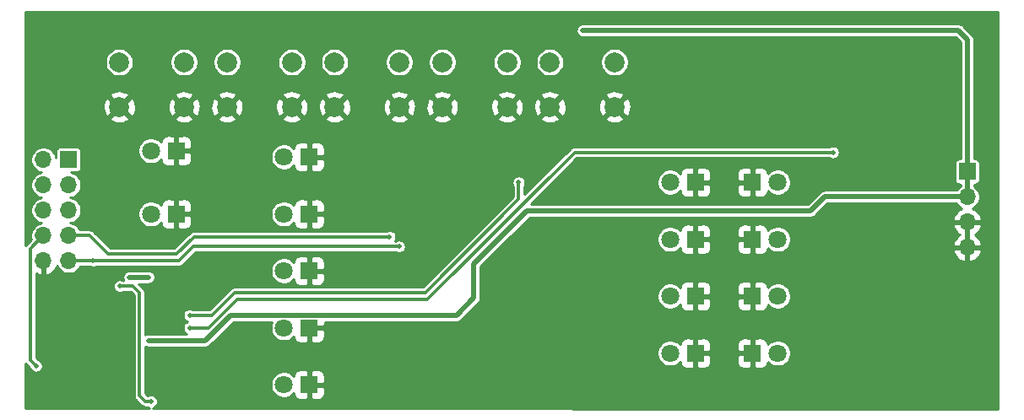
<source format=gbr>
G04 #@! TF.GenerationSoftware,KiCad,Pcbnew,(5.1.5)-3*
G04 #@! TF.CreationDate,2020-07-08T10:13:06+02:00*
G04 #@! TF.ProjectId,SBIO3,5342494f-332e-46b6-9963-61645f706362,rev?*
G04 #@! TF.SameCoordinates,Original*
G04 #@! TF.FileFunction,Copper,L2,Bot*
G04 #@! TF.FilePolarity,Positive*
%FSLAX46Y46*%
G04 Gerber Fmt 4.6, Leading zero omitted, Abs format (unit mm)*
G04 Created by KiCad (PCBNEW (5.1.5)-3) date 2020-07-08 10:13:06*
%MOMM*%
%LPD*%
G04 APERTURE LIST*
%ADD10O,1.700000X1.700000*%
%ADD11R,1.700000X1.700000*%
%ADD12C,1.800000*%
%ADD13R,1.800000X1.800000*%
%ADD14C,2.000000*%
%ADD15C,0.500000*%
%ADD16C,0.300000*%
%ADD17C,0.500000*%
%ADD18C,0.254000*%
G04 APERTURE END LIST*
D10*
X67275000Y-173774000D03*
X69815000Y-173774000D03*
X67275000Y-171234000D03*
X69815000Y-171234000D03*
X67275000Y-168694000D03*
X69815000Y-168694000D03*
X67275000Y-166154000D03*
X69815000Y-166154000D03*
X67275000Y-163614000D03*
D11*
X69815000Y-163614000D03*
D10*
X159921500Y-172440500D03*
X159921500Y-169900500D03*
X159921500Y-167360500D03*
D11*
X159921500Y-164820500D03*
D12*
X78070000Y-169075000D03*
D13*
X80610000Y-169075000D03*
D12*
X78070000Y-162725000D03*
D13*
X80610000Y-162725000D03*
D14*
X113780000Y-153835000D03*
X113780000Y-158335000D03*
X107280000Y-153835000D03*
X107280000Y-158335000D03*
X74895000Y-158335000D03*
X74895000Y-153835000D03*
X81395000Y-158335000D03*
X81395000Y-153835000D03*
X85690000Y-158335000D03*
X85690000Y-153835000D03*
X92190000Y-158335000D03*
X92190000Y-153835000D03*
X124575000Y-153835000D03*
X124575000Y-158335000D03*
X118075000Y-153835000D03*
X118075000Y-158335000D03*
X102985000Y-153835000D03*
X102985000Y-158335000D03*
X96485000Y-153835000D03*
X96485000Y-158335000D03*
D12*
X130140000Y-171615000D03*
D13*
X132680000Y-171615000D03*
X93945000Y-186220000D03*
D12*
X91405000Y-186220000D03*
X91405000Y-169075000D03*
D13*
X93945000Y-169075000D03*
D12*
X91405000Y-163360000D03*
D13*
X93945000Y-163360000D03*
X132680000Y-183045000D03*
D12*
X130140000Y-183045000D03*
D13*
X138395000Y-177330000D03*
D12*
X140935000Y-177330000D03*
X130140000Y-165900000D03*
D13*
X132680000Y-165900000D03*
D12*
X91405000Y-174790000D03*
D13*
X93945000Y-174790000D03*
X138395000Y-171615000D03*
D12*
X140935000Y-171615000D03*
D13*
X138395000Y-183045000D03*
D12*
X140935000Y-183045000D03*
D13*
X132680000Y-177330000D03*
D12*
X130140000Y-177330000D03*
X140935000Y-165900000D03*
D13*
X138395000Y-165900000D03*
D12*
X91405000Y-180505000D03*
D13*
X93945000Y-180505000D03*
D15*
X153635000Y-182156000D03*
X69053000Y-181775000D03*
X146523000Y-156883000D03*
X154143000Y-171932500D03*
X131283000Y-155168500D03*
X110455000Y-176060000D03*
X121377000Y-150660000D03*
X77816000Y-175425000D03*
X75911000Y-175425000D03*
X77816000Y-181775000D03*
X72274000Y-173774000D03*
X102945000Y-172355000D03*
X66545000Y-184325000D03*
X101995000Y-171365000D03*
X81935000Y-180505000D03*
X146465000Y-162885000D03*
X81935000Y-179235000D03*
X114945000Y-165915000D03*
X74925000Y-176335000D03*
X78085000Y-187915000D03*
D16*
X132680000Y-171615000D02*
X132680000Y-177330000D01*
X138395000Y-177330000D02*
X138395000Y-183045000D01*
X138395000Y-171615000D02*
X138395000Y-177330000D01*
X132680000Y-177330000D02*
X132680000Y-183045000D01*
D17*
X159921500Y-169900500D02*
X159921500Y-172440500D01*
X83531000Y-181775000D02*
X77816000Y-181775000D01*
X110455000Y-177520500D02*
X108740500Y-179235000D01*
X110455000Y-174091500D02*
X110455000Y-176060000D01*
X115789000Y-168757500D02*
X110455000Y-174091500D01*
X110455000Y-176060000D02*
X110455000Y-177520500D01*
X77816000Y-175425000D02*
X75911000Y-175425000D01*
X86071000Y-179235000D02*
X83531000Y-181775000D01*
X154270000Y-150660000D02*
X121377000Y-150660000D01*
X159032500Y-150660000D02*
X154270000Y-150660000D01*
X108740500Y-179235000D02*
X86071000Y-179235000D01*
X145634000Y-167360500D02*
X144237000Y-168757500D01*
X159921500Y-167360500D02*
X145634000Y-167360500D01*
X159921500Y-151549000D02*
X159032500Y-150660000D01*
X159921500Y-164820500D02*
X159921500Y-167360500D01*
X144237000Y-168757500D02*
X115789000Y-168757500D01*
X159921500Y-164820500D02*
X159921500Y-151549000D01*
D16*
X69815000Y-173774000D02*
X72274000Y-173774000D01*
X80896000Y-173774000D02*
X82315000Y-172355000D01*
X82315000Y-172355000D02*
X102945000Y-172355000D01*
X72274000Y-173774000D02*
X80896000Y-173774000D01*
X65955000Y-183735000D02*
X66545000Y-184325000D01*
X65955000Y-172565000D02*
X65955000Y-183735000D01*
X67275000Y-171234000D02*
X67275000Y-171245000D01*
X67275000Y-171245000D02*
X65955000Y-172565000D01*
X69815000Y-171234000D02*
X71874000Y-171234000D01*
X82385000Y-171365000D02*
X101995000Y-171365000D01*
X80645000Y-173105000D02*
X82385000Y-171365000D01*
X73745000Y-173105000D02*
X80645000Y-173105000D01*
X71874000Y-171234000D02*
X73745000Y-173105000D01*
X81935000Y-180505000D02*
X83805000Y-180505000D01*
X86675000Y-177635000D02*
X105805000Y-177635000D01*
X120555000Y-162885000D02*
X146465000Y-162885000D01*
X83805000Y-180505000D02*
X86675000Y-177635000D01*
X105805000Y-177635000D02*
X120555000Y-162885000D01*
X81935000Y-179235000D02*
X84175000Y-179235000D01*
X105555000Y-176985000D02*
X114945000Y-167595000D01*
X86425000Y-176985000D02*
X105555000Y-176985000D01*
X114945000Y-167595000D02*
X114945000Y-165915000D01*
X84175000Y-179235000D02*
X86425000Y-176985000D01*
X77525000Y-187915000D02*
X78085000Y-187915000D01*
X76925000Y-187315000D02*
X77525000Y-187915000D01*
X76925000Y-186725000D02*
X76925000Y-187315000D01*
X76245000Y-176335000D02*
X76925000Y-177015000D01*
X75655000Y-176335000D02*
X76245000Y-176335000D01*
X74925000Y-176335000D02*
X75655000Y-176335000D01*
X76925000Y-177015000D02*
X76925000Y-186725000D01*
D18*
G36*
X163033000Y-188632917D02*
G01*
X78222840Y-188577846D01*
X78282474Y-188565984D01*
X78405680Y-188514950D01*
X78516563Y-188440860D01*
X78610860Y-188346563D01*
X78684950Y-188235680D01*
X78735984Y-188112474D01*
X78762000Y-187981679D01*
X78762000Y-187848321D01*
X78735984Y-187717526D01*
X78684950Y-187594320D01*
X78610860Y-187483437D01*
X78516563Y-187389140D01*
X78405680Y-187315050D01*
X78282474Y-187264016D01*
X78151679Y-187238000D01*
X78018321Y-187238000D01*
X77887526Y-187264016D01*
X77764320Y-187315050D01*
X77750372Y-187324370D01*
X77502000Y-187075999D01*
X77502000Y-186089302D01*
X90078000Y-186089302D01*
X90078000Y-186350698D01*
X90128996Y-186607072D01*
X90229028Y-186848570D01*
X90374252Y-187065913D01*
X90559087Y-187250748D01*
X90776430Y-187395972D01*
X91017928Y-187496004D01*
X91274302Y-187547000D01*
X91535698Y-187547000D01*
X91792072Y-187496004D01*
X92033570Y-187395972D01*
X92250913Y-187250748D01*
X92407055Y-187094606D01*
X92406928Y-187120000D01*
X92419188Y-187244482D01*
X92455498Y-187364180D01*
X92514463Y-187474494D01*
X92593815Y-187571185D01*
X92690506Y-187650537D01*
X92800820Y-187709502D01*
X92920518Y-187745812D01*
X93045000Y-187758072D01*
X93659250Y-187755000D01*
X93818000Y-187596250D01*
X93818000Y-186347000D01*
X94072000Y-186347000D01*
X94072000Y-187596250D01*
X94230750Y-187755000D01*
X94845000Y-187758072D01*
X94969482Y-187745812D01*
X95089180Y-187709502D01*
X95199494Y-187650537D01*
X95296185Y-187571185D01*
X95375537Y-187474494D01*
X95434502Y-187364180D01*
X95470812Y-187244482D01*
X95483072Y-187120000D01*
X95480000Y-186505750D01*
X95321250Y-186347000D01*
X94072000Y-186347000D01*
X93818000Y-186347000D01*
X93798000Y-186347000D01*
X93798000Y-186093000D01*
X93818000Y-186093000D01*
X93818000Y-184843750D01*
X94072000Y-184843750D01*
X94072000Y-186093000D01*
X95321250Y-186093000D01*
X95480000Y-185934250D01*
X95483072Y-185320000D01*
X95470812Y-185195518D01*
X95434502Y-185075820D01*
X95375537Y-184965506D01*
X95296185Y-184868815D01*
X95199494Y-184789463D01*
X95089180Y-184730498D01*
X94969482Y-184694188D01*
X94845000Y-184681928D01*
X94230750Y-184685000D01*
X94072000Y-184843750D01*
X93818000Y-184843750D01*
X93659250Y-184685000D01*
X93045000Y-184681928D01*
X92920518Y-184694188D01*
X92800820Y-184730498D01*
X92690506Y-184789463D01*
X92593815Y-184868815D01*
X92514463Y-184965506D01*
X92455498Y-185075820D01*
X92419188Y-185195518D01*
X92406928Y-185320000D01*
X92407055Y-185345394D01*
X92250913Y-185189252D01*
X92033570Y-185044028D01*
X91792072Y-184943996D01*
X91535698Y-184893000D01*
X91274302Y-184893000D01*
X91017928Y-184943996D01*
X90776430Y-185044028D01*
X90559087Y-185189252D01*
X90374252Y-185374087D01*
X90229028Y-185591430D01*
X90128996Y-185832928D01*
X90078000Y-186089302D01*
X77502000Y-186089302D01*
X77502000Y-182914302D01*
X128813000Y-182914302D01*
X128813000Y-183175698D01*
X128863996Y-183432072D01*
X128964028Y-183673570D01*
X129109252Y-183890913D01*
X129294087Y-184075748D01*
X129511430Y-184220972D01*
X129752928Y-184321004D01*
X130009302Y-184372000D01*
X130270698Y-184372000D01*
X130527072Y-184321004D01*
X130768570Y-184220972D01*
X130985913Y-184075748D01*
X131142055Y-183919606D01*
X131141928Y-183945000D01*
X131154188Y-184069482D01*
X131190498Y-184189180D01*
X131249463Y-184299494D01*
X131328815Y-184396185D01*
X131425506Y-184475537D01*
X131535820Y-184534502D01*
X131655518Y-184570812D01*
X131780000Y-184583072D01*
X132394250Y-184580000D01*
X132553000Y-184421250D01*
X132553000Y-183172000D01*
X132807000Y-183172000D01*
X132807000Y-184421250D01*
X132965750Y-184580000D01*
X133580000Y-184583072D01*
X133704482Y-184570812D01*
X133824180Y-184534502D01*
X133934494Y-184475537D01*
X134031185Y-184396185D01*
X134110537Y-184299494D01*
X134169502Y-184189180D01*
X134205812Y-184069482D01*
X134218072Y-183945000D01*
X136856928Y-183945000D01*
X136869188Y-184069482D01*
X136905498Y-184189180D01*
X136964463Y-184299494D01*
X137043815Y-184396185D01*
X137140506Y-184475537D01*
X137250820Y-184534502D01*
X137370518Y-184570812D01*
X137495000Y-184583072D01*
X138109250Y-184580000D01*
X138268000Y-184421250D01*
X138268000Y-183172000D01*
X137018750Y-183172000D01*
X136860000Y-183330750D01*
X136856928Y-183945000D01*
X134218072Y-183945000D01*
X134215000Y-183330750D01*
X134056250Y-183172000D01*
X132807000Y-183172000D01*
X132553000Y-183172000D01*
X132533000Y-183172000D01*
X132533000Y-182918000D01*
X132553000Y-182918000D01*
X132553000Y-181668750D01*
X132807000Y-181668750D01*
X132807000Y-182918000D01*
X134056250Y-182918000D01*
X134215000Y-182759250D01*
X134218072Y-182145000D01*
X136856928Y-182145000D01*
X136860000Y-182759250D01*
X137018750Y-182918000D01*
X138268000Y-182918000D01*
X138268000Y-181668750D01*
X138522000Y-181668750D01*
X138522000Y-182918000D01*
X138542000Y-182918000D01*
X138542000Y-183172000D01*
X138522000Y-183172000D01*
X138522000Y-184421250D01*
X138680750Y-184580000D01*
X139295000Y-184583072D01*
X139419482Y-184570812D01*
X139539180Y-184534502D01*
X139649494Y-184475537D01*
X139746185Y-184396185D01*
X139825537Y-184299494D01*
X139884502Y-184189180D01*
X139920812Y-184069482D01*
X139933072Y-183945000D01*
X139932945Y-183919606D01*
X140089087Y-184075748D01*
X140306430Y-184220972D01*
X140547928Y-184321004D01*
X140804302Y-184372000D01*
X141065698Y-184372000D01*
X141322072Y-184321004D01*
X141563570Y-184220972D01*
X141780913Y-184075748D01*
X141965748Y-183890913D01*
X142110972Y-183673570D01*
X142211004Y-183432072D01*
X142262000Y-183175698D01*
X142262000Y-182914302D01*
X142211004Y-182657928D01*
X142110972Y-182416430D01*
X141965748Y-182199087D01*
X141780913Y-182014252D01*
X141563570Y-181869028D01*
X141322072Y-181768996D01*
X141065698Y-181718000D01*
X140804302Y-181718000D01*
X140547928Y-181768996D01*
X140306430Y-181869028D01*
X140089087Y-182014252D01*
X139932945Y-182170394D01*
X139933072Y-182145000D01*
X139920812Y-182020518D01*
X139884502Y-181900820D01*
X139825537Y-181790506D01*
X139746185Y-181693815D01*
X139649494Y-181614463D01*
X139539180Y-181555498D01*
X139419482Y-181519188D01*
X139295000Y-181506928D01*
X138680750Y-181510000D01*
X138522000Y-181668750D01*
X138268000Y-181668750D01*
X138109250Y-181510000D01*
X137495000Y-181506928D01*
X137370518Y-181519188D01*
X137250820Y-181555498D01*
X137140506Y-181614463D01*
X137043815Y-181693815D01*
X136964463Y-181790506D01*
X136905498Y-181900820D01*
X136869188Y-182020518D01*
X136856928Y-182145000D01*
X134218072Y-182145000D01*
X134205812Y-182020518D01*
X134169502Y-181900820D01*
X134110537Y-181790506D01*
X134031185Y-181693815D01*
X133934494Y-181614463D01*
X133824180Y-181555498D01*
X133704482Y-181519188D01*
X133580000Y-181506928D01*
X132965750Y-181510000D01*
X132807000Y-181668750D01*
X132553000Y-181668750D01*
X132394250Y-181510000D01*
X131780000Y-181506928D01*
X131655518Y-181519188D01*
X131535820Y-181555498D01*
X131425506Y-181614463D01*
X131328815Y-181693815D01*
X131249463Y-181790506D01*
X131190498Y-181900820D01*
X131154188Y-182020518D01*
X131141928Y-182145000D01*
X131142055Y-182170394D01*
X130985913Y-182014252D01*
X130768570Y-181869028D01*
X130527072Y-181768996D01*
X130270698Y-181718000D01*
X130009302Y-181718000D01*
X129752928Y-181768996D01*
X129511430Y-181869028D01*
X129294087Y-182014252D01*
X129109252Y-182199087D01*
X128964028Y-182416430D01*
X128863996Y-182657928D01*
X128813000Y-182914302D01*
X77502000Y-182914302D01*
X77502000Y-182377717D01*
X77526208Y-182387744D01*
X77555670Y-182403492D01*
X77587636Y-182413189D01*
X77618526Y-182425984D01*
X77651315Y-182432506D01*
X77683285Y-182442204D01*
X77716536Y-182445479D01*
X77749321Y-182452000D01*
X83497755Y-182452000D01*
X83531000Y-182455274D01*
X83564245Y-182452000D01*
X83564252Y-182452000D01*
X83663715Y-182442204D01*
X83791330Y-182403492D01*
X83908941Y-182340628D01*
X84012027Y-182256027D01*
X84033226Y-182230196D01*
X86351422Y-179912000D01*
X90214294Y-179912000D01*
X90128996Y-180117928D01*
X90078000Y-180374302D01*
X90078000Y-180635698D01*
X90128996Y-180892072D01*
X90229028Y-181133570D01*
X90374252Y-181350913D01*
X90559087Y-181535748D01*
X90776430Y-181680972D01*
X91017928Y-181781004D01*
X91274302Y-181832000D01*
X91535698Y-181832000D01*
X91792072Y-181781004D01*
X92033570Y-181680972D01*
X92250913Y-181535748D01*
X92407055Y-181379606D01*
X92406928Y-181405000D01*
X92419188Y-181529482D01*
X92455498Y-181649180D01*
X92514463Y-181759494D01*
X92593815Y-181856185D01*
X92690506Y-181935537D01*
X92800820Y-181994502D01*
X92920518Y-182030812D01*
X93045000Y-182043072D01*
X93659250Y-182040000D01*
X93818000Y-181881250D01*
X93818000Y-180632000D01*
X94072000Y-180632000D01*
X94072000Y-181881250D01*
X94230750Y-182040000D01*
X94845000Y-182043072D01*
X94969482Y-182030812D01*
X95089180Y-181994502D01*
X95199494Y-181935537D01*
X95296185Y-181856185D01*
X95375537Y-181759494D01*
X95434502Y-181649180D01*
X95470812Y-181529482D01*
X95483072Y-181405000D01*
X95480000Y-180790750D01*
X95321250Y-180632000D01*
X94072000Y-180632000D01*
X93818000Y-180632000D01*
X93798000Y-180632000D01*
X93798000Y-180378000D01*
X93818000Y-180378000D01*
X93818000Y-180358000D01*
X94072000Y-180358000D01*
X94072000Y-180378000D01*
X95321250Y-180378000D01*
X95480000Y-180219250D01*
X95481537Y-179912000D01*
X108707255Y-179912000D01*
X108740500Y-179915274D01*
X108773745Y-179912000D01*
X108773752Y-179912000D01*
X108873215Y-179902204D01*
X109000830Y-179863492D01*
X109118441Y-179800628D01*
X109221527Y-179716027D01*
X109242726Y-179690196D01*
X110910196Y-178022726D01*
X110936027Y-178001527D01*
X111020628Y-177898441D01*
X111083492Y-177780830D01*
X111122204Y-177653215D01*
X111132000Y-177553752D01*
X111132000Y-177553743D01*
X111135274Y-177520501D01*
X111132000Y-177487259D01*
X111132000Y-177199302D01*
X128813000Y-177199302D01*
X128813000Y-177460698D01*
X128863996Y-177717072D01*
X128964028Y-177958570D01*
X129109252Y-178175913D01*
X129294087Y-178360748D01*
X129511430Y-178505972D01*
X129752928Y-178606004D01*
X130009302Y-178657000D01*
X130270698Y-178657000D01*
X130527072Y-178606004D01*
X130768570Y-178505972D01*
X130985913Y-178360748D01*
X131142055Y-178204606D01*
X131141928Y-178230000D01*
X131154188Y-178354482D01*
X131190498Y-178474180D01*
X131249463Y-178584494D01*
X131328815Y-178681185D01*
X131425506Y-178760537D01*
X131535820Y-178819502D01*
X131655518Y-178855812D01*
X131780000Y-178868072D01*
X132394250Y-178865000D01*
X132553000Y-178706250D01*
X132553000Y-177457000D01*
X132807000Y-177457000D01*
X132807000Y-178706250D01*
X132965750Y-178865000D01*
X133580000Y-178868072D01*
X133704482Y-178855812D01*
X133824180Y-178819502D01*
X133934494Y-178760537D01*
X134031185Y-178681185D01*
X134110537Y-178584494D01*
X134169502Y-178474180D01*
X134205812Y-178354482D01*
X134218072Y-178230000D01*
X136856928Y-178230000D01*
X136869188Y-178354482D01*
X136905498Y-178474180D01*
X136964463Y-178584494D01*
X137043815Y-178681185D01*
X137140506Y-178760537D01*
X137250820Y-178819502D01*
X137370518Y-178855812D01*
X137495000Y-178868072D01*
X138109250Y-178865000D01*
X138268000Y-178706250D01*
X138268000Y-177457000D01*
X137018750Y-177457000D01*
X136860000Y-177615750D01*
X136856928Y-178230000D01*
X134218072Y-178230000D01*
X134215000Y-177615750D01*
X134056250Y-177457000D01*
X132807000Y-177457000D01*
X132553000Y-177457000D01*
X132533000Y-177457000D01*
X132533000Y-177203000D01*
X132553000Y-177203000D01*
X132553000Y-175953750D01*
X132807000Y-175953750D01*
X132807000Y-177203000D01*
X134056250Y-177203000D01*
X134215000Y-177044250D01*
X134218072Y-176430000D01*
X136856928Y-176430000D01*
X136860000Y-177044250D01*
X137018750Y-177203000D01*
X138268000Y-177203000D01*
X138268000Y-175953750D01*
X138522000Y-175953750D01*
X138522000Y-177203000D01*
X138542000Y-177203000D01*
X138542000Y-177457000D01*
X138522000Y-177457000D01*
X138522000Y-178706250D01*
X138680750Y-178865000D01*
X139295000Y-178868072D01*
X139419482Y-178855812D01*
X139539180Y-178819502D01*
X139649494Y-178760537D01*
X139746185Y-178681185D01*
X139825537Y-178584494D01*
X139884502Y-178474180D01*
X139920812Y-178354482D01*
X139933072Y-178230000D01*
X139932945Y-178204606D01*
X140089087Y-178360748D01*
X140306430Y-178505972D01*
X140547928Y-178606004D01*
X140804302Y-178657000D01*
X141065698Y-178657000D01*
X141322072Y-178606004D01*
X141563570Y-178505972D01*
X141780913Y-178360748D01*
X141965748Y-178175913D01*
X142110972Y-177958570D01*
X142211004Y-177717072D01*
X142262000Y-177460698D01*
X142262000Y-177199302D01*
X142211004Y-176942928D01*
X142110972Y-176701430D01*
X141965748Y-176484087D01*
X141780913Y-176299252D01*
X141563570Y-176154028D01*
X141322072Y-176053996D01*
X141065698Y-176003000D01*
X140804302Y-176003000D01*
X140547928Y-176053996D01*
X140306430Y-176154028D01*
X140089087Y-176299252D01*
X139932945Y-176455394D01*
X139933072Y-176430000D01*
X139920812Y-176305518D01*
X139884502Y-176185820D01*
X139825537Y-176075506D01*
X139746185Y-175978815D01*
X139649494Y-175899463D01*
X139539180Y-175840498D01*
X139419482Y-175804188D01*
X139295000Y-175791928D01*
X138680750Y-175795000D01*
X138522000Y-175953750D01*
X138268000Y-175953750D01*
X138109250Y-175795000D01*
X137495000Y-175791928D01*
X137370518Y-175804188D01*
X137250820Y-175840498D01*
X137140506Y-175899463D01*
X137043815Y-175978815D01*
X136964463Y-176075506D01*
X136905498Y-176185820D01*
X136869188Y-176305518D01*
X136856928Y-176430000D01*
X134218072Y-176430000D01*
X134205812Y-176305518D01*
X134169502Y-176185820D01*
X134110537Y-176075506D01*
X134031185Y-175978815D01*
X133934494Y-175899463D01*
X133824180Y-175840498D01*
X133704482Y-175804188D01*
X133580000Y-175791928D01*
X132965750Y-175795000D01*
X132807000Y-175953750D01*
X132553000Y-175953750D01*
X132394250Y-175795000D01*
X131780000Y-175791928D01*
X131655518Y-175804188D01*
X131535820Y-175840498D01*
X131425506Y-175899463D01*
X131328815Y-175978815D01*
X131249463Y-176075506D01*
X131190498Y-176185820D01*
X131154188Y-176305518D01*
X131141928Y-176430000D01*
X131142055Y-176455394D01*
X130985913Y-176299252D01*
X130768570Y-176154028D01*
X130527072Y-176053996D01*
X130270698Y-176003000D01*
X130009302Y-176003000D01*
X129752928Y-176053996D01*
X129511430Y-176154028D01*
X129294087Y-176299252D01*
X129109252Y-176484087D01*
X128964028Y-176701430D01*
X128863996Y-176942928D01*
X128813000Y-177199302D01*
X111132000Y-177199302D01*
X111132000Y-174371922D01*
X114019620Y-171484302D01*
X128813000Y-171484302D01*
X128813000Y-171745698D01*
X128863996Y-172002072D01*
X128964028Y-172243570D01*
X129109252Y-172460913D01*
X129294087Y-172645748D01*
X129511430Y-172790972D01*
X129752928Y-172891004D01*
X130009302Y-172942000D01*
X130270698Y-172942000D01*
X130527072Y-172891004D01*
X130768570Y-172790972D01*
X130985913Y-172645748D01*
X131142055Y-172489606D01*
X131141928Y-172515000D01*
X131154188Y-172639482D01*
X131190498Y-172759180D01*
X131249463Y-172869494D01*
X131328815Y-172966185D01*
X131425506Y-173045537D01*
X131535820Y-173104502D01*
X131655518Y-173140812D01*
X131780000Y-173153072D01*
X132394250Y-173150000D01*
X132553000Y-172991250D01*
X132553000Y-171742000D01*
X132807000Y-171742000D01*
X132807000Y-172991250D01*
X132965750Y-173150000D01*
X133580000Y-173153072D01*
X133704482Y-173140812D01*
X133824180Y-173104502D01*
X133934494Y-173045537D01*
X134031185Y-172966185D01*
X134110537Y-172869494D01*
X134169502Y-172759180D01*
X134205812Y-172639482D01*
X134218072Y-172515000D01*
X136856928Y-172515000D01*
X136869188Y-172639482D01*
X136905498Y-172759180D01*
X136964463Y-172869494D01*
X137043815Y-172966185D01*
X137140506Y-173045537D01*
X137250820Y-173104502D01*
X137370518Y-173140812D01*
X137495000Y-173153072D01*
X138109250Y-173150000D01*
X138268000Y-172991250D01*
X138268000Y-171742000D01*
X137018750Y-171742000D01*
X136860000Y-171900750D01*
X136856928Y-172515000D01*
X134218072Y-172515000D01*
X134215000Y-171900750D01*
X134056250Y-171742000D01*
X132807000Y-171742000D01*
X132553000Y-171742000D01*
X132533000Y-171742000D01*
X132533000Y-171488000D01*
X132553000Y-171488000D01*
X132553000Y-170238750D01*
X132807000Y-170238750D01*
X132807000Y-171488000D01*
X134056250Y-171488000D01*
X134215000Y-171329250D01*
X134218072Y-170715000D01*
X136856928Y-170715000D01*
X136860000Y-171329250D01*
X137018750Y-171488000D01*
X138268000Y-171488000D01*
X138268000Y-170238750D01*
X138522000Y-170238750D01*
X138522000Y-171488000D01*
X138542000Y-171488000D01*
X138542000Y-171742000D01*
X138522000Y-171742000D01*
X138522000Y-172991250D01*
X138680750Y-173150000D01*
X139295000Y-173153072D01*
X139419482Y-173140812D01*
X139539180Y-173104502D01*
X139649494Y-173045537D01*
X139746185Y-172966185D01*
X139825537Y-172869494D01*
X139884502Y-172759180D01*
X139920812Y-172639482D01*
X139933072Y-172515000D01*
X139932945Y-172489606D01*
X140089087Y-172645748D01*
X140306430Y-172790972D01*
X140547928Y-172891004D01*
X140804302Y-172942000D01*
X141065698Y-172942000D01*
X141322072Y-172891004D01*
X141548075Y-172797390D01*
X158480024Y-172797390D01*
X158524675Y-172944599D01*
X158649859Y-173207420D01*
X158823912Y-173440769D01*
X159040145Y-173635678D01*
X159290248Y-173784657D01*
X159564609Y-173881981D01*
X159794500Y-173761314D01*
X159794500Y-172567500D01*
X160048500Y-172567500D01*
X160048500Y-173761314D01*
X160278391Y-173881981D01*
X160552752Y-173784657D01*
X160802855Y-173635678D01*
X161019088Y-173440769D01*
X161193141Y-173207420D01*
X161318325Y-172944599D01*
X161362976Y-172797390D01*
X161241655Y-172567500D01*
X160048500Y-172567500D01*
X159794500Y-172567500D01*
X158601345Y-172567500D01*
X158480024Y-172797390D01*
X141548075Y-172797390D01*
X141563570Y-172790972D01*
X141780913Y-172645748D01*
X141965748Y-172460913D01*
X142110972Y-172243570D01*
X142211004Y-172002072D01*
X142262000Y-171745698D01*
X142262000Y-171484302D01*
X142211004Y-171227928D01*
X142110972Y-170986430D01*
X141965748Y-170769087D01*
X141780913Y-170584252D01*
X141563570Y-170439028D01*
X141322072Y-170338996D01*
X141065698Y-170288000D01*
X140804302Y-170288000D01*
X140547928Y-170338996D01*
X140306430Y-170439028D01*
X140089087Y-170584252D01*
X139932945Y-170740394D01*
X139933072Y-170715000D01*
X139920812Y-170590518D01*
X139884502Y-170470820D01*
X139825537Y-170360506D01*
X139746185Y-170263815D01*
X139738357Y-170257390D01*
X158480024Y-170257390D01*
X158524675Y-170404599D01*
X158649859Y-170667420D01*
X158823912Y-170900769D01*
X159040145Y-171095678D01*
X159165755Y-171170500D01*
X159040145Y-171245322D01*
X158823912Y-171440231D01*
X158649859Y-171673580D01*
X158524675Y-171936401D01*
X158480024Y-172083610D01*
X158601345Y-172313500D01*
X159794500Y-172313500D01*
X159794500Y-170027500D01*
X160048500Y-170027500D01*
X160048500Y-172313500D01*
X161241655Y-172313500D01*
X161362976Y-172083610D01*
X161318325Y-171936401D01*
X161193141Y-171673580D01*
X161019088Y-171440231D01*
X160802855Y-171245322D01*
X160677245Y-171170500D01*
X160802855Y-171095678D01*
X161019088Y-170900769D01*
X161193141Y-170667420D01*
X161318325Y-170404599D01*
X161362976Y-170257390D01*
X161241655Y-170027500D01*
X160048500Y-170027500D01*
X159794500Y-170027500D01*
X158601345Y-170027500D01*
X158480024Y-170257390D01*
X139738357Y-170257390D01*
X139649494Y-170184463D01*
X139539180Y-170125498D01*
X139419482Y-170089188D01*
X139295000Y-170076928D01*
X138680750Y-170080000D01*
X138522000Y-170238750D01*
X138268000Y-170238750D01*
X138109250Y-170080000D01*
X137495000Y-170076928D01*
X137370518Y-170089188D01*
X137250820Y-170125498D01*
X137140506Y-170184463D01*
X137043815Y-170263815D01*
X136964463Y-170360506D01*
X136905498Y-170470820D01*
X136869188Y-170590518D01*
X136856928Y-170715000D01*
X134218072Y-170715000D01*
X134205812Y-170590518D01*
X134169502Y-170470820D01*
X134110537Y-170360506D01*
X134031185Y-170263815D01*
X133934494Y-170184463D01*
X133824180Y-170125498D01*
X133704482Y-170089188D01*
X133580000Y-170076928D01*
X132965750Y-170080000D01*
X132807000Y-170238750D01*
X132553000Y-170238750D01*
X132394250Y-170080000D01*
X131780000Y-170076928D01*
X131655518Y-170089188D01*
X131535820Y-170125498D01*
X131425506Y-170184463D01*
X131328815Y-170263815D01*
X131249463Y-170360506D01*
X131190498Y-170470820D01*
X131154188Y-170590518D01*
X131141928Y-170715000D01*
X131142055Y-170740394D01*
X130985913Y-170584252D01*
X130768570Y-170439028D01*
X130527072Y-170338996D01*
X130270698Y-170288000D01*
X130009302Y-170288000D01*
X129752928Y-170338996D01*
X129511430Y-170439028D01*
X129294087Y-170584252D01*
X129109252Y-170769087D01*
X128964028Y-170986430D01*
X128863996Y-171227928D01*
X128813000Y-171484302D01*
X114019620Y-171484302D01*
X116069422Y-169434500D01*
X144203755Y-169434500D01*
X144237000Y-169437774D01*
X144270245Y-169434500D01*
X144270252Y-169434500D01*
X144369715Y-169424704D01*
X144497330Y-169385992D01*
X144614941Y-169323128D01*
X144718027Y-169238527D01*
X144739226Y-169212696D01*
X145914422Y-168037500D01*
X158838022Y-168037500D01*
X158929589Y-168174540D01*
X159107460Y-168352411D01*
X159316614Y-168492163D01*
X159387916Y-168521697D01*
X159290248Y-168556343D01*
X159040145Y-168705322D01*
X158823912Y-168900231D01*
X158649859Y-169133580D01*
X158524675Y-169396401D01*
X158480024Y-169543610D01*
X158601345Y-169773500D01*
X159794500Y-169773500D01*
X159794500Y-169753500D01*
X160048500Y-169753500D01*
X160048500Y-169773500D01*
X161241655Y-169773500D01*
X161362976Y-169543610D01*
X161318325Y-169396401D01*
X161193141Y-169133580D01*
X161019088Y-168900231D01*
X160802855Y-168705322D01*
X160552752Y-168556343D01*
X160455084Y-168521697D01*
X160526386Y-168492163D01*
X160735540Y-168352411D01*
X160913411Y-168174540D01*
X161053163Y-167965386D01*
X161149426Y-167732987D01*
X161198500Y-167486274D01*
X161198500Y-167234726D01*
X161149426Y-166988013D01*
X161053163Y-166755614D01*
X160913411Y-166546460D01*
X160735540Y-166368589D01*
X160598500Y-166277022D01*
X160598500Y-166099566D01*
X160771500Y-166099566D01*
X160855207Y-166091322D01*
X160935696Y-166066905D01*
X161009876Y-166027255D01*
X161074895Y-165973895D01*
X161128255Y-165908876D01*
X161167905Y-165834696D01*
X161192322Y-165754207D01*
X161200566Y-165670500D01*
X161200566Y-163970500D01*
X161192322Y-163886793D01*
X161167905Y-163806304D01*
X161128255Y-163732124D01*
X161074895Y-163667105D01*
X161009876Y-163613745D01*
X160935696Y-163574095D01*
X160855207Y-163549678D01*
X160771500Y-163541434D01*
X160598500Y-163541434D01*
X160598500Y-151582252D01*
X160601775Y-151549000D01*
X160588704Y-151416285D01*
X160549992Y-151288670D01*
X160487128Y-151171059D01*
X160423724Y-151093801D01*
X160423722Y-151093799D01*
X160402527Y-151067973D01*
X160376701Y-151046778D01*
X159534726Y-150204804D01*
X159513527Y-150178973D01*
X159410441Y-150094372D01*
X159292830Y-150031508D01*
X159165215Y-149992796D01*
X159065752Y-149983000D01*
X159065745Y-149983000D01*
X159032500Y-149979726D01*
X158999255Y-149983000D01*
X121310321Y-149983000D01*
X121277536Y-149989521D01*
X121244285Y-149992796D01*
X121212315Y-150002494D01*
X121179526Y-150009016D01*
X121148636Y-150021811D01*
X121116670Y-150031508D01*
X121087208Y-150047256D01*
X121056320Y-150060050D01*
X121028524Y-150078623D01*
X120999059Y-150094372D01*
X120973231Y-150115568D01*
X120945437Y-150134140D01*
X120921801Y-150157776D01*
X120895973Y-150178973D01*
X120874778Y-150204799D01*
X120851140Y-150228437D01*
X120832568Y-150256231D01*
X120811372Y-150282059D01*
X120795623Y-150311524D01*
X120777050Y-150339320D01*
X120764256Y-150370208D01*
X120748508Y-150399670D01*
X120738811Y-150431636D01*
X120726016Y-150462526D01*
X120719494Y-150495315D01*
X120709796Y-150527285D01*
X120706521Y-150560536D01*
X120700000Y-150593321D01*
X120700000Y-150626748D01*
X120696725Y-150660000D01*
X120700000Y-150693252D01*
X120700000Y-150726679D01*
X120706521Y-150759464D01*
X120709796Y-150792715D01*
X120719494Y-150824685D01*
X120726016Y-150857474D01*
X120738811Y-150888364D01*
X120748508Y-150920330D01*
X120764256Y-150949792D01*
X120777050Y-150980680D01*
X120795623Y-151008476D01*
X120811372Y-151037941D01*
X120832568Y-151063769D01*
X120851140Y-151091563D01*
X120874778Y-151115201D01*
X120895973Y-151141027D01*
X120921799Y-151162222D01*
X120945437Y-151185860D01*
X120973231Y-151204432D01*
X120999059Y-151225628D01*
X121028524Y-151241377D01*
X121056320Y-151259950D01*
X121087208Y-151272744D01*
X121116670Y-151288492D01*
X121148636Y-151298189D01*
X121179526Y-151310984D01*
X121212315Y-151317506D01*
X121244285Y-151327204D01*
X121277536Y-151330479D01*
X121310321Y-151337000D01*
X158752078Y-151337000D01*
X159244501Y-151829424D01*
X159244500Y-163541434D01*
X159071500Y-163541434D01*
X158987793Y-163549678D01*
X158907304Y-163574095D01*
X158833124Y-163613745D01*
X158768105Y-163667105D01*
X158714745Y-163732124D01*
X158675095Y-163806304D01*
X158650678Y-163886793D01*
X158642434Y-163970500D01*
X158642434Y-165670500D01*
X158650678Y-165754207D01*
X158675095Y-165834696D01*
X158714745Y-165908876D01*
X158768105Y-165973895D01*
X158833124Y-166027255D01*
X158907304Y-166066905D01*
X158987793Y-166091322D01*
X159071500Y-166099566D01*
X159244501Y-166099566D01*
X159244501Y-166277022D01*
X159107460Y-166368589D01*
X158929589Y-166546460D01*
X158838022Y-166683500D01*
X145667241Y-166683500D01*
X145633999Y-166680226D01*
X145600757Y-166683500D01*
X145600748Y-166683500D01*
X145501285Y-166693296D01*
X145373670Y-166732008D01*
X145256059Y-166794872D01*
X145152973Y-166879473D01*
X145131774Y-166905304D01*
X143956578Y-168080500D01*
X116175502Y-168080500D01*
X118486700Y-165769302D01*
X128813000Y-165769302D01*
X128813000Y-166030698D01*
X128863996Y-166287072D01*
X128964028Y-166528570D01*
X129109252Y-166745913D01*
X129294087Y-166930748D01*
X129511430Y-167075972D01*
X129752928Y-167176004D01*
X130009302Y-167227000D01*
X130270698Y-167227000D01*
X130527072Y-167176004D01*
X130768570Y-167075972D01*
X130985913Y-166930748D01*
X131142055Y-166774606D01*
X131141928Y-166800000D01*
X131154188Y-166924482D01*
X131190498Y-167044180D01*
X131249463Y-167154494D01*
X131328815Y-167251185D01*
X131425506Y-167330537D01*
X131535820Y-167389502D01*
X131655518Y-167425812D01*
X131780000Y-167438072D01*
X132394250Y-167435000D01*
X132553000Y-167276250D01*
X132553000Y-166027000D01*
X132807000Y-166027000D01*
X132807000Y-167276250D01*
X132965750Y-167435000D01*
X133580000Y-167438072D01*
X133704482Y-167425812D01*
X133824180Y-167389502D01*
X133934494Y-167330537D01*
X134031185Y-167251185D01*
X134110537Y-167154494D01*
X134169502Y-167044180D01*
X134205812Y-166924482D01*
X134218072Y-166800000D01*
X136856928Y-166800000D01*
X136869188Y-166924482D01*
X136905498Y-167044180D01*
X136964463Y-167154494D01*
X137043815Y-167251185D01*
X137140506Y-167330537D01*
X137250820Y-167389502D01*
X137370518Y-167425812D01*
X137495000Y-167438072D01*
X138109250Y-167435000D01*
X138268000Y-167276250D01*
X138268000Y-166027000D01*
X137018750Y-166027000D01*
X136860000Y-166185750D01*
X136856928Y-166800000D01*
X134218072Y-166800000D01*
X134215000Y-166185750D01*
X134056250Y-166027000D01*
X132807000Y-166027000D01*
X132553000Y-166027000D01*
X132533000Y-166027000D01*
X132533000Y-165773000D01*
X132553000Y-165773000D01*
X132553000Y-164523750D01*
X132807000Y-164523750D01*
X132807000Y-165773000D01*
X134056250Y-165773000D01*
X134215000Y-165614250D01*
X134218072Y-165000000D01*
X136856928Y-165000000D01*
X136860000Y-165614250D01*
X137018750Y-165773000D01*
X138268000Y-165773000D01*
X138268000Y-164523750D01*
X138522000Y-164523750D01*
X138522000Y-165773000D01*
X138542000Y-165773000D01*
X138542000Y-166027000D01*
X138522000Y-166027000D01*
X138522000Y-167276250D01*
X138680750Y-167435000D01*
X139295000Y-167438072D01*
X139419482Y-167425812D01*
X139539180Y-167389502D01*
X139649494Y-167330537D01*
X139746185Y-167251185D01*
X139825537Y-167154494D01*
X139884502Y-167044180D01*
X139920812Y-166924482D01*
X139933072Y-166800000D01*
X139932945Y-166774606D01*
X140089087Y-166930748D01*
X140306430Y-167075972D01*
X140547928Y-167176004D01*
X140804302Y-167227000D01*
X141065698Y-167227000D01*
X141322072Y-167176004D01*
X141563570Y-167075972D01*
X141780913Y-166930748D01*
X141965748Y-166745913D01*
X142110972Y-166528570D01*
X142211004Y-166287072D01*
X142262000Y-166030698D01*
X142262000Y-165769302D01*
X142211004Y-165512928D01*
X142110972Y-165271430D01*
X141965748Y-165054087D01*
X141780913Y-164869252D01*
X141563570Y-164724028D01*
X141322072Y-164623996D01*
X141065698Y-164573000D01*
X140804302Y-164573000D01*
X140547928Y-164623996D01*
X140306430Y-164724028D01*
X140089087Y-164869252D01*
X139932945Y-165025394D01*
X139933072Y-165000000D01*
X139920812Y-164875518D01*
X139884502Y-164755820D01*
X139825537Y-164645506D01*
X139746185Y-164548815D01*
X139649494Y-164469463D01*
X139539180Y-164410498D01*
X139419482Y-164374188D01*
X139295000Y-164361928D01*
X138680750Y-164365000D01*
X138522000Y-164523750D01*
X138268000Y-164523750D01*
X138109250Y-164365000D01*
X137495000Y-164361928D01*
X137370518Y-164374188D01*
X137250820Y-164410498D01*
X137140506Y-164469463D01*
X137043815Y-164548815D01*
X136964463Y-164645506D01*
X136905498Y-164755820D01*
X136869188Y-164875518D01*
X136856928Y-165000000D01*
X134218072Y-165000000D01*
X134205812Y-164875518D01*
X134169502Y-164755820D01*
X134110537Y-164645506D01*
X134031185Y-164548815D01*
X133934494Y-164469463D01*
X133824180Y-164410498D01*
X133704482Y-164374188D01*
X133580000Y-164361928D01*
X132965750Y-164365000D01*
X132807000Y-164523750D01*
X132553000Y-164523750D01*
X132394250Y-164365000D01*
X131780000Y-164361928D01*
X131655518Y-164374188D01*
X131535820Y-164410498D01*
X131425506Y-164469463D01*
X131328815Y-164548815D01*
X131249463Y-164645506D01*
X131190498Y-164755820D01*
X131154188Y-164875518D01*
X131141928Y-165000000D01*
X131142055Y-165025394D01*
X130985913Y-164869252D01*
X130768570Y-164724028D01*
X130527072Y-164623996D01*
X130270698Y-164573000D01*
X130009302Y-164573000D01*
X129752928Y-164623996D01*
X129511430Y-164724028D01*
X129294087Y-164869252D01*
X129109252Y-165054087D01*
X128964028Y-165271430D01*
X128863996Y-165512928D01*
X128813000Y-165769302D01*
X118486700Y-165769302D01*
X120794002Y-163462000D01*
X146109973Y-163462000D01*
X146144320Y-163484950D01*
X146267526Y-163535984D01*
X146398321Y-163562000D01*
X146531679Y-163562000D01*
X146662474Y-163535984D01*
X146785680Y-163484950D01*
X146896563Y-163410860D01*
X146990860Y-163316563D01*
X147064950Y-163205680D01*
X147115984Y-163082474D01*
X147142000Y-162951679D01*
X147142000Y-162818321D01*
X147115984Y-162687526D01*
X147064950Y-162564320D01*
X146990860Y-162453437D01*
X146896563Y-162359140D01*
X146785680Y-162285050D01*
X146662474Y-162234016D01*
X146531679Y-162208000D01*
X146398321Y-162208000D01*
X146267526Y-162234016D01*
X146144320Y-162285050D01*
X146109973Y-162308000D01*
X120583328Y-162308000D01*
X120554999Y-162305210D01*
X120526670Y-162308000D01*
X120526664Y-162308000D01*
X120441888Y-162316350D01*
X120333124Y-162349343D01*
X120232885Y-162402921D01*
X120188619Y-162439250D01*
X120167035Y-162456963D01*
X120167033Y-162456965D01*
X120145026Y-162475026D01*
X120126965Y-162497033D01*
X115522000Y-167101998D01*
X115522000Y-166270027D01*
X115544950Y-166235680D01*
X115595984Y-166112474D01*
X115622000Y-165981679D01*
X115622000Y-165848321D01*
X115595984Y-165717526D01*
X115544950Y-165594320D01*
X115470860Y-165483437D01*
X115376563Y-165389140D01*
X115265680Y-165315050D01*
X115142474Y-165264016D01*
X115011679Y-165238000D01*
X114878321Y-165238000D01*
X114747526Y-165264016D01*
X114624320Y-165315050D01*
X114513437Y-165389140D01*
X114419140Y-165483437D01*
X114345050Y-165594320D01*
X114294016Y-165717526D01*
X114268000Y-165848321D01*
X114268000Y-165981679D01*
X114294016Y-166112474D01*
X114345050Y-166235680D01*
X114368001Y-166270028D01*
X114368000Y-167355999D01*
X105315999Y-176408000D01*
X86453339Y-176408000D01*
X86425000Y-176405209D01*
X86311888Y-176416349D01*
X86203123Y-176449343D01*
X86177228Y-176463184D01*
X86102885Y-176502921D01*
X86015026Y-176575026D01*
X85996963Y-176597036D01*
X83935999Y-178658000D01*
X82290027Y-178658000D01*
X82255680Y-178635050D01*
X82132474Y-178584016D01*
X82001679Y-178558000D01*
X81868321Y-178558000D01*
X81737526Y-178584016D01*
X81614320Y-178635050D01*
X81503437Y-178709140D01*
X81409140Y-178803437D01*
X81335050Y-178914320D01*
X81284016Y-179037526D01*
X81258000Y-179168321D01*
X81258000Y-179301679D01*
X81284016Y-179432474D01*
X81335050Y-179555680D01*
X81409140Y-179666563D01*
X81503437Y-179760860D01*
X81614320Y-179834950D01*
X81698938Y-179870000D01*
X81614320Y-179905050D01*
X81503437Y-179979140D01*
X81409140Y-180073437D01*
X81335050Y-180184320D01*
X81284016Y-180307526D01*
X81258000Y-180438321D01*
X81258000Y-180571679D01*
X81284016Y-180702474D01*
X81335050Y-180825680D01*
X81409140Y-180936563D01*
X81503437Y-181030860D01*
X81603919Y-181098000D01*
X77749321Y-181098000D01*
X77716536Y-181104521D01*
X77683285Y-181107796D01*
X77651315Y-181117494D01*
X77618526Y-181124016D01*
X77587636Y-181136811D01*
X77555670Y-181146508D01*
X77526208Y-181162256D01*
X77502000Y-181172283D01*
X77502000Y-177043328D01*
X77504790Y-177014999D01*
X77502000Y-176986670D01*
X77502000Y-176986664D01*
X77493650Y-176901888D01*
X77460657Y-176793124D01*
X77407079Y-176692885D01*
X77334974Y-176605026D01*
X77312968Y-176586966D01*
X76828001Y-176102000D01*
X77882679Y-176102000D01*
X77915464Y-176095479D01*
X77948715Y-176092204D01*
X77980685Y-176082506D01*
X78013474Y-176075984D01*
X78044364Y-176063189D01*
X78076330Y-176053492D01*
X78105792Y-176037744D01*
X78136680Y-176024950D01*
X78164476Y-176006377D01*
X78193941Y-175990628D01*
X78219769Y-175969432D01*
X78247563Y-175950860D01*
X78271201Y-175927222D01*
X78297027Y-175906027D01*
X78318222Y-175880201D01*
X78341860Y-175856563D01*
X78360432Y-175828769D01*
X78381628Y-175802941D01*
X78397377Y-175773476D01*
X78415950Y-175745680D01*
X78428744Y-175714792D01*
X78444492Y-175685330D01*
X78454189Y-175653364D01*
X78466984Y-175622474D01*
X78473506Y-175589685D01*
X78483204Y-175557715D01*
X78486479Y-175524464D01*
X78493000Y-175491679D01*
X78493000Y-175458252D01*
X78496275Y-175425000D01*
X78493000Y-175391748D01*
X78493000Y-175358321D01*
X78486479Y-175325536D01*
X78483204Y-175292285D01*
X78473506Y-175260315D01*
X78466984Y-175227526D01*
X78454189Y-175196636D01*
X78444492Y-175164670D01*
X78428744Y-175135208D01*
X78415950Y-175104320D01*
X78397377Y-175076524D01*
X78381628Y-175047059D01*
X78360432Y-175021231D01*
X78341860Y-174993437D01*
X78318222Y-174969799D01*
X78297027Y-174943973D01*
X78271201Y-174922778D01*
X78247563Y-174899140D01*
X78219769Y-174880568D01*
X78193941Y-174859372D01*
X78164476Y-174843623D01*
X78136680Y-174825050D01*
X78105792Y-174812256D01*
X78076330Y-174796508D01*
X78044364Y-174786811D01*
X78013474Y-174774016D01*
X77980685Y-174767494D01*
X77948715Y-174757796D01*
X77915464Y-174754521D01*
X77882679Y-174748000D01*
X75844321Y-174748000D01*
X75811536Y-174754521D01*
X75778285Y-174757796D01*
X75746315Y-174767494D01*
X75713526Y-174774016D01*
X75682636Y-174786811D01*
X75650670Y-174796508D01*
X75621208Y-174812256D01*
X75590320Y-174825050D01*
X75562524Y-174843623D01*
X75533059Y-174859372D01*
X75507231Y-174880568D01*
X75479437Y-174899140D01*
X75455799Y-174922778D01*
X75429973Y-174943973D01*
X75408778Y-174969799D01*
X75385140Y-174993437D01*
X75366568Y-175021231D01*
X75345372Y-175047059D01*
X75329623Y-175076524D01*
X75311050Y-175104320D01*
X75298256Y-175135208D01*
X75282508Y-175164670D01*
X75272811Y-175196636D01*
X75260016Y-175227526D01*
X75253494Y-175260315D01*
X75243796Y-175292285D01*
X75240521Y-175325536D01*
X75234000Y-175358321D01*
X75234000Y-175391748D01*
X75230725Y-175425000D01*
X75234000Y-175458252D01*
X75234000Y-175491679D01*
X75240521Y-175524464D01*
X75243796Y-175557715D01*
X75253494Y-175589685D01*
X75260016Y-175622474D01*
X75272811Y-175653364D01*
X75282508Y-175685330D01*
X75298256Y-175714792D01*
X75311050Y-175745680D01*
X75319282Y-175758000D01*
X75280027Y-175758000D01*
X75245680Y-175735050D01*
X75122474Y-175684016D01*
X74991679Y-175658000D01*
X74858321Y-175658000D01*
X74727526Y-175684016D01*
X74604320Y-175735050D01*
X74493437Y-175809140D01*
X74399140Y-175903437D01*
X74325050Y-176014320D01*
X74274016Y-176137526D01*
X74248000Y-176268321D01*
X74248000Y-176401679D01*
X74274016Y-176532474D01*
X74325050Y-176655680D01*
X74399140Y-176766563D01*
X74493437Y-176860860D01*
X74604320Y-176934950D01*
X74727526Y-176985984D01*
X74858321Y-177012000D01*
X74991679Y-177012000D01*
X75122474Y-176985984D01*
X75245680Y-176934950D01*
X75280027Y-176912000D01*
X76005999Y-176912000D01*
X76348000Y-177254002D01*
X76348001Y-186696655D01*
X76348000Y-186696665D01*
X76348000Y-187286669D01*
X76345210Y-187315000D01*
X76356349Y-187428111D01*
X76369897Y-187472770D01*
X76389343Y-187536876D01*
X76442922Y-187637115D01*
X76473840Y-187674788D01*
X76496963Y-187702964D01*
X76496966Y-187702967D01*
X76515027Y-187724974D01*
X76537033Y-187743034D01*
X77096965Y-188302967D01*
X77115026Y-188324974D01*
X77137033Y-188343035D01*
X77137035Y-188343037D01*
X77156980Y-188359405D01*
X77202885Y-188397079D01*
X77303124Y-188450657D01*
X77411888Y-188483650D01*
X77496664Y-188492000D01*
X77496670Y-188492000D01*
X77524999Y-188494790D01*
X77553328Y-188492000D01*
X77729973Y-188492000D01*
X77764320Y-188514950D01*
X77887526Y-188565984D01*
X77946257Y-188577666D01*
X65497000Y-188569582D01*
X65497000Y-184086454D01*
X65526963Y-184122964D01*
X65526966Y-184122967D01*
X65545027Y-184144974D01*
X65567033Y-184163034D01*
X65885957Y-184481959D01*
X65894016Y-184522474D01*
X65945050Y-184645680D01*
X66019140Y-184756563D01*
X66113437Y-184850860D01*
X66224320Y-184924950D01*
X66347526Y-184975984D01*
X66478321Y-185002000D01*
X66611679Y-185002000D01*
X66742474Y-184975984D01*
X66865680Y-184924950D01*
X66976563Y-184850860D01*
X67070860Y-184756563D01*
X67144950Y-184645680D01*
X67195984Y-184522474D01*
X67222000Y-184391679D01*
X67222000Y-184258321D01*
X67195984Y-184127526D01*
X67144950Y-184004320D01*
X67070860Y-183893437D01*
X66976563Y-183799140D01*
X66865680Y-183725050D01*
X66742474Y-183674016D01*
X66701959Y-183665957D01*
X66532000Y-183495999D01*
X66532000Y-175051592D01*
X66643748Y-175118157D01*
X66918109Y-175215481D01*
X67148000Y-175094814D01*
X67148000Y-173901000D01*
X67128000Y-173901000D01*
X67128000Y-173647000D01*
X67148000Y-173647000D01*
X67148000Y-173627000D01*
X67402000Y-173627000D01*
X67402000Y-173647000D01*
X67422000Y-173647000D01*
X67422000Y-173901000D01*
X67402000Y-173901000D01*
X67402000Y-175094814D01*
X67631891Y-175215481D01*
X67906252Y-175118157D01*
X68156355Y-174969178D01*
X68372588Y-174774269D01*
X68546641Y-174540920D01*
X68655653Y-174312051D01*
X68683337Y-174378886D01*
X68823089Y-174588040D01*
X69000960Y-174765911D01*
X69210114Y-174905663D01*
X69442513Y-175001926D01*
X69689226Y-175051000D01*
X69940774Y-175051000D01*
X70187487Y-175001926D01*
X70419886Y-174905663D01*
X70629040Y-174765911D01*
X70735649Y-174659302D01*
X90078000Y-174659302D01*
X90078000Y-174920698D01*
X90128996Y-175177072D01*
X90229028Y-175418570D01*
X90374252Y-175635913D01*
X90559087Y-175820748D01*
X90776430Y-175965972D01*
X91017928Y-176066004D01*
X91274302Y-176117000D01*
X91535698Y-176117000D01*
X91792072Y-176066004D01*
X92033570Y-175965972D01*
X92250913Y-175820748D01*
X92407055Y-175664606D01*
X92406928Y-175690000D01*
X92419188Y-175814482D01*
X92455498Y-175934180D01*
X92514463Y-176044494D01*
X92593815Y-176141185D01*
X92690506Y-176220537D01*
X92800820Y-176279502D01*
X92920518Y-176315812D01*
X93045000Y-176328072D01*
X93659250Y-176325000D01*
X93818000Y-176166250D01*
X93818000Y-174917000D01*
X94072000Y-174917000D01*
X94072000Y-176166250D01*
X94230750Y-176325000D01*
X94845000Y-176328072D01*
X94969482Y-176315812D01*
X95089180Y-176279502D01*
X95199494Y-176220537D01*
X95296185Y-176141185D01*
X95375537Y-176044494D01*
X95434502Y-175934180D01*
X95470812Y-175814482D01*
X95483072Y-175690000D01*
X95480000Y-175075750D01*
X95321250Y-174917000D01*
X94072000Y-174917000D01*
X93818000Y-174917000D01*
X93798000Y-174917000D01*
X93798000Y-174663000D01*
X93818000Y-174663000D01*
X93818000Y-173413750D01*
X94072000Y-173413750D01*
X94072000Y-174663000D01*
X95321250Y-174663000D01*
X95480000Y-174504250D01*
X95483072Y-173890000D01*
X95470812Y-173765518D01*
X95434502Y-173645820D01*
X95375537Y-173535506D01*
X95296185Y-173438815D01*
X95199494Y-173359463D01*
X95089180Y-173300498D01*
X94969482Y-173264188D01*
X94845000Y-173251928D01*
X94230750Y-173255000D01*
X94072000Y-173413750D01*
X93818000Y-173413750D01*
X93659250Y-173255000D01*
X93045000Y-173251928D01*
X92920518Y-173264188D01*
X92800820Y-173300498D01*
X92690506Y-173359463D01*
X92593815Y-173438815D01*
X92514463Y-173535506D01*
X92455498Y-173645820D01*
X92419188Y-173765518D01*
X92406928Y-173890000D01*
X92407055Y-173915394D01*
X92250913Y-173759252D01*
X92033570Y-173614028D01*
X91792072Y-173513996D01*
X91535698Y-173463000D01*
X91274302Y-173463000D01*
X91017928Y-173513996D01*
X90776430Y-173614028D01*
X90559087Y-173759252D01*
X90374252Y-173944087D01*
X90229028Y-174161430D01*
X90128996Y-174402928D01*
X90078000Y-174659302D01*
X70735649Y-174659302D01*
X70806911Y-174588040D01*
X70946663Y-174378886D01*
X70958214Y-174351000D01*
X71918973Y-174351000D01*
X71953320Y-174373950D01*
X72076526Y-174424984D01*
X72207321Y-174451000D01*
X72340679Y-174451000D01*
X72471474Y-174424984D01*
X72594680Y-174373950D01*
X72629027Y-174351000D01*
X80867669Y-174351000D01*
X80896000Y-174353790D01*
X80924331Y-174351000D01*
X80924336Y-174351000D01*
X80954045Y-174348074D01*
X81009111Y-174342651D01*
X81053770Y-174329103D01*
X81117876Y-174309657D01*
X81218115Y-174256079D01*
X81305974Y-174183974D01*
X81324039Y-174161962D01*
X82554002Y-172932000D01*
X102589973Y-172932000D01*
X102624320Y-172954950D01*
X102747526Y-173005984D01*
X102878321Y-173032000D01*
X103011679Y-173032000D01*
X103142474Y-173005984D01*
X103265680Y-172954950D01*
X103376563Y-172880860D01*
X103470860Y-172786563D01*
X103544950Y-172675680D01*
X103595984Y-172552474D01*
X103622000Y-172421679D01*
X103622000Y-172288321D01*
X103595984Y-172157526D01*
X103544950Y-172034320D01*
X103470860Y-171923437D01*
X103376563Y-171829140D01*
X103265680Y-171755050D01*
X103142474Y-171704016D01*
X103011679Y-171678000D01*
X102878321Y-171678000D01*
X102747526Y-171704016D01*
X102624320Y-171755050D01*
X102589973Y-171778000D01*
X102533263Y-171778000D01*
X102594950Y-171685680D01*
X102645984Y-171562474D01*
X102672000Y-171431679D01*
X102672000Y-171298321D01*
X102645984Y-171167526D01*
X102594950Y-171044320D01*
X102520860Y-170933437D01*
X102426563Y-170839140D01*
X102315680Y-170765050D01*
X102192474Y-170714016D01*
X102061679Y-170688000D01*
X101928321Y-170688000D01*
X101797526Y-170714016D01*
X101674320Y-170765050D01*
X101639973Y-170788000D01*
X82413339Y-170788000D01*
X82385000Y-170785209D01*
X82271888Y-170796349D01*
X82163123Y-170829343D01*
X82144795Y-170839140D01*
X82062885Y-170882921D01*
X81975026Y-170955026D01*
X81956961Y-170977038D01*
X80405999Y-172528000D01*
X73984001Y-172528000D01*
X72302039Y-170846038D01*
X72283974Y-170824026D01*
X72196115Y-170751921D01*
X72095876Y-170698343D01*
X72023371Y-170676349D01*
X71987111Y-170665349D01*
X71932045Y-170659926D01*
X71902336Y-170657000D01*
X71902331Y-170657000D01*
X71874000Y-170654210D01*
X71845669Y-170657000D01*
X70958214Y-170657000D01*
X70946663Y-170629114D01*
X70806911Y-170419960D01*
X70629040Y-170242089D01*
X70419886Y-170102337D01*
X70187487Y-170006074D01*
X69975966Y-169964000D01*
X70187487Y-169921926D01*
X70419886Y-169825663D01*
X70629040Y-169685911D01*
X70806911Y-169508040D01*
X70946663Y-169298886D01*
X71042926Y-169066487D01*
X71067229Y-168944302D01*
X76743000Y-168944302D01*
X76743000Y-169205698D01*
X76793996Y-169462072D01*
X76894028Y-169703570D01*
X77039252Y-169920913D01*
X77224087Y-170105748D01*
X77441430Y-170250972D01*
X77682928Y-170351004D01*
X77939302Y-170402000D01*
X78200698Y-170402000D01*
X78457072Y-170351004D01*
X78698570Y-170250972D01*
X78915913Y-170105748D01*
X79072055Y-169949606D01*
X79071928Y-169975000D01*
X79084188Y-170099482D01*
X79120498Y-170219180D01*
X79179463Y-170329494D01*
X79258815Y-170426185D01*
X79355506Y-170505537D01*
X79465820Y-170564502D01*
X79585518Y-170600812D01*
X79710000Y-170613072D01*
X80324250Y-170610000D01*
X80483000Y-170451250D01*
X80483000Y-169202000D01*
X80737000Y-169202000D01*
X80737000Y-170451250D01*
X80895750Y-170610000D01*
X81510000Y-170613072D01*
X81634482Y-170600812D01*
X81754180Y-170564502D01*
X81864494Y-170505537D01*
X81961185Y-170426185D01*
X82040537Y-170329494D01*
X82099502Y-170219180D01*
X82135812Y-170099482D01*
X82148072Y-169975000D01*
X82145000Y-169360750D01*
X81986250Y-169202000D01*
X80737000Y-169202000D01*
X80483000Y-169202000D01*
X80463000Y-169202000D01*
X80463000Y-168948000D01*
X80483000Y-168948000D01*
X80483000Y-167698750D01*
X80737000Y-167698750D01*
X80737000Y-168948000D01*
X81986250Y-168948000D01*
X81989948Y-168944302D01*
X90078000Y-168944302D01*
X90078000Y-169205698D01*
X90128996Y-169462072D01*
X90229028Y-169703570D01*
X90374252Y-169920913D01*
X90559087Y-170105748D01*
X90776430Y-170250972D01*
X91017928Y-170351004D01*
X91274302Y-170402000D01*
X91535698Y-170402000D01*
X91792072Y-170351004D01*
X92033570Y-170250972D01*
X92250913Y-170105748D01*
X92407055Y-169949606D01*
X92406928Y-169975000D01*
X92419188Y-170099482D01*
X92455498Y-170219180D01*
X92514463Y-170329494D01*
X92593815Y-170426185D01*
X92690506Y-170505537D01*
X92800820Y-170564502D01*
X92920518Y-170600812D01*
X93045000Y-170613072D01*
X93659250Y-170610000D01*
X93818000Y-170451250D01*
X93818000Y-169202000D01*
X94072000Y-169202000D01*
X94072000Y-170451250D01*
X94230750Y-170610000D01*
X94845000Y-170613072D01*
X94969482Y-170600812D01*
X95089180Y-170564502D01*
X95199494Y-170505537D01*
X95296185Y-170426185D01*
X95375537Y-170329494D01*
X95434502Y-170219180D01*
X95470812Y-170099482D01*
X95483072Y-169975000D01*
X95480000Y-169360750D01*
X95321250Y-169202000D01*
X94072000Y-169202000D01*
X93818000Y-169202000D01*
X93798000Y-169202000D01*
X93798000Y-168948000D01*
X93818000Y-168948000D01*
X93818000Y-167698750D01*
X94072000Y-167698750D01*
X94072000Y-168948000D01*
X95321250Y-168948000D01*
X95480000Y-168789250D01*
X95483072Y-168175000D01*
X95470812Y-168050518D01*
X95434502Y-167930820D01*
X95375537Y-167820506D01*
X95296185Y-167723815D01*
X95199494Y-167644463D01*
X95089180Y-167585498D01*
X94969482Y-167549188D01*
X94845000Y-167536928D01*
X94230750Y-167540000D01*
X94072000Y-167698750D01*
X93818000Y-167698750D01*
X93659250Y-167540000D01*
X93045000Y-167536928D01*
X92920518Y-167549188D01*
X92800820Y-167585498D01*
X92690506Y-167644463D01*
X92593815Y-167723815D01*
X92514463Y-167820506D01*
X92455498Y-167930820D01*
X92419188Y-168050518D01*
X92406928Y-168175000D01*
X92407055Y-168200394D01*
X92250913Y-168044252D01*
X92033570Y-167899028D01*
X91792072Y-167798996D01*
X91535698Y-167748000D01*
X91274302Y-167748000D01*
X91017928Y-167798996D01*
X90776430Y-167899028D01*
X90559087Y-168044252D01*
X90374252Y-168229087D01*
X90229028Y-168446430D01*
X90128996Y-168687928D01*
X90078000Y-168944302D01*
X81989948Y-168944302D01*
X82145000Y-168789250D01*
X82148072Y-168175000D01*
X82135812Y-168050518D01*
X82099502Y-167930820D01*
X82040537Y-167820506D01*
X81961185Y-167723815D01*
X81864494Y-167644463D01*
X81754180Y-167585498D01*
X81634482Y-167549188D01*
X81510000Y-167536928D01*
X80895750Y-167540000D01*
X80737000Y-167698750D01*
X80483000Y-167698750D01*
X80324250Y-167540000D01*
X79710000Y-167536928D01*
X79585518Y-167549188D01*
X79465820Y-167585498D01*
X79355506Y-167644463D01*
X79258815Y-167723815D01*
X79179463Y-167820506D01*
X79120498Y-167930820D01*
X79084188Y-168050518D01*
X79071928Y-168175000D01*
X79072055Y-168200394D01*
X78915913Y-168044252D01*
X78698570Y-167899028D01*
X78457072Y-167798996D01*
X78200698Y-167748000D01*
X77939302Y-167748000D01*
X77682928Y-167798996D01*
X77441430Y-167899028D01*
X77224087Y-168044252D01*
X77039252Y-168229087D01*
X76894028Y-168446430D01*
X76793996Y-168687928D01*
X76743000Y-168944302D01*
X71067229Y-168944302D01*
X71092000Y-168819774D01*
X71092000Y-168568226D01*
X71042926Y-168321513D01*
X70946663Y-168089114D01*
X70806911Y-167879960D01*
X70629040Y-167702089D01*
X70419886Y-167562337D01*
X70187487Y-167466074D01*
X69975966Y-167424000D01*
X70187487Y-167381926D01*
X70419886Y-167285663D01*
X70629040Y-167145911D01*
X70806911Y-166968040D01*
X70946663Y-166758886D01*
X71042926Y-166526487D01*
X71092000Y-166279774D01*
X71092000Y-166028226D01*
X71042926Y-165781513D01*
X70946663Y-165549114D01*
X70806911Y-165339960D01*
X70629040Y-165162089D01*
X70419886Y-165022337D01*
X70187487Y-164926074D01*
X70021544Y-164893066D01*
X70665000Y-164893066D01*
X70748707Y-164884822D01*
X70829196Y-164860405D01*
X70903376Y-164820755D01*
X70968395Y-164767395D01*
X71021755Y-164702376D01*
X71061405Y-164628196D01*
X71085822Y-164547707D01*
X71094066Y-164464000D01*
X71094066Y-162764000D01*
X71085822Y-162680293D01*
X71061405Y-162599804D01*
X71058465Y-162594302D01*
X76743000Y-162594302D01*
X76743000Y-162855698D01*
X76793996Y-163112072D01*
X76894028Y-163353570D01*
X77039252Y-163570913D01*
X77224087Y-163755748D01*
X77441430Y-163900972D01*
X77682928Y-164001004D01*
X77939302Y-164052000D01*
X78200698Y-164052000D01*
X78457072Y-164001004D01*
X78698570Y-163900972D01*
X78915913Y-163755748D01*
X79072055Y-163599606D01*
X79071928Y-163625000D01*
X79084188Y-163749482D01*
X79120498Y-163869180D01*
X79179463Y-163979494D01*
X79258815Y-164076185D01*
X79355506Y-164155537D01*
X79465820Y-164214502D01*
X79585518Y-164250812D01*
X79710000Y-164263072D01*
X80324250Y-164260000D01*
X80483000Y-164101250D01*
X80483000Y-162852000D01*
X80737000Y-162852000D01*
X80737000Y-164101250D01*
X80895750Y-164260000D01*
X81510000Y-164263072D01*
X81634482Y-164250812D01*
X81754180Y-164214502D01*
X81864494Y-164155537D01*
X81961185Y-164076185D01*
X82040537Y-163979494D01*
X82099502Y-163869180D01*
X82135812Y-163749482D01*
X82148072Y-163625000D01*
X82146094Y-163229302D01*
X90078000Y-163229302D01*
X90078000Y-163490698D01*
X90128996Y-163747072D01*
X90229028Y-163988570D01*
X90374252Y-164205913D01*
X90559087Y-164390748D01*
X90776430Y-164535972D01*
X91017928Y-164636004D01*
X91274302Y-164687000D01*
X91535698Y-164687000D01*
X91792072Y-164636004D01*
X92033570Y-164535972D01*
X92250913Y-164390748D01*
X92407055Y-164234606D01*
X92406928Y-164260000D01*
X92419188Y-164384482D01*
X92455498Y-164504180D01*
X92514463Y-164614494D01*
X92593815Y-164711185D01*
X92690506Y-164790537D01*
X92800820Y-164849502D01*
X92920518Y-164885812D01*
X93045000Y-164898072D01*
X93659250Y-164895000D01*
X93818000Y-164736250D01*
X93818000Y-163487000D01*
X94072000Y-163487000D01*
X94072000Y-164736250D01*
X94230750Y-164895000D01*
X94845000Y-164898072D01*
X94969482Y-164885812D01*
X95089180Y-164849502D01*
X95199494Y-164790537D01*
X95296185Y-164711185D01*
X95375537Y-164614494D01*
X95434502Y-164504180D01*
X95470812Y-164384482D01*
X95483072Y-164260000D01*
X95480000Y-163645750D01*
X95321250Y-163487000D01*
X94072000Y-163487000D01*
X93818000Y-163487000D01*
X93798000Y-163487000D01*
X93798000Y-163233000D01*
X93818000Y-163233000D01*
X93818000Y-161983750D01*
X94072000Y-161983750D01*
X94072000Y-163233000D01*
X95321250Y-163233000D01*
X95480000Y-163074250D01*
X95483072Y-162460000D01*
X95470812Y-162335518D01*
X95434502Y-162215820D01*
X95375537Y-162105506D01*
X95296185Y-162008815D01*
X95199494Y-161929463D01*
X95089180Y-161870498D01*
X94969482Y-161834188D01*
X94845000Y-161821928D01*
X94230750Y-161825000D01*
X94072000Y-161983750D01*
X93818000Y-161983750D01*
X93659250Y-161825000D01*
X93045000Y-161821928D01*
X92920518Y-161834188D01*
X92800820Y-161870498D01*
X92690506Y-161929463D01*
X92593815Y-162008815D01*
X92514463Y-162105506D01*
X92455498Y-162215820D01*
X92419188Y-162335518D01*
X92406928Y-162460000D01*
X92407055Y-162485394D01*
X92250913Y-162329252D01*
X92033570Y-162184028D01*
X91792072Y-162083996D01*
X91535698Y-162033000D01*
X91274302Y-162033000D01*
X91017928Y-162083996D01*
X90776430Y-162184028D01*
X90559087Y-162329252D01*
X90374252Y-162514087D01*
X90229028Y-162731430D01*
X90128996Y-162972928D01*
X90078000Y-163229302D01*
X82146094Y-163229302D01*
X82145000Y-163010750D01*
X81986250Y-162852000D01*
X80737000Y-162852000D01*
X80483000Y-162852000D01*
X80463000Y-162852000D01*
X80463000Y-162598000D01*
X80483000Y-162598000D01*
X80483000Y-161348750D01*
X80737000Y-161348750D01*
X80737000Y-162598000D01*
X81986250Y-162598000D01*
X82145000Y-162439250D01*
X82148072Y-161825000D01*
X82135812Y-161700518D01*
X82099502Y-161580820D01*
X82040537Y-161470506D01*
X81961185Y-161373815D01*
X81864494Y-161294463D01*
X81754180Y-161235498D01*
X81634482Y-161199188D01*
X81510000Y-161186928D01*
X80895750Y-161190000D01*
X80737000Y-161348750D01*
X80483000Y-161348750D01*
X80324250Y-161190000D01*
X79710000Y-161186928D01*
X79585518Y-161199188D01*
X79465820Y-161235498D01*
X79355506Y-161294463D01*
X79258815Y-161373815D01*
X79179463Y-161470506D01*
X79120498Y-161580820D01*
X79084188Y-161700518D01*
X79071928Y-161825000D01*
X79072055Y-161850394D01*
X78915913Y-161694252D01*
X78698570Y-161549028D01*
X78457072Y-161448996D01*
X78200698Y-161398000D01*
X77939302Y-161398000D01*
X77682928Y-161448996D01*
X77441430Y-161549028D01*
X77224087Y-161694252D01*
X77039252Y-161879087D01*
X76894028Y-162096430D01*
X76793996Y-162337928D01*
X76743000Y-162594302D01*
X71058465Y-162594302D01*
X71021755Y-162525624D01*
X70968395Y-162460605D01*
X70903376Y-162407245D01*
X70829196Y-162367595D01*
X70748707Y-162343178D01*
X70665000Y-162334934D01*
X68965000Y-162334934D01*
X68881293Y-162343178D01*
X68800804Y-162367595D01*
X68726624Y-162407245D01*
X68661605Y-162460605D01*
X68608245Y-162525624D01*
X68568595Y-162599804D01*
X68544178Y-162680293D01*
X68535934Y-162764000D01*
X68535934Y-163407456D01*
X68502926Y-163241513D01*
X68406663Y-163009114D01*
X68266911Y-162799960D01*
X68089040Y-162622089D01*
X67879886Y-162482337D01*
X67647487Y-162386074D01*
X67400774Y-162337000D01*
X67149226Y-162337000D01*
X66902513Y-162386074D01*
X66670114Y-162482337D01*
X66460960Y-162622089D01*
X66283089Y-162799960D01*
X66143337Y-163009114D01*
X66047074Y-163241513D01*
X65998000Y-163488226D01*
X65998000Y-163739774D01*
X66047074Y-163986487D01*
X66143337Y-164218886D01*
X66283089Y-164428040D01*
X66460960Y-164605911D01*
X66670114Y-164745663D01*
X66902513Y-164841926D01*
X67114034Y-164884000D01*
X66902513Y-164926074D01*
X66670114Y-165022337D01*
X66460960Y-165162089D01*
X66283089Y-165339960D01*
X66143337Y-165549114D01*
X66047074Y-165781513D01*
X65998000Y-166028226D01*
X65998000Y-166279774D01*
X66047074Y-166526487D01*
X66143337Y-166758886D01*
X66283089Y-166968040D01*
X66460960Y-167145911D01*
X66670114Y-167285663D01*
X66902513Y-167381926D01*
X67114034Y-167424000D01*
X66902513Y-167466074D01*
X66670114Y-167562337D01*
X66460960Y-167702089D01*
X66283089Y-167879960D01*
X66143337Y-168089114D01*
X66047074Y-168321513D01*
X65998000Y-168568226D01*
X65998000Y-168819774D01*
X66047074Y-169066487D01*
X66143337Y-169298886D01*
X66283089Y-169508040D01*
X66460960Y-169685911D01*
X66670114Y-169825663D01*
X66902513Y-169921926D01*
X67114034Y-169964000D01*
X66902513Y-170006074D01*
X66670114Y-170102337D01*
X66460960Y-170242089D01*
X66283089Y-170419960D01*
X66143337Y-170629114D01*
X66047074Y-170861513D01*
X65998000Y-171108226D01*
X65998000Y-171359774D01*
X66047074Y-171606487D01*
X66061847Y-171642152D01*
X65567038Y-172136961D01*
X65545026Y-172155026D01*
X65497000Y-172213546D01*
X65497000Y-159470413D01*
X73939192Y-159470413D01*
X74034956Y-159734814D01*
X74324571Y-159875704D01*
X74636108Y-159957384D01*
X74957595Y-159976718D01*
X75276675Y-159932961D01*
X75581088Y-159827795D01*
X75755044Y-159734814D01*
X75850808Y-159470413D01*
X80439192Y-159470413D01*
X80534956Y-159734814D01*
X80824571Y-159875704D01*
X81136108Y-159957384D01*
X81457595Y-159976718D01*
X81776675Y-159932961D01*
X82081088Y-159827795D01*
X82255044Y-159734814D01*
X82350808Y-159470413D01*
X84734192Y-159470413D01*
X84829956Y-159734814D01*
X85119571Y-159875704D01*
X85431108Y-159957384D01*
X85752595Y-159976718D01*
X86071675Y-159932961D01*
X86376088Y-159827795D01*
X86550044Y-159734814D01*
X86645808Y-159470413D01*
X91234192Y-159470413D01*
X91329956Y-159734814D01*
X91619571Y-159875704D01*
X91931108Y-159957384D01*
X92252595Y-159976718D01*
X92571675Y-159932961D01*
X92876088Y-159827795D01*
X93050044Y-159734814D01*
X93145808Y-159470413D01*
X95529192Y-159470413D01*
X95624956Y-159734814D01*
X95914571Y-159875704D01*
X96226108Y-159957384D01*
X96547595Y-159976718D01*
X96866675Y-159932961D01*
X97171088Y-159827795D01*
X97345044Y-159734814D01*
X97440808Y-159470413D01*
X102029192Y-159470413D01*
X102124956Y-159734814D01*
X102414571Y-159875704D01*
X102726108Y-159957384D01*
X103047595Y-159976718D01*
X103366675Y-159932961D01*
X103671088Y-159827795D01*
X103845044Y-159734814D01*
X103940808Y-159470413D01*
X106324192Y-159470413D01*
X106419956Y-159734814D01*
X106709571Y-159875704D01*
X107021108Y-159957384D01*
X107342595Y-159976718D01*
X107661675Y-159932961D01*
X107966088Y-159827795D01*
X108140044Y-159734814D01*
X108235808Y-159470413D01*
X112824192Y-159470413D01*
X112919956Y-159734814D01*
X113209571Y-159875704D01*
X113521108Y-159957384D01*
X113842595Y-159976718D01*
X114161675Y-159932961D01*
X114466088Y-159827795D01*
X114640044Y-159734814D01*
X114735808Y-159470413D01*
X117119192Y-159470413D01*
X117214956Y-159734814D01*
X117504571Y-159875704D01*
X117816108Y-159957384D01*
X118137595Y-159976718D01*
X118456675Y-159932961D01*
X118761088Y-159827795D01*
X118935044Y-159734814D01*
X119030808Y-159470413D01*
X123619192Y-159470413D01*
X123714956Y-159734814D01*
X124004571Y-159875704D01*
X124316108Y-159957384D01*
X124637595Y-159976718D01*
X124956675Y-159932961D01*
X125261088Y-159827795D01*
X125435044Y-159734814D01*
X125530808Y-159470413D01*
X124575000Y-158514605D01*
X123619192Y-159470413D01*
X119030808Y-159470413D01*
X118075000Y-158514605D01*
X117119192Y-159470413D01*
X114735808Y-159470413D01*
X113780000Y-158514605D01*
X112824192Y-159470413D01*
X108235808Y-159470413D01*
X107280000Y-158514605D01*
X106324192Y-159470413D01*
X103940808Y-159470413D01*
X102985000Y-158514605D01*
X102029192Y-159470413D01*
X97440808Y-159470413D01*
X96485000Y-158514605D01*
X95529192Y-159470413D01*
X93145808Y-159470413D01*
X92190000Y-158514605D01*
X91234192Y-159470413D01*
X86645808Y-159470413D01*
X85690000Y-158514605D01*
X84734192Y-159470413D01*
X82350808Y-159470413D01*
X81395000Y-158514605D01*
X80439192Y-159470413D01*
X75850808Y-159470413D01*
X74895000Y-158514605D01*
X73939192Y-159470413D01*
X65497000Y-159470413D01*
X65497000Y-158397595D01*
X73253282Y-158397595D01*
X73297039Y-158716675D01*
X73402205Y-159021088D01*
X73495186Y-159195044D01*
X73759587Y-159290808D01*
X74715395Y-158335000D01*
X75074605Y-158335000D01*
X76030413Y-159290808D01*
X76294814Y-159195044D01*
X76435704Y-158905429D01*
X76517384Y-158593892D01*
X76529189Y-158397595D01*
X79753282Y-158397595D01*
X79797039Y-158716675D01*
X79902205Y-159021088D01*
X79995186Y-159195044D01*
X80259587Y-159290808D01*
X81215395Y-158335000D01*
X81574605Y-158335000D01*
X82530413Y-159290808D01*
X82794814Y-159195044D01*
X82935704Y-158905429D01*
X83017384Y-158593892D01*
X83029189Y-158397595D01*
X84048282Y-158397595D01*
X84092039Y-158716675D01*
X84197205Y-159021088D01*
X84290186Y-159195044D01*
X84554587Y-159290808D01*
X85510395Y-158335000D01*
X85869605Y-158335000D01*
X86825413Y-159290808D01*
X87089814Y-159195044D01*
X87230704Y-158905429D01*
X87312384Y-158593892D01*
X87324189Y-158397595D01*
X90548282Y-158397595D01*
X90592039Y-158716675D01*
X90697205Y-159021088D01*
X90790186Y-159195044D01*
X91054587Y-159290808D01*
X92010395Y-158335000D01*
X92369605Y-158335000D01*
X93325413Y-159290808D01*
X93589814Y-159195044D01*
X93730704Y-158905429D01*
X93812384Y-158593892D01*
X93824189Y-158397595D01*
X94843282Y-158397595D01*
X94887039Y-158716675D01*
X94992205Y-159021088D01*
X95085186Y-159195044D01*
X95349587Y-159290808D01*
X96305395Y-158335000D01*
X96664605Y-158335000D01*
X97620413Y-159290808D01*
X97884814Y-159195044D01*
X98025704Y-158905429D01*
X98107384Y-158593892D01*
X98119189Y-158397595D01*
X101343282Y-158397595D01*
X101387039Y-158716675D01*
X101492205Y-159021088D01*
X101585186Y-159195044D01*
X101849587Y-159290808D01*
X102805395Y-158335000D01*
X103164605Y-158335000D01*
X104120413Y-159290808D01*
X104384814Y-159195044D01*
X104525704Y-158905429D01*
X104607384Y-158593892D01*
X104619189Y-158397595D01*
X105638282Y-158397595D01*
X105682039Y-158716675D01*
X105787205Y-159021088D01*
X105880186Y-159195044D01*
X106144587Y-159290808D01*
X107100395Y-158335000D01*
X107459605Y-158335000D01*
X108415413Y-159290808D01*
X108679814Y-159195044D01*
X108820704Y-158905429D01*
X108902384Y-158593892D01*
X108914189Y-158397595D01*
X112138282Y-158397595D01*
X112182039Y-158716675D01*
X112287205Y-159021088D01*
X112380186Y-159195044D01*
X112644587Y-159290808D01*
X113600395Y-158335000D01*
X113959605Y-158335000D01*
X114915413Y-159290808D01*
X115179814Y-159195044D01*
X115320704Y-158905429D01*
X115402384Y-158593892D01*
X115414189Y-158397595D01*
X116433282Y-158397595D01*
X116477039Y-158716675D01*
X116582205Y-159021088D01*
X116675186Y-159195044D01*
X116939587Y-159290808D01*
X117895395Y-158335000D01*
X118254605Y-158335000D01*
X119210413Y-159290808D01*
X119474814Y-159195044D01*
X119615704Y-158905429D01*
X119697384Y-158593892D01*
X119709189Y-158397595D01*
X122933282Y-158397595D01*
X122977039Y-158716675D01*
X123082205Y-159021088D01*
X123175186Y-159195044D01*
X123439587Y-159290808D01*
X124395395Y-158335000D01*
X124754605Y-158335000D01*
X125710413Y-159290808D01*
X125974814Y-159195044D01*
X126115704Y-158905429D01*
X126197384Y-158593892D01*
X126216718Y-158272405D01*
X126172961Y-157953325D01*
X126067795Y-157648912D01*
X125974814Y-157474956D01*
X125710413Y-157379192D01*
X124754605Y-158335000D01*
X124395395Y-158335000D01*
X123439587Y-157379192D01*
X123175186Y-157474956D01*
X123034296Y-157764571D01*
X122952616Y-158076108D01*
X122933282Y-158397595D01*
X119709189Y-158397595D01*
X119716718Y-158272405D01*
X119672961Y-157953325D01*
X119567795Y-157648912D01*
X119474814Y-157474956D01*
X119210413Y-157379192D01*
X118254605Y-158335000D01*
X117895395Y-158335000D01*
X116939587Y-157379192D01*
X116675186Y-157474956D01*
X116534296Y-157764571D01*
X116452616Y-158076108D01*
X116433282Y-158397595D01*
X115414189Y-158397595D01*
X115421718Y-158272405D01*
X115377961Y-157953325D01*
X115272795Y-157648912D01*
X115179814Y-157474956D01*
X114915413Y-157379192D01*
X113959605Y-158335000D01*
X113600395Y-158335000D01*
X112644587Y-157379192D01*
X112380186Y-157474956D01*
X112239296Y-157764571D01*
X112157616Y-158076108D01*
X112138282Y-158397595D01*
X108914189Y-158397595D01*
X108921718Y-158272405D01*
X108877961Y-157953325D01*
X108772795Y-157648912D01*
X108679814Y-157474956D01*
X108415413Y-157379192D01*
X107459605Y-158335000D01*
X107100395Y-158335000D01*
X106144587Y-157379192D01*
X105880186Y-157474956D01*
X105739296Y-157764571D01*
X105657616Y-158076108D01*
X105638282Y-158397595D01*
X104619189Y-158397595D01*
X104626718Y-158272405D01*
X104582961Y-157953325D01*
X104477795Y-157648912D01*
X104384814Y-157474956D01*
X104120413Y-157379192D01*
X103164605Y-158335000D01*
X102805395Y-158335000D01*
X101849587Y-157379192D01*
X101585186Y-157474956D01*
X101444296Y-157764571D01*
X101362616Y-158076108D01*
X101343282Y-158397595D01*
X98119189Y-158397595D01*
X98126718Y-158272405D01*
X98082961Y-157953325D01*
X97977795Y-157648912D01*
X97884814Y-157474956D01*
X97620413Y-157379192D01*
X96664605Y-158335000D01*
X96305395Y-158335000D01*
X95349587Y-157379192D01*
X95085186Y-157474956D01*
X94944296Y-157764571D01*
X94862616Y-158076108D01*
X94843282Y-158397595D01*
X93824189Y-158397595D01*
X93831718Y-158272405D01*
X93787961Y-157953325D01*
X93682795Y-157648912D01*
X93589814Y-157474956D01*
X93325413Y-157379192D01*
X92369605Y-158335000D01*
X92010395Y-158335000D01*
X91054587Y-157379192D01*
X90790186Y-157474956D01*
X90649296Y-157764571D01*
X90567616Y-158076108D01*
X90548282Y-158397595D01*
X87324189Y-158397595D01*
X87331718Y-158272405D01*
X87287961Y-157953325D01*
X87182795Y-157648912D01*
X87089814Y-157474956D01*
X86825413Y-157379192D01*
X85869605Y-158335000D01*
X85510395Y-158335000D01*
X84554587Y-157379192D01*
X84290186Y-157474956D01*
X84149296Y-157764571D01*
X84067616Y-158076108D01*
X84048282Y-158397595D01*
X83029189Y-158397595D01*
X83036718Y-158272405D01*
X82992961Y-157953325D01*
X82887795Y-157648912D01*
X82794814Y-157474956D01*
X82530413Y-157379192D01*
X81574605Y-158335000D01*
X81215395Y-158335000D01*
X80259587Y-157379192D01*
X79995186Y-157474956D01*
X79854296Y-157764571D01*
X79772616Y-158076108D01*
X79753282Y-158397595D01*
X76529189Y-158397595D01*
X76536718Y-158272405D01*
X76492961Y-157953325D01*
X76387795Y-157648912D01*
X76294814Y-157474956D01*
X76030413Y-157379192D01*
X75074605Y-158335000D01*
X74715395Y-158335000D01*
X73759587Y-157379192D01*
X73495186Y-157474956D01*
X73354296Y-157764571D01*
X73272616Y-158076108D01*
X73253282Y-158397595D01*
X65497000Y-158397595D01*
X65497000Y-157199587D01*
X73939192Y-157199587D01*
X74895000Y-158155395D01*
X75850808Y-157199587D01*
X80439192Y-157199587D01*
X81395000Y-158155395D01*
X82350808Y-157199587D01*
X84734192Y-157199587D01*
X85690000Y-158155395D01*
X86645808Y-157199587D01*
X91234192Y-157199587D01*
X92190000Y-158155395D01*
X93145808Y-157199587D01*
X95529192Y-157199587D01*
X96485000Y-158155395D01*
X97440808Y-157199587D01*
X102029192Y-157199587D01*
X102985000Y-158155395D01*
X103940808Y-157199587D01*
X106324192Y-157199587D01*
X107280000Y-158155395D01*
X108235808Y-157199587D01*
X112824192Y-157199587D01*
X113780000Y-158155395D01*
X114735808Y-157199587D01*
X117119192Y-157199587D01*
X118075000Y-158155395D01*
X119030808Y-157199587D01*
X123619192Y-157199587D01*
X124575000Y-158155395D01*
X125530808Y-157199587D01*
X125435044Y-156935186D01*
X125145429Y-156794296D01*
X124833892Y-156712616D01*
X124512405Y-156693282D01*
X124193325Y-156737039D01*
X123888912Y-156842205D01*
X123714956Y-156935186D01*
X123619192Y-157199587D01*
X119030808Y-157199587D01*
X118935044Y-156935186D01*
X118645429Y-156794296D01*
X118333892Y-156712616D01*
X118012405Y-156693282D01*
X117693325Y-156737039D01*
X117388912Y-156842205D01*
X117214956Y-156935186D01*
X117119192Y-157199587D01*
X114735808Y-157199587D01*
X114640044Y-156935186D01*
X114350429Y-156794296D01*
X114038892Y-156712616D01*
X113717405Y-156693282D01*
X113398325Y-156737039D01*
X113093912Y-156842205D01*
X112919956Y-156935186D01*
X112824192Y-157199587D01*
X108235808Y-157199587D01*
X108140044Y-156935186D01*
X107850429Y-156794296D01*
X107538892Y-156712616D01*
X107217405Y-156693282D01*
X106898325Y-156737039D01*
X106593912Y-156842205D01*
X106419956Y-156935186D01*
X106324192Y-157199587D01*
X103940808Y-157199587D01*
X103845044Y-156935186D01*
X103555429Y-156794296D01*
X103243892Y-156712616D01*
X102922405Y-156693282D01*
X102603325Y-156737039D01*
X102298912Y-156842205D01*
X102124956Y-156935186D01*
X102029192Y-157199587D01*
X97440808Y-157199587D01*
X97345044Y-156935186D01*
X97055429Y-156794296D01*
X96743892Y-156712616D01*
X96422405Y-156693282D01*
X96103325Y-156737039D01*
X95798912Y-156842205D01*
X95624956Y-156935186D01*
X95529192Y-157199587D01*
X93145808Y-157199587D01*
X93050044Y-156935186D01*
X92760429Y-156794296D01*
X92448892Y-156712616D01*
X92127405Y-156693282D01*
X91808325Y-156737039D01*
X91503912Y-156842205D01*
X91329956Y-156935186D01*
X91234192Y-157199587D01*
X86645808Y-157199587D01*
X86550044Y-156935186D01*
X86260429Y-156794296D01*
X85948892Y-156712616D01*
X85627405Y-156693282D01*
X85308325Y-156737039D01*
X85003912Y-156842205D01*
X84829956Y-156935186D01*
X84734192Y-157199587D01*
X82350808Y-157199587D01*
X82255044Y-156935186D01*
X81965429Y-156794296D01*
X81653892Y-156712616D01*
X81332405Y-156693282D01*
X81013325Y-156737039D01*
X80708912Y-156842205D01*
X80534956Y-156935186D01*
X80439192Y-157199587D01*
X75850808Y-157199587D01*
X75755044Y-156935186D01*
X75465429Y-156794296D01*
X75153892Y-156712616D01*
X74832405Y-156693282D01*
X74513325Y-156737039D01*
X74208912Y-156842205D01*
X74034956Y-156935186D01*
X73939192Y-157199587D01*
X65497000Y-157199587D01*
X65497000Y-153694453D01*
X73468000Y-153694453D01*
X73468000Y-153975547D01*
X73522838Y-154251241D01*
X73630409Y-154510938D01*
X73786576Y-154744660D01*
X73985340Y-154943424D01*
X74219062Y-155099591D01*
X74478759Y-155207162D01*
X74754453Y-155262000D01*
X75035547Y-155262000D01*
X75311241Y-155207162D01*
X75570938Y-155099591D01*
X75804660Y-154943424D01*
X76003424Y-154744660D01*
X76159591Y-154510938D01*
X76267162Y-154251241D01*
X76322000Y-153975547D01*
X76322000Y-153694453D01*
X79968000Y-153694453D01*
X79968000Y-153975547D01*
X80022838Y-154251241D01*
X80130409Y-154510938D01*
X80286576Y-154744660D01*
X80485340Y-154943424D01*
X80719062Y-155099591D01*
X80978759Y-155207162D01*
X81254453Y-155262000D01*
X81535547Y-155262000D01*
X81811241Y-155207162D01*
X82070938Y-155099591D01*
X82304660Y-154943424D01*
X82503424Y-154744660D01*
X82659591Y-154510938D01*
X82767162Y-154251241D01*
X82822000Y-153975547D01*
X82822000Y-153694453D01*
X84263000Y-153694453D01*
X84263000Y-153975547D01*
X84317838Y-154251241D01*
X84425409Y-154510938D01*
X84581576Y-154744660D01*
X84780340Y-154943424D01*
X85014062Y-155099591D01*
X85273759Y-155207162D01*
X85549453Y-155262000D01*
X85830547Y-155262000D01*
X86106241Y-155207162D01*
X86365938Y-155099591D01*
X86599660Y-154943424D01*
X86798424Y-154744660D01*
X86954591Y-154510938D01*
X87062162Y-154251241D01*
X87117000Y-153975547D01*
X87117000Y-153694453D01*
X90763000Y-153694453D01*
X90763000Y-153975547D01*
X90817838Y-154251241D01*
X90925409Y-154510938D01*
X91081576Y-154744660D01*
X91280340Y-154943424D01*
X91514062Y-155099591D01*
X91773759Y-155207162D01*
X92049453Y-155262000D01*
X92330547Y-155262000D01*
X92606241Y-155207162D01*
X92865938Y-155099591D01*
X93099660Y-154943424D01*
X93298424Y-154744660D01*
X93454591Y-154510938D01*
X93562162Y-154251241D01*
X93617000Y-153975547D01*
X93617000Y-153694453D01*
X95058000Y-153694453D01*
X95058000Y-153975547D01*
X95112838Y-154251241D01*
X95220409Y-154510938D01*
X95376576Y-154744660D01*
X95575340Y-154943424D01*
X95809062Y-155099591D01*
X96068759Y-155207162D01*
X96344453Y-155262000D01*
X96625547Y-155262000D01*
X96901241Y-155207162D01*
X97160938Y-155099591D01*
X97394660Y-154943424D01*
X97593424Y-154744660D01*
X97749591Y-154510938D01*
X97857162Y-154251241D01*
X97912000Y-153975547D01*
X97912000Y-153694453D01*
X101558000Y-153694453D01*
X101558000Y-153975547D01*
X101612838Y-154251241D01*
X101720409Y-154510938D01*
X101876576Y-154744660D01*
X102075340Y-154943424D01*
X102309062Y-155099591D01*
X102568759Y-155207162D01*
X102844453Y-155262000D01*
X103125547Y-155262000D01*
X103401241Y-155207162D01*
X103660938Y-155099591D01*
X103894660Y-154943424D01*
X104093424Y-154744660D01*
X104249591Y-154510938D01*
X104357162Y-154251241D01*
X104412000Y-153975547D01*
X104412000Y-153694453D01*
X105853000Y-153694453D01*
X105853000Y-153975547D01*
X105907838Y-154251241D01*
X106015409Y-154510938D01*
X106171576Y-154744660D01*
X106370340Y-154943424D01*
X106604062Y-155099591D01*
X106863759Y-155207162D01*
X107139453Y-155262000D01*
X107420547Y-155262000D01*
X107696241Y-155207162D01*
X107955938Y-155099591D01*
X108189660Y-154943424D01*
X108388424Y-154744660D01*
X108544591Y-154510938D01*
X108652162Y-154251241D01*
X108707000Y-153975547D01*
X108707000Y-153694453D01*
X112353000Y-153694453D01*
X112353000Y-153975547D01*
X112407838Y-154251241D01*
X112515409Y-154510938D01*
X112671576Y-154744660D01*
X112870340Y-154943424D01*
X113104062Y-155099591D01*
X113363759Y-155207162D01*
X113639453Y-155262000D01*
X113920547Y-155262000D01*
X114196241Y-155207162D01*
X114455938Y-155099591D01*
X114689660Y-154943424D01*
X114888424Y-154744660D01*
X115044591Y-154510938D01*
X115152162Y-154251241D01*
X115207000Y-153975547D01*
X115207000Y-153694453D01*
X116648000Y-153694453D01*
X116648000Y-153975547D01*
X116702838Y-154251241D01*
X116810409Y-154510938D01*
X116966576Y-154744660D01*
X117165340Y-154943424D01*
X117399062Y-155099591D01*
X117658759Y-155207162D01*
X117934453Y-155262000D01*
X118215547Y-155262000D01*
X118491241Y-155207162D01*
X118750938Y-155099591D01*
X118984660Y-154943424D01*
X119183424Y-154744660D01*
X119339591Y-154510938D01*
X119447162Y-154251241D01*
X119502000Y-153975547D01*
X119502000Y-153694453D01*
X123148000Y-153694453D01*
X123148000Y-153975547D01*
X123202838Y-154251241D01*
X123310409Y-154510938D01*
X123466576Y-154744660D01*
X123665340Y-154943424D01*
X123899062Y-155099591D01*
X124158759Y-155207162D01*
X124434453Y-155262000D01*
X124715547Y-155262000D01*
X124991241Y-155207162D01*
X125250938Y-155099591D01*
X125484660Y-154943424D01*
X125683424Y-154744660D01*
X125839591Y-154510938D01*
X125947162Y-154251241D01*
X126002000Y-153975547D01*
X126002000Y-153694453D01*
X125947162Y-153418759D01*
X125839591Y-153159062D01*
X125683424Y-152925340D01*
X125484660Y-152726576D01*
X125250938Y-152570409D01*
X124991241Y-152462838D01*
X124715547Y-152408000D01*
X124434453Y-152408000D01*
X124158759Y-152462838D01*
X123899062Y-152570409D01*
X123665340Y-152726576D01*
X123466576Y-152925340D01*
X123310409Y-153159062D01*
X123202838Y-153418759D01*
X123148000Y-153694453D01*
X119502000Y-153694453D01*
X119447162Y-153418759D01*
X119339591Y-153159062D01*
X119183424Y-152925340D01*
X118984660Y-152726576D01*
X118750938Y-152570409D01*
X118491241Y-152462838D01*
X118215547Y-152408000D01*
X117934453Y-152408000D01*
X117658759Y-152462838D01*
X117399062Y-152570409D01*
X117165340Y-152726576D01*
X116966576Y-152925340D01*
X116810409Y-153159062D01*
X116702838Y-153418759D01*
X116648000Y-153694453D01*
X115207000Y-153694453D01*
X115152162Y-153418759D01*
X115044591Y-153159062D01*
X114888424Y-152925340D01*
X114689660Y-152726576D01*
X114455938Y-152570409D01*
X114196241Y-152462838D01*
X113920547Y-152408000D01*
X113639453Y-152408000D01*
X113363759Y-152462838D01*
X113104062Y-152570409D01*
X112870340Y-152726576D01*
X112671576Y-152925340D01*
X112515409Y-153159062D01*
X112407838Y-153418759D01*
X112353000Y-153694453D01*
X108707000Y-153694453D01*
X108652162Y-153418759D01*
X108544591Y-153159062D01*
X108388424Y-152925340D01*
X108189660Y-152726576D01*
X107955938Y-152570409D01*
X107696241Y-152462838D01*
X107420547Y-152408000D01*
X107139453Y-152408000D01*
X106863759Y-152462838D01*
X106604062Y-152570409D01*
X106370340Y-152726576D01*
X106171576Y-152925340D01*
X106015409Y-153159062D01*
X105907838Y-153418759D01*
X105853000Y-153694453D01*
X104412000Y-153694453D01*
X104357162Y-153418759D01*
X104249591Y-153159062D01*
X104093424Y-152925340D01*
X103894660Y-152726576D01*
X103660938Y-152570409D01*
X103401241Y-152462838D01*
X103125547Y-152408000D01*
X102844453Y-152408000D01*
X102568759Y-152462838D01*
X102309062Y-152570409D01*
X102075340Y-152726576D01*
X101876576Y-152925340D01*
X101720409Y-153159062D01*
X101612838Y-153418759D01*
X101558000Y-153694453D01*
X97912000Y-153694453D01*
X97857162Y-153418759D01*
X97749591Y-153159062D01*
X97593424Y-152925340D01*
X97394660Y-152726576D01*
X97160938Y-152570409D01*
X96901241Y-152462838D01*
X96625547Y-152408000D01*
X96344453Y-152408000D01*
X96068759Y-152462838D01*
X95809062Y-152570409D01*
X95575340Y-152726576D01*
X95376576Y-152925340D01*
X95220409Y-153159062D01*
X95112838Y-153418759D01*
X95058000Y-153694453D01*
X93617000Y-153694453D01*
X93562162Y-153418759D01*
X93454591Y-153159062D01*
X93298424Y-152925340D01*
X93099660Y-152726576D01*
X92865938Y-152570409D01*
X92606241Y-152462838D01*
X92330547Y-152408000D01*
X92049453Y-152408000D01*
X91773759Y-152462838D01*
X91514062Y-152570409D01*
X91280340Y-152726576D01*
X91081576Y-152925340D01*
X90925409Y-153159062D01*
X90817838Y-153418759D01*
X90763000Y-153694453D01*
X87117000Y-153694453D01*
X87062162Y-153418759D01*
X86954591Y-153159062D01*
X86798424Y-152925340D01*
X86599660Y-152726576D01*
X86365938Y-152570409D01*
X86106241Y-152462838D01*
X85830547Y-152408000D01*
X85549453Y-152408000D01*
X85273759Y-152462838D01*
X85014062Y-152570409D01*
X84780340Y-152726576D01*
X84581576Y-152925340D01*
X84425409Y-153159062D01*
X84317838Y-153418759D01*
X84263000Y-153694453D01*
X82822000Y-153694453D01*
X82767162Y-153418759D01*
X82659591Y-153159062D01*
X82503424Y-152925340D01*
X82304660Y-152726576D01*
X82070938Y-152570409D01*
X81811241Y-152462838D01*
X81535547Y-152408000D01*
X81254453Y-152408000D01*
X80978759Y-152462838D01*
X80719062Y-152570409D01*
X80485340Y-152726576D01*
X80286576Y-152925340D01*
X80130409Y-153159062D01*
X80022838Y-153418759D01*
X79968000Y-153694453D01*
X76322000Y-153694453D01*
X76267162Y-153418759D01*
X76159591Y-153159062D01*
X76003424Y-152925340D01*
X75804660Y-152726576D01*
X75570938Y-152570409D01*
X75311241Y-152462838D01*
X75035547Y-152408000D01*
X74754453Y-152408000D01*
X74478759Y-152462838D01*
X74219062Y-152570409D01*
X73985340Y-152726576D01*
X73786576Y-152925340D01*
X73630409Y-153159062D01*
X73522838Y-153418759D01*
X73468000Y-153694453D01*
X65497000Y-153694453D01*
X65497000Y-148818418D01*
X163033000Y-148755083D01*
X163033000Y-188632917D01*
G37*
X163033000Y-188632917D02*
X78222840Y-188577846D01*
X78282474Y-188565984D01*
X78405680Y-188514950D01*
X78516563Y-188440860D01*
X78610860Y-188346563D01*
X78684950Y-188235680D01*
X78735984Y-188112474D01*
X78762000Y-187981679D01*
X78762000Y-187848321D01*
X78735984Y-187717526D01*
X78684950Y-187594320D01*
X78610860Y-187483437D01*
X78516563Y-187389140D01*
X78405680Y-187315050D01*
X78282474Y-187264016D01*
X78151679Y-187238000D01*
X78018321Y-187238000D01*
X77887526Y-187264016D01*
X77764320Y-187315050D01*
X77750372Y-187324370D01*
X77502000Y-187075999D01*
X77502000Y-186089302D01*
X90078000Y-186089302D01*
X90078000Y-186350698D01*
X90128996Y-186607072D01*
X90229028Y-186848570D01*
X90374252Y-187065913D01*
X90559087Y-187250748D01*
X90776430Y-187395972D01*
X91017928Y-187496004D01*
X91274302Y-187547000D01*
X91535698Y-187547000D01*
X91792072Y-187496004D01*
X92033570Y-187395972D01*
X92250913Y-187250748D01*
X92407055Y-187094606D01*
X92406928Y-187120000D01*
X92419188Y-187244482D01*
X92455498Y-187364180D01*
X92514463Y-187474494D01*
X92593815Y-187571185D01*
X92690506Y-187650537D01*
X92800820Y-187709502D01*
X92920518Y-187745812D01*
X93045000Y-187758072D01*
X93659250Y-187755000D01*
X93818000Y-187596250D01*
X93818000Y-186347000D01*
X94072000Y-186347000D01*
X94072000Y-187596250D01*
X94230750Y-187755000D01*
X94845000Y-187758072D01*
X94969482Y-187745812D01*
X95089180Y-187709502D01*
X95199494Y-187650537D01*
X95296185Y-187571185D01*
X95375537Y-187474494D01*
X95434502Y-187364180D01*
X95470812Y-187244482D01*
X95483072Y-187120000D01*
X95480000Y-186505750D01*
X95321250Y-186347000D01*
X94072000Y-186347000D01*
X93818000Y-186347000D01*
X93798000Y-186347000D01*
X93798000Y-186093000D01*
X93818000Y-186093000D01*
X93818000Y-184843750D01*
X94072000Y-184843750D01*
X94072000Y-186093000D01*
X95321250Y-186093000D01*
X95480000Y-185934250D01*
X95483072Y-185320000D01*
X95470812Y-185195518D01*
X95434502Y-185075820D01*
X95375537Y-184965506D01*
X95296185Y-184868815D01*
X95199494Y-184789463D01*
X95089180Y-184730498D01*
X94969482Y-184694188D01*
X94845000Y-184681928D01*
X94230750Y-184685000D01*
X94072000Y-184843750D01*
X93818000Y-184843750D01*
X93659250Y-184685000D01*
X93045000Y-184681928D01*
X92920518Y-184694188D01*
X92800820Y-184730498D01*
X92690506Y-184789463D01*
X92593815Y-184868815D01*
X92514463Y-184965506D01*
X92455498Y-185075820D01*
X92419188Y-185195518D01*
X92406928Y-185320000D01*
X92407055Y-185345394D01*
X92250913Y-185189252D01*
X92033570Y-185044028D01*
X91792072Y-184943996D01*
X91535698Y-184893000D01*
X91274302Y-184893000D01*
X91017928Y-184943996D01*
X90776430Y-185044028D01*
X90559087Y-185189252D01*
X90374252Y-185374087D01*
X90229028Y-185591430D01*
X90128996Y-185832928D01*
X90078000Y-186089302D01*
X77502000Y-186089302D01*
X77502000Y-182914302D01*
X128813000Y-182914302D01*
X128813000Y-183175698D01*
X128863996Y-183432072D01*
X128964028Y-183673570D01*
X129109252Y-183890913D01*
X129294087Y-184075748D01*
X129511430Y-184220972D01*
X129752928Y-184321004D01*
X130009302Y-184372000D01*
X130270698Y-184372000D01*
X130527072Y-184321004D01*
X130768570Y-184220972D01*
X130985913Y-184075748D01*
X131142055Y-183919606D01*
X131141928Y-183945000D01*
X131154188Y-184069482D01*
X131190498Y-184189180D01*
X131249463Y-184299494D01*
X131328815Y-184396185D01*
X131425506Y-184475537D01*
X131535820Y-184534502D01*
X131655518Y-184570812D01*
X131780000Y-184583072D01*
X132394250Y-184580000D01*
X132553000Y-184421250D01*
X132553000Y-183172000D01*
X132807000Y-183172000D01*
X132807000Y-184421250D01*
X132965750Y-184580000D01*
X133580000Y-184583072D01*
X133704482Y-184570812D01*
X133824180Y-184534502D01*
X133934494Y-184475537D01*
X134031185Y-184396185D01*
X134110537Y-184299494D01*
X134169502Y-184189180D01*
X134205812Y-184069482D01*
X134218072Y-183945000D01*
X136856928Y-183945000D01*
X136869188Y-184069482D01*
X136905498Y-184189180D01*
X136964463Y-184299494D01*
X137043815Y-184396185D01*
X137140506Y-184475537D01*
X137250820Y-184534502D01*
X137370518Y-184570812D01*
X137495000Y-184583072D01*
X138109250Y-184580000D01*
X138268000Y-184421250D01*
X138268000Y-183172000D01*
X137018750Y-183172000D01*
X136860000Y-183330750D01*
X136856928Y-183945000D01*
X134218072Y-183945000D01*
X134215000Y-183330750D01*
X134056250Y-183172000D01*
X132807000Y-183172000D01*
X132553000Y-183172000D01*
X132533000Y-183172000D01*
X132533000Y-182918000D01*
X132553000Y-182918000D01*
X132553000Y-181668750D01*
X132807000Y-181668750D01*
X132807000Y-182918000D01*
X134056250Y-182918000D01*
X134215000Y-182759250D01*
X134218072Y-182145000D01*
X136856928Y-182145000D01*
X136860000Y-182759250D01*
X137018750Y-182918000D01*
X138268000Y-182918000D01*
X138268000Y-181668750D01*
X138522000Y-181668750D01*
X138522000Y-182918000D01*
X138542000Y-182918000D01*
X138542000Y-183172000D01*
X138522000Y-183172000D01*
X138522000Y-184421250D01*
X138680750Y-184580000D01*
X139295000Y-184583072D01*
X139419482Y-184570812D01*
X139539180Y-184534502D01*
X139649494Y-184475537D01*
X139746185Y-184396185D01*
X139825537Y-184299494D01*
X139884502Y-184189180D01*
X139920812Y-184069482D01*
X139933072Y-183945000D01*
X139932945Y-183919606D01*
X140089087Y-184075748D01*
X140306430Y-184220972D01*
X140547928Y-184321004D01*
X140804302Y-184372000D01*
X141065698Y-184372000D01*
X141322072Y-184321004D01*
X141563570Y-184220972D01*
X141780913Y-184075748D01*
X141965748Y-183890913D01*
X142110972Y-183673570D01*
X142211004Y-183432072D01*
X142262000Y-183175698D01*
X142262000Y-182914302D01*
X142211004Y-182657928D01*
X142110972Y-182416430D01*
X141965748Y-182199087D01*
X141780913Y-182014252D01*
X141563570Y-181869028D01*
X141322072Y-181768996D01*
X141065698Y-181718000D01*
X140804302Y-181718000D01*
X140547928Y-181768996D01*
X140306430Y-181869028D01*
X140089087Y-182014252D01*
X139932945Y-182170394D01*
X139933072Y-182145000D01*
X139920812Y-182020518D01*
X139884502Y-181900820D01*
X139825537Y-181790506D01*
X139746185Y-181693815D01*
X139649494Y-181614463D01*
X139539180Y-181555498D01*
X139419482Y-181519188D01*
X139295000Y-181506928D01*
X138680750Y-181510000D01*
X138522000Y-181668750D01*
X138268000Y-181668750D01*
X138109250Y-181510000D01*
X137495000Y-181506928D01*
X137370518Y-181519188D01*
X137250820Y-181555498D01*
X137140506Y-181614463D01*
X137043815Y-181693815D01*
X136964463Y-181790506D01*
X136905498Y-181900820D01*
X136869188Y-182020518D01*
X136856928Y-182145000D01*
X134218072Y-182145000D01*
X134205812Y-182020518D01*
X134169502Y-181900820D01*
X134110537Y-181790506D01*
X134031185Y-181693815D01*
X133934494Y-181614463D01*
X133824180Y-181555498D01*
X133704482Y-181519188D01*
X133580000Y-181506928D01*
X132965750Y-181510000D01*
X132807000Y-181668750D01*
X132553000Y-181668750D01*
X132394250Y-181510000D01*
X131780000Y-181506928D01*
X131655518Y-181519188D01*
X131535820Y-181555498D01*
X131425506Y-181614463D01*
X131328815Y-181693815D01*
X131249463Y-181790506D01*
X131190498Y-181900820D01*
X131154188Y-182020518D01*
X131141928Y-182145000D01*
X131142055Y-182170394D01*
X130985913Y-182014252D01*
X130768570Y-181869028D01*
X130527072Y-181768996D01*
X130270698Y-181718000D01*
X130009302Y-181718000D01*
X129752928Y-181768996D01*
X129511430Y-181869028D01*
X129294087Y-182014252D01*
X129109252Y-182199087D01*
X128964028Y-182416430D01*
X128863996Y-182657928D01*
X128813000Y-182914302D01*
X77502000Y-182914302D01*
X77502000Y-182377717D01*
X77526208Y-182387744D01*
X77555670Y-182403492D01*
X77587636Y-182413189D01*
X77618526Y-182425984D01*
X77651315Y-182432506D01*
X77683285Y-182442204D01*
X77716536Y-182445479D01*
X77749321Y-182452000D01*
X83497755Y-182452000D01*
X83531000Y-182455274D01*
X83564245Y-182452000D01*
X83564252Y-182452000D01*
X83663715Y-182442204D01*
X83791330Y-182403492D01*
X83908941Y-182340628D01*
X84012027Y-182256027D01*
X84033226Y-182230196D01*
X86351422Y-179912000D01*
X90214294Y-179912000D01*
X90128996Y-180117928D01*
X90078000Y-180374302D01*
X90078000Y-180635698D01*
X90128996Y-180892072D01*
X90229028Y-181133570D01*
X90374252Y-181350913D01*
X90559087Y-181535748D01*
X90776430Y-181680972D01*
X91017928Y-181781004D01*
X91274302Y-181832000D01*
X91535698Y-181832000D01*
X91792072Y-181781004D01*
X92033570Y-181680972D01*
X92250913Y-181535748D01*
X92407055Y-181379606D01*
X92406928Y-181405000D01*
X92419188Y-181529482D01*
X92455498Y-181649180D01*
X92514463Y-181759494D01*
X92593815Y-181856185D01*
X92690506Y-181935537D01*
X92800820Y-181994502D01*
X92920518Y-182030812D01*
X93045000Y-182043072D01*
X93659250Y-182040000D01*
X93818000Y-181881250D01*
X93818000Y-180632000D01*
X94072000Y-180632000D01*
X94072000Y-181881250D01*
X94230750Y-182040000D01*
X94845000Y-182043072D01*
X94969482Y-182030812D01*
X95089180Y-181994502D01*
X95199494Y-181935537D01*
X95296185Y-181856185D01*
X95375537Y-181759494D01*
X95434502Y-181649180D01*
X95470812Y-181529482D01*
X95483072Y-181405000D01*
X95480000Y-180790750D01*
X95321250Y-180632000D01*
X94072000Y-180632000D01*
X93818000Y-180632000D01*
X93798000Y-180632000D01*
X93798000Y-180378000D01*
X93818000Y-180378000D01*
X93818000Y-180358000D01*
X94072000Y-180358000D01*
X94072000Y-180378000D01*
X95321250Y-180378000D01*
X95480000Y-180219250D01*
X95481537Y-179912000D01*
X108707255Y-179912000D01*
X108740500Y-179915274D01*
X108773745Y-179912000D01*
X108773752Y-179912000D01*
X108873215Y-179902204D01*
X109000830Y-179863492D01*
X109118441Y-179800628D01*
X109221527Y-179716027D01*
X109242726Y-179690196D01*
X110910196Y-178022726D01*
X110936027Y-178001527D01*
X111020628Y-177898441D01*
X111083492Y-177780830D01*
X111122204Y-177653215D01*
X111132000Y-177553752D01*
X111132000Y-177553743D01*
X111135274Y-177520501D01*
X111132000Y-177487259D01*
X111132000Y-177199302D01*
X128813000Y-177199302D01*
X128813000Y-177460698D01*
X128863996Y-177717072D01*
X128964028Y-177958570D01*
X129109252Y-178175913D01*
X129294087Y-178360748D01*
X129511430Y-178505972D01*
X129752928Y-178606004D01*
X130009302Y-178657000D01*
X130270698Y-178657000D01*
X130527072Y-178606004D01*
X130768570Y-178505972D01*
X130985913Y-178360748D01*
X131142055Y-178204606D01*
X131141928Y-178230000D01*
X131154188Y-178354482D01*
X131190498Y-178474180D01*
X131249463Y-178584494D01*
X131328815Y-178681185D01*
X131425506Y-178760537D01*
X131535820Y-178819502D01*
X131655518Y-178855812D01*
X131780000Y-178868072D01*
X132394250Y-178865000D01*
X132553000Y-178706250D01*
X132553000Y-177457000D01*
X132807000Y-177457000D01*
X132807000Y-178706250D01*
X132965750Y-178865000D01*
X133580000Y-178868072D01*
X133704482Y-178855812D01*
X133824180Y-178819502D01*
X133934494Y-178760537D01*
X134031185Y-178681185D01*
X134110537Y-178584494D01*
X134169502Y-178474180D01*
X134205812Y-178354482D01*
X134218072Y-178230000D01*
X136856928Y-178230000D01*
X136869188Y-178354482D01*
X136905498Y-178474180D01*
X136964463Y-178584494D01*
X137043815Y-178681185D01*
X137140506Y-178760537D01*
X137250820Y-178819502D01*
X137370518Y-178855812D01*
X137495000Y-178868072D01*
X138109250Y-178865000D01*
X138268000Y-178706250D01*
X138268000Y-177457000D01*
X137018750Y-177457000D01*
X136860000Y-177615750D01*
X136856928Y-178230000D01*
X134218072Y-178230000D01*
X134215000Y-177615750D01*
X134056250Y-177457000D01*
X132807000Y-177457000D01*
X132553000Y-177457000D01*
X132533000Y-177457000D01*
X132533000Y-177203000D01*
X132553000Y-177203000D01*
X132553000Y-175953750D01*
X132807000Y-175953750D01*
X132807000Y-177203000D01*
X134056250Y-177203000D01*
X134215000Y-177044250D01*
X134218072Y-176430000D01*
X136856928Y-176430000D01*
X136860000Y-177044250D01*
X137018750Y-177203000D01*
X138268000Y-177203000D01*
X138268000Y-175953750D01*
X138522000Y-175953750D01*
X138522000Y-177203000D01*
X138542000Y-177203000D01*
X138542000Y-177457000D01*
X138522000Y-177457000D01*
X138522000Y-178706250D01*
X138680750Y-178865000D01*
X139295000Y-178868072D01*
X139419482Y-178855812D01*
X139539180Y-178819502D01*
X139649494Y-178760537D01*
X139746185Y-178681185D01*
X139825537Y-178584494D01*
X139884502Y-178474180D01*
X139920812Y-178354482D01*
X139933072Y-178230000D01*
X139932945Y-178204606D01*
X140089087Y-178360748D01*
X140306430Y-178505972D01*
X140547928Y-178606004D01*
X140804302Y-178657000D01*
X141065698Y-178657000D01*
X141322072Y-178606004D01*
X141563570Y-178505972D01*
X141780913Y-178360748D01*
X141965748Y-178175913D01*
X142110972Y-177958570D01*
X142211004Y-177717072D01*
X142262000Y-177460698D01*
X142262000Y-177199302D01*
X142211004Y-176942928D01*
X142110972Y-176701430D01*
X141965748Y-176484087D01*
X141780913Y-176299252D01*
X141563570Y-176154028D01*
X141322072Y-176053996D01*
X141065698Y-176003000D01*
X140804302Y-176003000D01*
X140547928Y-176053996D01*
X140306430Y-176154028D01*
X140089087Y-176299252D01*
X139932945Y-176455394D01*
X139933072Y-176430000D01*
X139920812Y-176305518D01*
X139884502Y-176185820D01*
X139825537Y-176075506D01*
X139746185Y-175978815D01*
X139649494Y-175899463D01*
X139539180Y-175840498D01*
X139419482Y-175804188D01*
X139295000Y-175791928D01*
X138680750Y-175795000D01*
X138522000Y-175953750D01*
X138268000Y-175953750D01*
X138109250Y-175795000D01*
X137495000Y-175791928D01*
X137370518Y-175804188D01*
X137250820Y-175840498D01*
X137140506Y-175899463D01*
X137043815Y-175978815D01*
X136964463Y-176075506D01*
X136905498Y-176185820D01*
X136869188Y-176305518D01*
X136856928Y-176430000D01*
X134218072Y-176430000D01*
X134205812Y-176305518D01*
X134169502Y-176185820D01*
X134110537Y-176075506D01*
X134031185Y-175978815D01*
X133934494Y-175899463D01*
X133824180Y-175840498D01*
X133704482Y-175804188D01*
X133580000Y-175791928D01*
X132965750Y-175795000D01*
X132807000Y-175953750D01*
X132553000Y-175953750D01*
X132394250Y-175795000D01*
X131780000Y-175791928D01*
X131655518Y-175804188D01*
X131535820Y-175840498D01*
X131425506Y-175899463D01*
X131328815Y-175978815D01*
X131249463Y-176075506D01*
X131190498Y-176185820D01*
X131154188Y-176305518D01*
X131141928Y-176430000D01*
X131142055Y-176455394D01*
X130985913Y-176299252D01*
X130768570Y-176154028D01*
X130527072Y-176053996D01*
X130270698Y-176003000D01*
X130009302Y-176003000D01*
X129752928Y-176053996D01*
X129511430Y-176154028D01*
X129294087Y-176299252D01*
X129109252Y-176484087D01*
X128964028Y-176701430D01*
X128863996Y-176942928D01*
X128813000Y-177199302D01*
X111132000Y-177199302D01*
X111132000Y-174371922D01*
X114019620Y-171484302D01*
X128813000Y-171484302D01*
X128813000Y-171745698D01*
X128863996Y-172002072D01*
X128964028Y-172243570D01*
X129109252Y-172460913D01*
X129294087Y-172645748D01*
X129511430Y-172790972D01*
X129752928Y-172891004D01*
X130009302Y-172942000D01*
X130270698Y-172942000D01*
X130527072Y-172891004D01*
X130768570Y-172790972D01*
X130985913Y-172645748D01*
X131142055Y-172489606D01*
X131141928Y-172515000D01*
X131154188Y-172639482D01*
X131190498Y-172759180D01*
X131249463Y-172869494D01*
X131328815Y-172966185D01*
X131425506Y-173045537D01*
X131535820Y-173104502D01*
X131655518Y-173140812D01*
X131780000Y-173153072D01*
X132394250Y-173150000D01*
X132553000Y-172991250D01*
X132553000Y-171742000D01*
X132807000Y-171742000D01*
X132807000Y-172991250D01*
X132965750Y-173150000D01*
X133580000Y-173153072D01*
X133704482Y-173140812D01*
X133824180Y-173104502D01*
X133934494Y-173045537D01*
X134031185Y-172966185D01*
X134110537Y-172869494D01*
X134169502Y-172759180D01*
X134205812Y-172639482D01*
X134218072Y-172515000D01*
X136856928Y-172515000D01*
X136869188Y-172639482D01*
X136905498Y-172759180D01*
X136964463Y-172869494D01*
X137043815Y-172966185D01*
X137140506Y-173045537D01*
X137250820Y-173104502D01*
X137370518Y-173140812D01*
X137495000Y-173153072D01*
X138109250Y-173150000D01*
X138268000Y-172991250D01*
X138268000Y-171742000D01*
X137018750Y-171742000D01*
X136860000Y-171900750D01*
X136856928Y-172515000D01*
X134218072Y-172515000D01*
X134215000Y-171900750D01*
X134056250Y-171742000D01*
X132807000Y-171742000D01*
X132553000Y-171742000D01*
X132533000Y-171742000D01*
X132533000Y-171488000D01*
X132553000Y-171488000D01*
X132553000Y-170238750D01*
X132807000Y-170238750D01*
X132807000Y-171488000D01*
X134056250Y-171488000D01*
X134215000Y-171329250D01*
X134218072Y-170715000D01*
X136856928Y-170715000D01*
X136860000Y-171329250D01*
X137018750Y-171488000D01*
X138268000Y-171488000D01*
X138268000Y-170238750D01*
X138522000Y-170238750D01*
X138522000Y-171488000D01*
X138542000Y-171488000D01*
X138542000Y-171742000D01*
X138522000Y-171742000D01*
X138522000Y-172991250D01*
X138680750Y-173150000D01*
X139295000Y-173153072D01*
X139419482Y-173140812D01*
X139539180Y-173104502D01*
X139649494Y-173045537D01*
X139746185Y-172966185D01*
X139825537Y-172869494D01*
X139884502Y-172759180D01*
X139920812Y-172639482D01*
X139933072Y-172515000D01*
X139932945Y-172489606D01*
X140089087Y-172645748D01*
X140306430Y-172790972D01*
X140547928Y-172891004D01*
X140804302Y-172942000D01*
X141065698Y-172942000D01*
X141322072Y-172891004D01*
X141548075Y-172797390D01*
X158480024Y-172797390D01*
X158524675Y-172944599D01*
X158649859Y-173207420D01*
X158823912Y-173440769D01*
X159040145Y-173635678D01*
X159290248Y-173784657D01*
X159564609Y-173881981D01*
X159794500Y-173761314D01*
X159794500Y-172567500D01*
X160048500Y-172567500D01*
X160048500Y-173761314D01*
X160278391Y-173881981D01*
X160552752Y-173784657D01*
X160802855Y-173635678D01*
X161019088Y-173440769D01*
X161193141Y-173207420D01*
X161318325Y-172944599D01*
X161362976Y-172797390D01*
X161241655Y-172567500D01*
X160048500Y-172567500D01*
X159794500Y-172567500D01*
X158601345Y-172567500D01*
X158480024Y-172797390D01*
X141548075Y-172797390D01*
X141563570Y-172790972D01*
X141780913Y-172645748D01*
X141965748Y-172460913D01*
X142110972Y-172243570D01*
X142211004Y-172002072D01*
X142262000Y-171745698D01*
X142262000Y-171484302D01*
X142211004Y-171227928D01*
X142110972Y-170986430D01*
X141965748Y-170769087D01*
X141780913Y-170584252D01*
X141563570Y-170439028D01*
X141322072Y-170338996D01*
X141065698Y-170288000D01*
X140804302Y-170288000D01*
X140547928Y-170338996D01*
X140306430Y-170439028D01*
X140089087Y-170584252D01*
X139932945Y-170740394D01*
X139933072Y-170715000D01*
X139920812Y-170590518D01*
X139884502Y-170470820D01*
X139825537Y-170360506D01*
X139746185Y-170263815D01*
X139738357Y-170257390D01*
X158480024Y-170257390D01*
X158524675Y-170404599D01*
X158649859Y-170667420D01*
X158823912Y-170900769D01*
X159040145Y-171095678D01*
X159165755Y-171170500D01*
X159040145Y-171245322D01*
X158823912Y-171440231D01*
X158649859Y-171673580D01*
X158524675Y-171936401D01*
X158480024Y-172083610D01*
X158601345Y-172313500D01*
X159794500Y-172313500D01*
X159794500Y-170027500D01*
X160048500Y-170027500D01*
X160048500Y-172313500D01*
X161241655Y-172313500D01*
X161362976Y-172083610D01*
X161318325Y-171936401D01*
X161193141Y-171673580D01*
X161019088Y-171440231D01*
X160802855Y-171245322D01*
X160677245Y-171170500D01*
X160802855Y-171095678D01*
X161019088Y-170900769D01*
X161193141Y-170667420D01*
X161318325Y-170404599D01*
X161362976Y-170257390D01*
X161241655Y-170027500D01*
X160048500Y-170027500D01*
X159794500Y-170027500D01*
X158601345Y-170027500D01*
X158480024Y-170257390D01*
X139738357Y-170257390D01*
X139649494Y-170184463D01*
X139539180Y-170125498D01*
X139419482Y-170089188D01*
X139295000Y-170076928D01*
X138680750Y-170080000D01*
X138522000Y-170238750D01*
X138268000Y-170238750D01*
X138109250Y-170080000D01*
X137495000Y-170076928D01*
X137370518Y-170089188D01*
X137250820Y-170125498D01*
X137140506Y-170184463D01*
X137043815Y-170263815D01*
X136964463Y-170360506D01*
X136905498Y-170470820D01*
X136869188Y-170590518D01*
X136856928Y-170715000D01*
X134218072Y-170715000D01*
X134205812Y-170590518D01*
X134169502Y-170470820D01*
X134110537Y-170360506D01*
X134031185Y-170263815D01*
X133934494Y-170184463D01*
X133824180Y-170125498D01*
X133704482Y-170089188D01*
X133580000Y-170076928D01*
X132965750Y-170080000D01*
X132807000Y-170238750D01*
X132553000Y-170238750D01*
X132394250Y-170080000D01*
X131780000Y-170076928D01*
X131655518Y-170089188D01*
X131535820Y-170125498D01*
X131425506Y-170184463D01*
X131328815Y-170263815D01*
X131249463Y-170360506D01*
X131190498Y-170470820D01*
X131154188Y-170590518D01*
X131141928Y-170715000D01*
X131142055Y-170740394D01*
X130985913Y-170584252D01*
X130768570Y-170439028D01*
X130527072Y-170338996D01*
X130270698Y-170288000D01*
X130009302Y-170288000D01*
X129752928Y-170338996D01*
X129511430Y-170439028D01*
X129294087Y-170584252D01*
X129109252Y-170769087D01*
X128964028Y-170986430D01*
X128863996Y-171227928D01*
X128813000Y-171484302D01*
X114019620Y-171484302D01*
X116069422Y-169434500D01*
X144203755Y-169434500D01*
X144237000Y-169437774D01*
X144270245Y-169434500D01*
X144270252Y-169434500D01*
X144369715Y-169424704D01*
X144497330Y-169385992D01*
X144614941Y-169323128D01*
X144718027Y-169238527D01*
X144739226Y-169212696D01*
X145914422Y-168037500D01*
X158838022Y-168037500D01*
X158929589Y-168174540D01*
X159107460Y-168352411D01*
X159316614Y-168492163D01*
X159387916Y-168521697D01*
X159290248Y-168556343D01*
X159040145Y-168705322D01*
X158823912Y-168900231D01*
X158649859Y-169133580D01*
X158524675Y-169396401D01*
X158480024Y-169543610D01*
X158601345Y-169773500D01*
X159794500Y-169773500D01*
X159794500Y-169753500D01*
X160048500Y-169753500D01*
X160048500Y-169773500D01*
X161241655Y-169773500D01*
X161362976Y-169543610D01*
X161318325Y-169396401D01*
X161193141Y-169133580D01*
X161019088Y-168900231D01*
X160802855Y-168705322D01*
X160552752Y-168556343D01*
X160455084Y-168521697D01*
X160526386Y-168492163D01*
X160735540Y-168352411D01*
X160913411Y-168174540D01*
X161053163Y-167965386D01*
X161149426Y-167732987D01*
X161198500Y-167486274D01*
X161198500Y-167234726D01*
X161149426Y-166988013D01*
X161053163Y-166755614D01*
X160913411Y-166546460D01*
X160735540Y-166368589D01*
X160598500Y-166277022D01*
X160598500Y-166099566D01*
X160771500Y-166099566D01*
X160855207Y-166091322D01*
X160935696Y-166066905D01*
X161009876Y-166027255D01*
X161074895Y-165973895D01*
X161128255Y-165908876D01*
X161167905Y-165834696D01*
X161192322Y-165754207D01*
X161200566Y-165670500D01*
X161200566Y-163970500D01*
X161192322Y-163886793D01*
X161167905Y-163806304D01*
X161128255Y-163732124D01*
X161074895Y-163667105D01*
X161009876Y-163613745D01*
X160935696Y-163574095D01*
X160855207Y-163549678D01*
X160771500Y-163541434D01*
X160598500Y-163541434D01*
X160598500Y-151582252D01*
X160601775Y-151549000D01*
X160588704Y-151416285D01*
X160549992Y-151288670D01*
X160487128Y-151171059D01*
X160423724Y-151093801D01*
X160423722Y-151093799D01*
X160402527Y-151067973D01*
X160376701Y-151046778D01*
X159534726Y-150204804D01*
X159513527Y-150178973D01*
X159410441Y-150094372D01*
X159292830Y-150031508D01*
X159165215Y-149992796D01*
X159065752Y-149983000D01*
X159065745Y-149983000D01*
X159032500Y-149979726D01*
X158999255Y-149983000D01*
X121310321Y-149983000D01*
X121277536Y-149989521D01*
X121244285Y-149992796D01*
X121212315Y-150002494D01*
X121179526Y-150009016D01*
X121148636Y-150021811D01*
X121116670Y-150031508D01*
X121087208Y-150047256D01*
X121056320Y-150060050D01*
X121028524Y-150078623D01*
X120999059Y-150094372D01*
X120973231Y-150115568D01*
X120945437Y-150134140D01*
X120921801Y-150157776D01*
X120895973Y-150178973D01*
X120874778Y-150204799D01*
X120851140Y-150228437D01*
X120832568Y-150256231D01*
X120811372Y-150282059D01*
X120795623Y-150311524D01*
X120777050Y-150339320D01*
X120764256Y-150370208D01*
X120748508Y-150399670D01*
X120738811Y-150431636D01*
X120726016Y-150462526D01*
X120719494Y-150495315D01*
X120709796Y-150527285D01*
X120706521Y-150560536D01*
X120700000Y-150593321D01*
X120700000Y-150626748D01*
X120696725Y-150660000D01*
X120700000Y-150693252D01*
X120700000Y-150726679D01*
X120706521Y-150759464D01*
X120709796Y-150792715D01*
X120719494Y-150824685D01*
X120726016Y-150857474D01*
X120738811Y-150888364D01*
X120748508Y-150920330D01*
X120764256Y-150949792D01*
X120777050Y-150980680D01*
X120795623Y-151008476D01*
X120811372Y-151037941D01*
X120832568Y-151063769D01*
X120851140Y-151091563D01*
X120874778Y-151115201D01*
X120895973Y-151141027D01*
X120921799Y-151162222D01*
X120945437Y-151185860D01*
X120973231Y-151204432D01*
X120999059Y-151225628D01*
X121028524Y-151241377D01*
X121056320Y-151259950D01*
X121087208Y-151272744D01*
X121116670Y-151288492D01*
X121148636Y-151298189D01*
X121179526Y-151310984D01*
X121212315Y-151317506D01*
X121244285Y-151327204D01*
X121277536Y-151330479D01*
X121310321Y-151337000D01*
X158752078Y-151337000D01*
X159244501Y-151829424D01*
X159244500Y-163541434D01*
X159071500Y-163541434D01*
X158987793Y-163549678D01*
X158907304Y-163574095D01*
X158833124Y-163613745D01*
X158768105Y-163667105D01*
X158714745Y-163732124D01*
X158675095Y-163806304D01*
X158650678Y-163886793D01*
X158642434Y-163970500D01*
X158642434Y-165670500D01*
X158650678Y-165754207D01*
X158675095Y-165834696D01*
X158714745Y-165908876D01*
X158768105Y-165973895D01*
X158833124Y-166027255D01*
X158907304Y-166066905D01*
X158987793Y-166091322D01*
X159071500Y-166099566D01*
X159244501Y-166099566D01*
X159244501Y-166277022D01*
X159107460Y-166368589D01*
X158929589Y-166546460D01*
X158838022Y-166683500D01*
X145667241Y-166683500D01*
X145633999Y-166680226D01*
X145600757Y-166683500D01*
X145600748Y-166683500D01*
X145501285Y-166693296D01*
X145373670Y-166732008D01*
X145256059Y-166794872D01*
X145152973Y-166879473D01*
X145131774Y-166905304D01*
X143956578Y-168080500D01*
X116175502Y-168080500D01*
X118486700Y-165769302D01*
X128813000Y-165769302D01*
X128813000Y-166030698D01*
X128863996Y-166287072D01*
X128964028Y-166528570D01*
X129109252Y-166745913D01*
X129294087Y-166930748D01*
X129511430Y-167075972D01*
X129752928Y-167176004D01*
X130009302Y-167227000D01*
X130270698Y-167227000D01*
X130527072Y-167176004D01*
X130768570Y-167075972D01*
X130985913Y-166930748D01*
X131142055Y-166774606D01*
X131141928Y-166800000D01*
X131154188Y-166924482D01*
X131190498Y-167044180D01*
X131249463Y-167154494D01*
X131328815Y-167251185D01*
X131425506Y-167330537D01*
X131535820Y-167389502D01*
X131655518Y-167425812D01*
X131780000Y-167438072D01*
X132394250Y-167435000D01*
X132553000Y-167276250D01*
X132553000Y-166027000D01*
X132807000Y-166027000D01*
X132807000Y-167276250D01*
X132965750Y-167435000D01*
X133580000Y-167438072D01*
X133704482Y-167425812D01*
X133824180Y-167389502D01*
X133934494Y-167330537D01*
X134031185Y-167251185D01*
X134110537Y-167154494D01*
X134169502Y-167044180D01*
X134205812Y-166924482D01*
X134218072Y-166800000D01*
X136856928Y-166800000D01*
X136869188Y-166924482D01*
X136905498Y-167044180D01*
X136964463Y-167154494D01*
X137043815Y-167251185D01*
X137140506Y-167330537D01*
X137250820Y-167389502D01*
X137370518Y-167425812D01*
X137495000Y-167438072D01*
X138109250Y-167435000D01*
X138268000Y-167276250D01*
X138268000Y-166027000D01*
X137018750Y-166027000D01*
X136860000Y-166185750D01*
X136856928Y-166800000D01*
X134218072Y-166800000D01*
X134215000Y-166185750D01*
X134056250Y-166027000D01*
X132807000Y-166027000D01*
X132553000Y-166027000D01*
X132533000Y-166027000D01*
X132533000Y-165773000D01*
X132553000Y-165773000D01*
X132553000Y-164523750D01*
X132807000Y-164523750D01*
X132807000Y-165773000D01*
X134056250Y-165773000D01*
X134215000Y-165614250D01*
X134218072Y-165000000D01*
X136856928Y-165000000D01*
X136860000Y-165614250D01*
X137018750Y-165773000D01*
X138268000Y-165773000D01*
X138268000Y-164523750D01*
X138522000Y-164523750D01*
X138522000Y-165773000D01*
X138542000Y-165773000D01*
X138542000Y-166027000D01*
X138522000Y-166027000D01*
X138522000Y-167276250D01*
X138680750Y-167435000D01*
X139295000Y-167438072D01*
X139419482Y-167425812D01*
X139539180Y-167389502D01*
X139649494Y-167330537D01*
X139746185Y-167251185D01*
X139825537Y-167154494D01*
X139884502Y-167044180D01*
X139920812Y-166924482D01*
X139933072Y-166800000D01*
X139932945Y-166774606D01*
X140089087Y-166930748D01*
X140306430Y-167075972D01*
X140547928Y-167176004D01*
X140804302Y-167227000D01*
X141065698Y-167227000D01*
X141322072Y-167176004D01*
X141563570Y-167075972D01*
X141780913Y-166930748D01*
X141965748Y-166745913D01*
X142110972Y-166528570D01*
X142211004Y-166287072D01*
X142262000Y-166030698D01*
X142262000Y-165769302D01*
X142211004Y-165512928D01*
X142110972Y-165271430D01*
X141965748Y-165054087D01*
X141780913Y-164869252D01*
X141563570Y-164724028D01*
X141322072Y-164623996D01*
X141065698Y-164573000D01*
X140804302Y-164573000D01*
X140547928Y-164623996D01*
X140306430Y-164724028D01*
X140089087Y-164869252D01*
X139932945Y-165025394D01*
X139933072Y-165000000D01*
X139920812Y-164875518D01*
X139884502Y-164755820D01*
X139825537Y-164645506D01*
X139746185Y-164548815D01*
X139649494Y-164469463D01*
X139539180Y-164410498D01*
X139419482Y-164374188D01*
X139295000Y-164361928D01*
X138680750Y-164365000D01*
X138522000Y-164523750D01*
X138268000Y-164523750D01*
X138109250Y-164365000D01*
X137495000Y-164361928D01*
X137370518Y-164374188D01*
X137250820Y-164410498D01*
X137140506Y-164469463D01*
X137043815Y-164548815D01*
X136964463Y-164645506D01*
X136905498Y-164755820D01*
X136869188Y-164875518D01*
X136856928Y-165000000D01*
X134218072Y-165000000D01*
X134205812Y-164875518D01*
X134169502Y-164755820D01*
X134110537Y-164645506D01*
X134031185Y-164548815D01*
X133934494Y-164469463D01*
X133824180Y-164410498D01*
X133704482Y-164374188D01*
X133580000Y-164361928D01*
X132965750Y-164365000D01*
X132807000Y-164523750D01*
X132553000Y-164523750D01*
X132394250Y-164365000D01*
X131780000Y-164361928D01*
X131655518Y-164374188D01*
X131535820Y-164410498D01*
X131425506Y-164469463D01*
X131328815Y-164548815D01*
X131249463Y-164645506D01*
X131190498Y-164755820D01*
X131154188Y-164875518D01*
X131141928Y-165000000D01*
X131142055Y-165025394D01*
X130985913Y-164869252D01*
X130768570Y-164724028D01*
X130527072Y-164623996D01*
X130270698Y-164573000D01*
X130009302Y-164573000D01*
X129752928Y-164623996D01*
X129511430Y-164724028D01*
X129294087Y-164869252D01*
X129109252Y-165054087D01*
X128964028Y-165271430D01*
X128863996Y-165512928D01*
X128813000Y-165769302D01*
X118486700Y-165769302D01*
X120794002Y-163462000D01*
X146109973Y-163462000D01*
X146144320Y-163484950D01*
X146267526Y-163535984D01*
X146398321Y-163562000D01*
X146531679Y-163562000D01*
X146662474Y-163535984D01*
X146785680Y-163484950D01*
X146896563Y-163410860D01*
X146990860Y-163316563D01*
X147064950Y-163205680D01*
X147115984Y-163082474D01*
X147142000Y-162951679D01*
X147142000Y-162818321D01*
X147115984Y-162687526D01*
X147064950Y-162564320D01*
X146990860Y-162453437D01*
X146896563Y-162359140D01*
X146785680Y-162285050D01*
X146662474Y-162234016D01*
X146531679Y-162208000D01*
X146398321Y-162208000D01*
X146267526Y-162234016D01*
X146144320Y-162285050D01*
X146109973Y-162308000D01*
X120583328Y-162308000D01*
X120554999Y-162305210D01*
X120526670Y-162308000D01*
X120526664Y-162308000D01*
X120441888Y-162316350D01*
X120333124Y-162349343D01*
X120232885Y-162402921D01*
X120188619Y-162439250D01*
X120167035Y-162456963D01*
X120167033Y-162456965D01*
X120145026Y-162475026D01*
X120126965Y-162497033D01*
X115522000Y-167101998D01*
X115522000Y-166270027D01*
X115544950Y-166235680D01*
X115595984Y-166112474D01*
X115622000Y-165981679D01*
X115622000Y-165848321D01*
X115595984Y-165717526D01*
X115544950Y-165594320D01*
X115470860Y-165483437D01*
X115376563Y-165389140D01*
X115265680Y-165315050D01*
X115142474Y-165264016D01*
X115011679Y-165238000D01*
X114878321Y-165238000D01*
X114747526Y-165264016D01*
X114624320Y-165315050D01*
X114513437Y-165389140D01*
X114419140Y-165483437D01*
X114345050Y-165594320D01*
X114294016Y-165717526D01*
X114268000Y-165848321D01*
X114268000Y-165981679D01*
X114294016Y-166112474D01*
X114345050Y-166235680D01*
X114368001Y-166270028D01*
X114368000Y-167355999D01*
X105315999Y-176408000D01*
X86453339Y-176408000D01*
X86425000Y-176405209D01*
X86311888Y-176416349D01*
X86203123Y-176449343D01*
X86177228Y-176463184D01*
X86102885Y-176502921D01*
X86015026Y-176575026D01*
X85996963Y-176597036D01*
X83935999Y-178658000D01*
X82290027Y-178658000D01*
X82255680Y-178635050D01*
X82132474Y-178584016D01*
X82001679Y-178558000D01*
X81868321Y-178558000D01*
X81737526Y-178584016D01*
X81614320Y-178635050D01*
X81503437Y-178709140D01*
X81409140Y-178803437D01*
X81335050Y-178914320D01*
X81284016Y-179037526D01*
X81258000Y-179168321D01*
X81258000Y-179301679D01*
X81284016Y-179432474D01*
X81335050Y-179555680D01*
X81409140Y-179666563D01*
X81503437Y-179760860D01*
X81614320Y-179834950D01*
X81698938Y-179870000D01*
X81614320Y-179905050D01*
X81503437Y-179979140D01*
X81409140Y-180073437D01*
X81335050Y-180184320D01*
X81284016Y-180307526D01*
X81258000Y-180438321D01*
X81258000Y-180571679D01*
X81284016Y-180702474D01*
X81335050Y-180825680D01*
X81409140Y-180936563D01*
X81503437Y-181030860D01*
X81603919Y-181098000D01*
X77749321Y-181098000D01*
X77716536Y-181104521D01*
X77683285Y-181107796D01*
X77651315Y-181117494D01*
X77618526Y-181124016D01*
X77587636Y-181136811D01*
X77555670Y-181146508D01*
X77526208Y-181162256D01*
X77502000Y-181172283D01*
X77502000Y-177043328D01*
X77504790Y-177014999D01*
X77502000Y-176986670D01*
X77502000Y-176986664D01*
X77493650Y-176901888D01*
X77460657Y-176793124D01*
X77407079Y-176692885D01*
X77334974Y-176605026D01*
X77312968Y-176586966D01*
X76828001Y-176102000D01*
X77882679Y-176102000D01*
X77915464Y-176095479D01*
X77948715Y-176092204D01*
X77980685Y-176082506D01*
X78013474Y-176075984D01*
X78044364Y-176063189D01*
X78076330Y-176053492D01*
X78105792Y-176037744D01*
X78136680Y-176024950D01*
X78164476Y-176006377D01*
X78193941Y-175990628D01*
X78219769Y-175969432D01*
X78247563Y-175950860D01*
X78271201Y-175927222D01*
X78297027Y-175906027D01*
X78318222Y-175880201D01*
X78341860Y-175856563D01*
X78360432Y-175828769D01*
X78381628Y-175802941D01*
X78397377Y-175773476D01*
X78415950Y-175745680D01*
X78428744Y-175714792D01*
X78444492Y-175685330D01*
X78454189Y-175653364D01*
X78466984Y-175622474D01*
X78473506Y-175589685D01*
X78483204Y-175557715D01*
X78486479Y-175524464D01*
X78493000Y-175491679D01*
X78493000Y-175458252D01*
X78496275Y-175425000D01*
X78493000Y-175391748D01*
X78493000Y-175358321D01*
X78486479Y-175325536D01*
X78483204Y-175292285D01*
X78473506Y-175260315D01*
X78466984Y-175227526D01*
X78454189Y-175196636D01*
X78444492Y-175164670D01*
X78428744Y-175135208D01*
X78415950Y-175104320D01*
X78397377Y-175076524D01*
X78381628Y-175047059D01*
X78360432Y-175021231D01*
X78341860Y-174993437D01*
X78318222Y-174969799D01*
X78297027Y-174943973D01*
X78271201Y-174922778D01*
X78247563Y-174899140D01*
X78219769Y-174880568D01*
X78193941Y-174859372D01*
X78164476Y-174843623D01*
X78136680Y-174825050D01*
X78105792Y-174812256D01*
X78076330Y-174796508D01*
X78044364Y-174786811D01*
X78013474Y-174774016D01*
X77980685Y-174767494D01*
X77948715Y-174757796D01*
X77915464Y-174754521D01*
X77882679Y-174748000D01*
X75844321Y-174748000D01*
X75811536Y-174754521D01*
X75778285Y-174757796D01*
X75746315Y-174767494D01*
X75713526Y-174774016D01*
X75682636Y-174786811D01*
X75650670Y-174796508D01*
X75621208Y-174812256D01*
X75590320Y-174825050D01*
X75562524Y-174843623D01*
X75533059Y-174859372D01*
X75507231Y-174880568D01*
X75479437Y-174899140D01*
X75455799Y-174922778D01*
X75429973Y-174943973D01*
X75408778Y-174969799D01*
X75385140Y-174993437D01*
X75366568Y-175021231D01*
X75345372Y-175047059D01*
X75329623Y-175076524D01*
X75311050Y-175104320D01*
X75298256Y-175135208D01*
X75282508Y-175164670D01*
X75272811Y-175196636D01*
X75260016Y-175227526D01*
X75253494Y-175260315D01*
X75243796Y-175292285D01*
X75240521Y-175325536D01*
X75234000Y-175358321D01*
X75234000Y-175391748D01*
X75230725Y-175425000D01*
X75234000Y-175458252D01*
X75234000Y-175491679D01*
X75240521Y-175524464D01*
X75243796Y-175557715D01*
X75253494Y-175589685D01*
X75260016Y-175622474D01*
X75272811Y-175653364D01*
X75282508Y-175685330D01*
X75298256Y-175714792D01*
X75311050Y-175745680D01*
X75319282Y-175758000D01*
X75280027Y-175758000D01*
X75245680Y-175735050D01*
X75122474Y-175684016D01*
X74991679Y-175658000D01*
X74858321Y-175658000D01*
X74727526Y-175684016D01*
X74604320Y-175735050D01*
X74493437Y-175809140D01*
X74399140Y-175903437D01*
X74325050Y-176014320D01*
X74274016Y-176137526D01*
X74248000Y-176268321D01*
X74248000Y-176401679D01*
X74274016Y-176532474D01*
X74325050Y-176655680D01*
X74399140Y-176766563D01*
X74493437Y-176860860D01*
X74604320Y-176934950D01*
X74727526Y-176985984D01*
X74858321Y-177012000D01*
X74991679Y-177012000D01*
X75122474Y-176985984D01*
X75245680Y-176934950D01*
X75280027Y-176912000D01*
X76005999Y-176912000D01*
X76348000Y-177254002D01*
X76348001Y-186696655D01*
X76348000Y-186696665D01*
X76348000Y-187286669D01*
X76345210Y-187315000D01*
X76356349Y-187428111D01*
X76369897Y-187472770D01*
X76389343Y-187536876D01*
X76442922Y-187637115D01*
X76473840Y-187674788D01*
X76496963Y-187702964D01*
X76496966Y-187702967D01*
X76515027Y-187724974D01*
X76537033Y-187743034D01*
X77096965Y-188302967D01*
X77115026Y-188324974D01*
X77137033Y-188343035D01*
X77137035Y-188343037D01*
X77156980Y-188359405D01*
X77202885Y-188397079D01*
X77303124Y-188450657D01*
X77411888Y-188483650D01*
X77496664Y-188492000D01*
X77496670Y-188492000D01*
X77524999Y-188494790D01*
X77553328Y-188492000D01*
X77729973Y-188492000D01*
X77764320Y-188514950D01*
X77887526Y-188565984D01*
X77946257Y-188577666D01*
X65497000Y-188569582D01*
X65497000Y-184086454D01*
X65526963Y-184122964D01*
X65526966Y-184122967D01*
X65545027Y-184144974D01*
X65567033Y-184163034D01*
X65885957Y-184481959D01*
X65894016Y-184522474D01*
X65945050Y-184645680D01*
X66019140Y-184756563D01*
X66113437Y-184850860D01*
X66224320Y-184924950D01*
X66347526Y-184975984D01*
X66478321Y-185002000D01*
X66611679Y-185002000D01*
X66742474Y-184975984D01*
X66865680Y-184924950D01*
X66976563Y-184850860D01*
X67070860Y-184756563D01*
X67144950Y-184645680D01*
X67195984Y-184522474D01*
X67222000Y-184391679D01*
X67222000Y-184258321D01*
X67195984Y-184127526D01*
X67144950Y-184004320D01*
X67070860Y-183893437D01*
X66976563Y-183799140D01*
X66865680Y-183725050D01*
X66742474Y-183674016D01*
X66701959Y-183665957D01*
X66532000Y-183495999D01*
X66532000Y-175051592D01*
X66643748Y-175118157D01*
X66918109Y-175215481D01*
X67148000Y-175094814D01*
X67148000Y-173901000D01*
X67128000Y-173901000D01*
X67128000Y-173647000D01*
X67148000Y-173647000D01*
X67148000Y-173627000D01*
X67402000Y-173627000D01*
X67402000Y-173647000D01*
X67422000Y-173647000D01*
X67422000Y-173901000D01*
X67402000Y-173901000D01*
X67402000Y-175094814D01*
X67631891Y-175215481D01*
X67906252Y-175118157D01*
X68156355Y-174969178D01*
X68372588Y-174774269D01*
X68546641Y-174540920D01*
X68655653Y-174312051D01*
X68683337Y-174378886D01*
X68823089Y-174588040D01*
X69000960Y-174765911D01*
X69210114Y-174905663D01*
X69442513Y-175001926D01*
X69689226Y-175051000D01*
X69940774Y-175051000D01*
X70187487Y-175001926D01*
X70419886Y-174905663D01*
X70629040Y-174765911D01*
X70735649Y-174659302D01*
X90078000Y-174659302D01*
X90078000Y-174920698D01*
X90128996Y-175177072D01*
X90229028Y-175418570D01*
X90374252Y-175635913D01*
X90559087Y-175820748D01*
X90776430Y-175965972D01*
X91017928Y-176066004D01*
X91274302Y-176117000D01*
X91535698Y-176117000D01*
X91792072Y-176066004D01*
X92033570Y-175965972D01*
X92250913Y-175820748D01*
X92407055Y-175664606D01*
X92406928Y-175690000D01*
X92419188Y-175814482D01*
X92455498Y-175934180D01*
X92514463Y-176044494D01*
X92593815Y-176141185D01*
X92690506Y-176220537D01*
X92800820Y-176279502D01*
X92920518Y-176315812D01*
X93045000Y-176328072D01*
X93659250Y-176325000D01*
X93818000Y-176166250D01*
X93818000Y-174917000D01*
X94072000Y-174917000D01*
X94072000Y-176166250D01*
X94230750Y-176325000D01*
X94845000Y-176328072D01*
X94969482Y-176315812D01*
X95089180Y-176279502D01*
X95199494Y-176220537D01*
X95296185Y-176141185D01*
X95375537Y-176044494D01*
X95434502Y-175934180D01*
X95470812Y-175814482D01*
X95483072Y-175690000D01*
X95480000Y-175075750D01*
X95321250Y-174917000D01*
X94072000Y-174917000D01*
X93818000Y-174917000D01*
X93798000Y-174917000D01*
X93798000Y-174663000D01*
X93818000Y-174663000D01*
X93818000Y-173413750D01*
X94072000Y-173413750D01*
X94072000Y-174663000D01*
X95321250Y-174663000D01*
X95480000Y-174504250D01*
X95483072Y-173890000D01*
X95470812Y-173765518D01*
X95434502Y-173645820D01*
X95375537Y-173535506D01*
X95296185Y-173438815D01*
X95199494Y-173359463D01*
X95089180Y-173300498D01*
X94969482Y-173264188D01*
X94845000Y-173251928D01*
X94230750Y-173255000D01*
X94072000Y-173413750D01*
X93818000Y-173413750D01*
X93659250Y-173255000D01*
X93045000Y-173251928D01*
X92920518Y-173264188D01*
X92800820Y-173300498D01*
X92690506Y-173359463D01*
X92593815Y-173438815D01*
X92514463Y-173535506D01*
X92455498Y-173645820D01*
X92419188Y-173765518D01*
X92406928Y-173890000D01*
X92407055Y-173915394D01*
X92250913Y-173759252D01*
X92033570Y-173614028D01*
X91792072Y-173513996D01*
X91535698Y-173463000D01*
X91274302Y-173463000D01*
X91017928Y-173513996D01*
X90776430Y-173614028D01*
X90559087Y-173759252D01*
X90374252Y-173944087D01*
X90229028Y-174161430D01*
X90128996Y-174402928D01*
X90078000Y-174659302D01*
X70735649Y-174659302D01*
X70806911Y-174588040D01*
X70946663Y-174378886D01*
X70958214Y-174351000D01*
X71918973Y-174351000D01*
X71953320Y-174373950D01*
X72076526Y-174424984D01*
X72207321Y-174451000D01*
X72340679Y-174451000D01*
X72471474Y-174424984D01*
X72594680Y-174373950D01*
X72629027Y-174351000D01*
X80867669Y-174351000D01*
X80896000Y-174353790D01*
X80924331Y-174351000D01*
X80924336Y-174351000D01*
X80954045Y-174348074D01*
X81009111Y-174342651D01*
X81053770Y-174329103D01*
X81117876Y-174309657D01*
X81218115Y-174256079D01*
X81305974Y-174183974D01*
X81324039Y-174161962D01*
X82554002Y-172932000D01*
X102589973Y-172932000D01*
X102624320Y-172954950D01*
X102747526Y-173005984D01*
X102878321Y-173032000D01*
X103011679Y-173032000D01*
X103142474Y-173005984D01*
X103265680Y-172954950D01*
X103376563Y-172880860D01*
X103470860Y-172786563D01*
X103544950Y-172675680D01*
X103595984Y-172552474D01*
X103622000Y-172421679D01*
X103622000Y-172288321D01*
X103595984Y-172157526D01*
X103544950Y-172034320D01*
X103470860Y-171923437D01*
X103376563Y-171829140D01*
X103265680Y-171755050D01*
X103142474Y-171704016D01*
X103011679Y-171678000D01*
X102878321Y-171678000D01*
X102747526Y-171704016D01*
X102624320Y-171755050D01*
X102589973Y-171778000D01*
X102533263Y-171778000D01*
X102594950Y-171685680D01*
X102645984Y-171562474D01*
X102672000Y-171431679D01*
X102672000Y-171298321D01*
X102645984Y-171167526D01*
X102594950Y-171044320D01*
X102520860Y-170933437D01*
X102426563Y-170839140D01*
X102315680Y-170765050D01*
X102192474Y-170714016D01*
X102061679Y-170688000D01*
X101928321Y-170688000D01*
X101797526Y-170714016D01*
X101674320Y-170765050D01*
X101639973Y-170788000D01*
X82413339Y-170788000D01*
X82385000Y-170785209D01*
X82271888Y-170796349D01*
X82163123Y-170829343D01*
X82144795Y-170839140D01*
X82062885Y-170882921D01*
X81975026Y-170955026D01*
X81956961Y-170977038D01*
X80405999Y-172528000D01*
X73984001Y-172528000D01*
X72302039Y-170846038D01*
X72283974Y-170824026D01*
X72196115Y-170751921D01*
X72095876Y-170698343D01*
X72023371Y-170676349D01*
X71987111Y-170665349D01*
X71932045Y-170659926D01*
X71902336Y-170657000D01*
X71902331Y-170657000D01*
X71874000Y-170654210D01*
X71845669Y-170657000D01*
X70958214Y-170657000D01*
X70946663Y-170629114D01*
X70806911Y-170419960D01*
X70629040Y-170242089D01*
X70419886Y-170102337D01*
X70187487Y-170006074D01*
X69975966Y-169964000D01*
X70187487Y-169921926D01*
X70419886Y-169825663D01*
X70629040Y-169685911D01*
X70806911Y-169508040D01*
X70946663Y-169298886D01*
X71042926Y-169066487D01*
X71067229Y-168944302D01*
X76743000Y-168944302D01*
X76743000Y-169205698D01*
X76793996Y-169462072D01*
X76894028Y-169703570D01*
X77039252Y-169920913D01*
X77224087Y-170105748D01*
X77441430Y-170250972D01*
X77682928Y-170351004D01*
X77939302Y-170402000D01*
X78200698Y-170402000D01*
X78457072Y-170351004D01*
X78698570Y-170250972D01*
X78915913Y-170105748D01*
X79072055Y-169949606D01*
X79071928Y-169975000D01*
X79084188Y-170099482D01*
X79120498Y-170219180D01*
X79179463Y-170329494D01*
X79258815Y-170426185D01*
X79355506Y-170505537D01*
X79465820Y-170564502D01*
X79585518Y-170600812D01*
X79710000Y-170613072D01*
X80324250Y-170610000D01*
X80483000Y-170451250D01*
X80483000Y-169202000D01*
X80737000Y-169202000D01*
X80737000Y-170451250D01*
X80895750Y-170610000D01*
X81510000Y-170613072D01*
X81634482Y-170600812D01*
X81754180Y-170564502D01*
X81864494Y-170505537D01*
X81961185Y-170426185D01*
X82040537Y-170329494D01*
X82099502Y-170219180D01*
X82135812Y-170099482D01*
X82148072Y-169975000D01*
X82145000Y-169360750D01*
X81986250Y-169202000D01*
X80737000Y-169202000D01*
X80483000Y-169202000D01*
X80463000Y-169202000D01*
X80463000Y-168948000D01*
X80483000Y-168948000D01*
X80483000Y-167698750D01*
X80737000Y-167698750D01*
X80737000Y-168948000D01*
X81986250Y-168948000D01*
X81989948Y-168944302D01*
X90078000Y-168944302D01*
X90078000Y-169205698D01*
X90128996Y-169462072D01*
X90229028Y-169703570D01*
X90374252Y-169920913D01*
X90559087Y-170105748D01*
X90776430Y-170250972D01*
X91017928Y-170351004D01*
X91274302Y-170402000D01*
X91535698Y-170402000D01*
X91792072Y-170351004D01*
X92033570Y-170250972D01*
X92250913Y-170105748D01*
X92407055Y-169949606D01*
X92406928Y-169975000D01*
X92419188Y-170099482D01*
X92455498Y-170219180D01*
X92514463Y-170329494D01*
X92593815Y-170426185D01*
X92690506Y-170505537D01*
X92800820Y-170564502D01*
X92920518Y-170600812D01*
X93045000Y-170613072D01*
X93659250Y-170610000D01*
X93818000Y-170451250D01*
X93818000Y-169202000D01*
X94072000Y-169202000D01*
X94072000Y-170451250D01*
X94230750Y-170610000D01*
X94845000Y-170613072D01*
X94969482Y-170600812D01*
X95089180Y-170564502D01*
X95199494Y-170505537D01*
X95296185Y-170426185D01*
X95375537Y-170329494D01*
X95434502Y-170219180D01*
X95470812Y-170099482D01*
X95483072Y-169975000D01*
X95480000Y-169360750D01*
X95321250Y-169202000D01*
X94072000Y-169202000D01*
X93818000Y-169202000D01*
X93798000Y-169202000D01*
X93798000Y-168948000D01*
X93818000Y-168948000D01*
X93818000Y-167698750D01*
X94072000Y-167698750D01*
X94072000Y-168948000D01*
X95321250Y-168948000D01*
X95480000Y-168789250D01*
X95483072Y-168175000D01*
X95470812Y-168050518D01*
X95434502Y-167930820D01*
X95375537Y-167820506D01*
X95296185Y-167723815D01*
X95199494Y-167644463D01*
X95089180Y-167585498D01*
X94969482Y-167549188D01*
X94845000Y-167536928D01*
X94230750Y-167540000D01*
X94072000Y-167698750D01*
X93818000Y-167698750D01*
X93659250Y-167540000D01*
X93045000Y-167536928D01*
X92920518Y-167549188D01*
X92800820Y-167585498D01*
X92690506Y-167644463D01*
X92593815Y-167723815D01*
X92514463Y-167820506D01*
X92455498Y-167930820D01*
X92419188Y-168050518D01*
X92406928Y-168175000D01*
X92407055Y-168200394D01*
X92250913Y-168044252D01*
X92033570Y-167899028D01*
X91792072Y-167798996D01*
X91535698Y-167748000D01*
X91274302Y-167748000D01*
X91017928Y-167798996D01*
X90776430Y-167899028D01*
X90559087Y-168044252D01*
X90374252Y-168229087D01*
X90229028Y-168446430D01*
X90128996Y-168687928D01*
X90078000Y-168944302D01*
X81989948Y-168944302D01*
X82145000Y-168789250D01*
X82148072Y-168175000D01*
X82135812Y-168050518D01*
X82099502Y-167930820D01*
X82040537Y-167820506D01*
X81961185Y-167723815D01*
X81864494Y-167644463D01*
X81754180Y-167585498D01*
X81634482Y-167549188D01*
X81510000Y-167536928D01*
X80895750Y-167540000D01*
X80737000Y-167698750D01*
X80483000Y-167698750D01*
X80324250Y-167540000D01*
X79710000Y-167536928D01*
X79585518Y-167549188D01*
X79465820Y-167585498D01*
X79355506Y-167644463D01*
X79258815Y-167723815D01*
X79179463Y-167820506D01*
X79120498Y-167930820D01*
X79084188Y-168050518D01*
X79071928Y-168175000D01*
X79072055Y-168200394D01*
X78915913Y-168044252D01*
X78698570Y-167899028D01*
X78457072Y-167798996D01*
X78200698Y-167748000D01*
X77939302Y-167748000D01*
X77682928Y-167798996D01*
X77441430Y-167899028D01*
X77224087Y-168044252D01*
X77039252Y-168229087D01*
X76894028Y-168446430D01*
X76793996Y-168687928D01*
X76743000Y-168944302D01*
X71067229Y-168944302D01*
X71092000Y-168819774D01*
X71092000Y-168568226D01*
X71042926Y-168321513D01*
X70946663Y-168089114D01*
X70806911Y-167879960D01*
X70629040Y-167702089D01*
X70419886Y-167562337D01*
X70187487Y-167466074D01*
X69975966Y-167424000D01*
X70187487Y-167381926D01*
X70419886Y-167285663D01*
X70629040Y-167145911D01*
X70806911Y-166968040D01*
X70946663Y-166758886D01*
X71042926Y-166526487D01*
X71092000Y-166279774D01*
X71092000Y-166028226D01*
X71042926Y-165781513D01*
X70946663Y-165549114D01*
X70806911Y-165339960D01*
X70629040Y-165162089D01*
X70419886Y-165022337D01*
X70187487Y-164926074D01*
X70021544Y-164893066D01*
X70665000Y-164893066D01*
X70748707Y-164884822D01*
X70829196Y-164860405D01*
X70903376Y-164820755D01*
X70968395Y-164767395D01*
X71021755Y-164702376D01*
X71061405Y-164628196D01*
X71085822Y-164547707D01*
X71094066Y-164464000D01*
X71094066Y-162764000D01*
X71085822Y-162680293D01*
X71061405Y-162599804D01*
X71058465Y-162594302D01*
X76743000Y-162594302D01*
X76743000Y-162855698D01*
X76793996Y-163112072D01*
X76894028Y-163353570D01*
X77039252Y-163570913D01*
X77224087Y-163755748D01*
X77441430Y-163900972D01*
X77682928Y-164001004D01*
X77939302Y-164052000D01*
X78200698Y-164052000D01*
X78457072Y-164001004D01*
X78698570Y-163900972D01*
X78915913Y-163755748D01*
X79072055Y-163599606D01*
X79071928Y-163625000D01*
X79084188Y-163749482D01*
X79120498Y-163869180D01*
X79179463Y-163979494D01*
X79258815Y-164076185D01*
X79355506Y-164155537D01*
X79465820Y-164214502D01*
X79585518Y-164250812D01*
X79710000Y-164263072D01*
X80324250Y-164260000D01*
X80483000Y-164101250D01*
X80483000Y-162852000D01*
X80737000Y-162852000D01*
X80737000Y-164101250D01*
X80895750Y-164260000D01*
X81510000Y-164263072D01*
X81634482Y-164250812D01*
X81754180Y-164214502D01*
X81864494Y-164155537D01*
X81961185Y-164076185D01*
X82040537Y-163979494D01*
X82099502Y-163869180D01*
X82135812Y-163749482D01*
X82148072Y-163625000D01*
X82146094Y-163229302D01*
X90078000Y-163229302D01*
X90078000Y-163490698D01*
X90128996Y-163747072D01*
X90229028Y-163988570D01*
X90374252Y-164205913D01*
X90559087Y-164390748D01*
X90776430Y-164535972D01*
X91017928Y-164636004D01*
X91274302Y-164687000D01*
X91535698Y-164687000D01*
X91792072Y-164636004D01*
X92033570Y-164535972D01*
X92250913Y-164390748D01*
X92407055Y-164234606D01*
X92406928Y-164260000D01*
X92419188Y-164384482D01*
X92455498Y-164504180D01*
X92514463Y-164614494D01*
X92593815Y-164711185D01*
X92690506Y-164790537D01*
X92800820Y-164849502D01*
X92920518Y-164885812D01*
X93045000Y-164898072D01*
X93659250Y-164895000D01*
X93818000Y-164736250D01*
X93818000Y-163487000D01*
X94072000Y-163487000D01*
X94072000Y-164736250D01*
X94230750Y-164895000D01*
X94845000Y-164898072D01*
X94969482Y-164885812D01*
X95089180Y-164849502D01*
X95199494Y-164790537D01*
X95296185Y-164711185D01*
X95375537Y-164614494D01*
X95434502Y-164504180D01*
X95470812Y-164384482D01*
X95483072Y-164260000D01*
X95480000Y-163645750D01*
X95321250Y-163487000D01*
X94072000Y-163487000D01*
X93818000Y-163487000D01*
X93798000Y-163487000D01*
X93798000Y-163233000D01*
X93818000Y-163233000D01*
X93818000Y-161983750D01*
X94072000Y-161983750D01*
X94072000Y-163233000D01*
X95321250Y-163233000D01*
X95480000Y-163074250D01*
X95483072Y-162460000D01*
X95470812Y-162335518D01*
X95434502Y-162215820D01*
X95375537Y-162105506D01*
X95296185Y-162008815D01*
X95199494Y-161929463D01*
X95089180Y-161870498D01*
X94969482Y-161834188D01*
X94845000Y-161821928D01*
X94230750Y-161825000D01*
X94072000Y-161983750D01*
X93818000Y-161983750D01*
X93659250Y-161825000D01*
X93045000Y-161821928D01*
X92920518Y-161834188D01*
X92800820Y-161870498D01*
X92690506Y-161929463D01*
X92593815Y-162008815D01*
X92514463Y-162105506D01*
X92455498Y-162215820D01*
X92419188Y-162335518D01*
X92406928Y-162460000D01*
X92407055Y-162485394D01*
X92250913Y-162329252D01*
X92033570Y-162184028D01*
X91792072Y-162083996D01*
X91535698Y-162033000D01*
X91274302Y-162033000D01*
X91017928Y-162083996D01*
X90776430Y-162184028D01*
X90559087Y-162329252D01*
X90374252Y-162514087D01*
X90229028Y-162731430D01*
X90128996Y-162972928D01*
X90078000Y-163229302D01*
X82146094Y-163229302D01*
X82145000Y-163010750D01*
X81986250Y-162852000D01*
X80737000Y-162852000D01*
X80483000Y-162852000D01*
X80463000Y-162852000D01*
X80463000Y-162598000D01*
X80483000Y-162598000D01*
X80483000Y-161348750D01*
X80737000Y-161348750D01*
X80737000Y-162598000D01*
X81986250Y-162598000D01*
X82145000Y-162439250D01*
X82148072Y-161825000D01*
X82135812Y-161700518D01*
X82099502Y-161580820D01*
X82040537Y-161470506D01*
X81961185Y-161373815D01*
X81864494Y-161294463D01*
X81754180Y-161235498D01*
X81634482Y-161199188D01*
X81510000Y-161186928D01*
X80895750Y-161190000D01*
X80737000Y-161348750D01*
X80483000Y-161348750D01*
X80324250Y-161190000D01*
X79710000Y-161186928D01*
X79585518Y-161199188D01*
X79465820Y-161235498D01*
X79355506Y-161294463D01*
X79258815Y-161373815D01*
X79179463Y-161470506D01*
X79120498Y-161580820D01*
X79084188Y-161700518D01*
X79071928Y-161825000D01*
X79072055Y-161850394D01*
X78915913Y-161694252D01*
X78698570Y-161549028D01*
X78457072Y-161448996D01*
X78200698Y-161398000D01*
X77939302Y-161398000D01*
X77682928Y-161448996D01*
X77441430Y-161549028D01*
X77224087Y-161694252D01*
X77039252Y-161879087D01*
X76894028Y-162096430D01*
X76793996Y-162337928D01*
X76743000Y-162594302D01*
X71058465Y-162594302D01*
X71021755Y-162525624D01*
X70968395Y-162460605D01*
X70903376Y-162407245D01*
X70829196Y-162367595D01*
X70748707Y-162343178D01*
X70665000Y-162334934D01*
X68965000Y-162334934D01*
X68881293Y-162343178D01*
X68800804Y-162367595D01*
X68726624Y-162407245D01*
X68661605Y-162460605D01*
X68608245Y-162525624D01*
X68568595Y-162599804D01*
X68544178Y-162680293D01*
X68535934Y-162764000D01*
X68535934Y-163407456D01*
X68502926Y-163241513D01*
X68406663Y-163009114D01*
X68266911Y-162799960D01*
X68089040Y-162622089D01*
X67879886Y-162482337D01*
X67647487Y-162386074D01*
X67400774Y-162337000D01*
X67149226Y-162337000D01*
X66902513Y-162386074D01*
X66670114Y-162482337D01*
X66460960Y-162622089D01*
X66283089Y-162799960D01*
X66143337Y-163009114D01*
X66047074Y-163241513D01*
X65998000Y-163488226D01*
X65998000Y-163739774D01*
X66047074Y-163986487D01*
X66143337Y-164218886D01*
X66283089Y-164428040D01*
X66460960Y-164605911D01*
X66670114Y-164745663D01*
X66902513Y-164841926D01*
X67114034Y-164884000D01*
X66902513Y-164926074D01*
X66670114Y-165022337D01*
X66460960Y-165162089D01*
X66283089Y-165339960D01*
X66143337Y-165549114D01*
X66047074Y-165781513D01*
X65998000Y-166028226D01*
X65998000Y-166279774D01*
X66047074Y-166526487D01*
X66143337Y-166758886D01*
X66283089Y-166968040D01*
X66460960Y-167145911D01*
X66670114Y-167285663D01*
X66902513Y-167381926D01*
X67114034Y-167424000D01*
X66902513Y-167466074D01*
X66670114Y-167562337D01*
X66460960Y-167702089D01*
X66283089Y-167879960D01*
X66143337Y-168089114D01*
X66047074Y-168321513D01*
X65998000Y-168568226D01*
X65998000Y-168819774D01*
X66047074Y-169066487D01*
X66143337Y-169298886D01*
X66283089Y-169508040D01*
X66460960Y-169685911D01*
X66670114Y-169825663D01*
X66902513Y-169921926D01*
X67114034Y-169964000D01*
X66902513Y-170006074D01*
X66670114Y-170102337D01*
X66460960Y-170242089D01*
X66283089Y-170419960D01*
X66143337Y-170629114D01*
X66047074Y-170861513D01*
X65998000Y-171108226D01*
X65998000Y-171359774D01*
X66047074Y-171606487D01*
X66061847Y-171642152D01*
X65567038Y-172136961D01*
X65545026Y-172155026D01*
X65497000Y-172213546D01*
X65497000Y-159470413D01*
X73939192Y-159470413D01*
X74034956Y-159734814D01*
X74324571Y-159875704D01*
X74636108Y-159957384D01*
X74957595Y-159976718D01*
X75276675Y-159932961D01*
X75581088Y-159827795D01*
X75755044Y-159734814D01*
X75850808Y-159470413D01*
X80439192Y-159470413D01*
X80534956Y-159734814D01*
X80824571Y-159875704D01*
X81136108Y-159957384D01*
X81457595Y-159976718D01*
X81776675Y-159932961D01*
X82081088Y-159827795D01*
X82255044Y-159734814D01*
X82350808Y-159470413D01*
X84734192Y-159470413D01*
X84829956Y-159734814D01*
X85119571Y-159875704D01*
X85431108Y-159957384D01*
X85752595Y-159976718D01*
X86071675Y-159932961D01*
X86376088Y-159827795D01*
X86550044Y-159734814D01*
X86645808Y-159470413D01*
X91234192Y-159470413D01*
X91329956Y-159734814D01*
X91619571Y-159875704D01*
X91931108Y-159957384D01*
X92252595Y-159976718D01*
X92571675Y-159932961D01*
X92876088Y-159827795D01*
X93050044Y-159734814D01*
X93145808Y-159470413D01*
X95529192Y-159470413D01*
X95624956Y-159734814D01*
X95914571Y-159875704D01*
X96226108Y-159957384D01*
X96547595Y-159976718D01*
X96866675Y-159932961D01*
X97171088Y-159827795D01*
X97345044Y-159734814D01*
X97440808Y-159470413D01*
X102029192Y-159470413D01*
X102124956Y-159734814D01*
X102414571Y-159875704D01*
X102726108Y-159957384D01*
X103047595Y-159976718D01*
X103366675Y-159932961D01*
X103671088Y-159827795D01*
X103845044Y-159734814D01*
X103940808Y-159470413D01*
X106324192Y-159470413D01*
X106419956Y-159734814D01*
X106709571Y-159875704D01*
X107021108Y-159957384D01*
X107342595Y-159976718D01*
X107661675Y-159932961D01*
X107966088Y-159827795D01*
X108140044Y-159734814D01*
X108235808Y-159470413D01*
X112824192Y-159470413D01*
X112919956Y-159734814D01*
X113209571Y-159875704D01*
X113521108Y-159957384D01*
X113842595Y-159976718D01*
X114161675Y-159932961D01*
X114466088Y-159827795D01*
X114640044Y-159734814D01*
X114735808Y-159470413D01*
X117119192Y-159470413D01*
X117214956Y-159734814D01*
X117504571Y-159875704D01*
X117816108Y-159957384D01*
X118137595Y-159976718D01*
X118456675Y-159932961D01*
X118761088Y-159827795D01*
X118935044Y-159734814D01*
X119030808Y-159470413D01*
X123619192Y-159470413D01*
X123714956Y-159734814D01*
X124004571Y-159875704D01*
X124316108Y-159957384D01*
X124637595Y-159976718D01*
X124956675Y-159932961D01*
X125261088Y-159827795D01*
X125435044Y-159734814D01*
X125530808Y-159470413D01*
X124575000Y-158514605D01*
X123619192Y-159470413D01*
X119030808Y-159470413D01*
X118075000Y-158514605D01*
X117119192Y-159470413D01*
X114735808Y-159470413D01*
X113780000Y-158514605D01*
X112824192Y-159470413D01*
X108235808Y-159470413D01*
X107280000Y-158514605D01*
X106324192Y-159470413D01*
X103940808Y-159470413D01*
X102985000Y-158514605D01*
X102029192Y-159470413D01*
X97440808Y-159470413D01*
X96485000Y-158514605D01*
X95529192Y-159470413D01*
X93145808Y-159470413D01*
X92190000Y-158514605D01*
X91234192Y-159470413D01*
X86645808Y-159470413D01*
X85690000Y-158514605D01*
X84734192Y-159470413D01*
X82350808Y-159470413D01*
X81395000Y-158514605D01*
X80439192Y-159470413D01*
X75850808Y-159470413D01*
X74895000Y-158514605D01*
X73939192Y-159470413D01*
X65497000Y-159470413D01*
X65497000Y-158397595D01*
X73253282Y-158397595D01*
X73297039Y-158716675D01*
X73402205Y-159021088D01*
X73495186Y-159195044D01*
X73759587Y-159290808D01*
X74715395Y-158335000D01*
X75074605Y-158335000D01*
X76030413Y-159290808D01*
X76294814Y-159195044D01*
X76435704Y-158905429D01*
X76517384Y-158593892D01*
X76529189Y-158397595D01*
X79753282Y-158397595D01*
X79797039Y-158716675D01*
X79902205Y-159021088D01*
X79995186Y-159195044D01*
X80259587Y-159290808D01*
X81215395Y-158335000D01*
X81574605Y-158335000D01*
X82530413Y-159290808D01*
X82794814Y-159195044D01*
X82935704Y-158905429D01*
X83017384Y-158593892D01*
X83029189Y-158397595D01*
X84048282Y-158397595D01*
X84092039Y-158716675D01*
X84197205Y-159021088D01*
X84290186Y-159195044D01*
X84554587Y-159290808D01*
X85510395Y-158335000D01*
X85869605Y-158335000D01*
X86825413Y-159290808D01*
X87089814Y-159195044D01*
X87230704Y-158905429D01*
X87312384Y-158593892D01*
X87324189Y-158397595D01*
X90548282Y-158397595D01*
X90592039Y-158716675D01*
X90697205Y-159021088D01*
X90790186Y-159195044D01*
X91054587Y-159290808D01*
X92010395Y-158335000D01*
X92369605Y-158335000D01*
X93325413Y-159290808D01*
X93589814Y-159195044D01*
X93730704Y-158905429D01*
X93812384Y-158593892D01*
X93824189Y-158397595D01*
X94843282Y-158397595D01*
X94887039Y-158716675D01*
X94992205Y-159021088D01*
X95085186Y-159195044D01*
X95349587Y-159290808D01*
X96305395Y-158335000D01*
X96664605Y-158335000D01*
X97620413Y-159290808D01*
X97884814Y-159195044D01*
X98025704Y-158905429D01*
X98107384Y-158593892D01*
X98119189Y-158397595D01*
X101343282Y-158397595D01*
X101387039Y-158716675D01*
X101492205Y-159021088D01*
X101585186Y-159195044D01*
X101849587Y-159290808D01*
X102805395Y-158335000D01*
X103164605Y-158335000D01*
X104120413Y-159290808D01*
X104384814Y-159195044D01*
X104525704Y-158905429D01*
X104607384Y-158593892D01*
X104619189Y-158397595D01*
X105638282Y-158397595D01*
X105682039Y-158716675D01*
X105787205Y-159021088D01*
X105880186Y-159195044D01*
X106144587Y-159290808D01*
X107100395Y-158335000D01*
X107459605Y-158335000D01*
X108415413Y-159290808D01*
X108679814Y-159195044D01*
X108820704Y-158905429D01*
X108902384Y-158593892D01*
X108914189Y-158397595D01*
X112138282Y-158397595D01*
X112182039Y-158716675D01*
X112287205Y-159021088D01*
X112380186Y-159195044D01*
X112644587Y-159290808D01*
X113600395Y-158335000D01*
X113959605Y-158335000D01*
X114915413Y-159290808D01*
X115179814Y-159195044D01*
X115320704Y-158905429D01*
X115402384Y-158593892D01*
X115414189Y-158397595D01*
X116433282Y-158397595D01*
X116477039Y-158716675D01*
X116582205Y-159021088D01*
X116675186Y-159195044D01*
X116939587Y-159290808D01*
X117895395Y-158335000D01*
X118254605Y-158335000D01*
X119210413Y-159290808D01*
X119474814Y-159195044D01*
X119615704Y-158905429D01*
X119697384Y-158593892D01*
X119709189Y-158397595D01*
X122933282Y-158397595D01*
X122977039Y-158716675D01*
X123082205Y-159021088D01*
X123175186Y-159195044D01*
X123439587Y-159290808D01*
X124395395Y-158335000D01*
X124754605Y-158335000D01*
X125710413Y-159290808D01*
X125974814Y-159195044D01*
X126115704Y-158905429D01*
X126197384Y-158593892D01*
X126216718Y-158272405D01*
X126172961Y-157953325D01*
X126067795Y-157648912D01*
X125974814Y-157474956D01*
X125710413Y-157379192D01*
X124754605Y-158335000D01*
X124395395Y-158335000D01*
X123439587Y-157379192D01*
X123175186Y-157474956D01*
X123034296Y-157764571D01*
X122952616Y-158076108D01*
X122933282Y-158397595D01*
X119709189Y-158397595D01*
X119716718Y-158272405D01*
X119672961Y-157953325D01*
X119567795Y-157648912D01*
X119474814Y-157474956D01*
X119210413Y-157379192D01*
X118254605Y-158335000D01*
X117895395Y-158335000D01*
X116939587Y-157379192D01*
X116675186Y-157474956D01*
X116534296Y-157764571D01*
X116452616Y-158076108D01*
X116433282Y-158397595D01*
X115414189Y-158397595D01*
X115421718Y-158272405D01*
X115377961Y-157953325D01*
X115272795Y-157648912D01*
X115179814Y-157474956D01*
X114915413Y-157379192D01*
X113959605Y-158335000D01*
X113600395Y-158335000D01*
X112644587Y-157379192D01*
X112380186Y-157474956D01*
X112239296Y-157764571D01*
X112157616Y-158076108D01*
X112138282Y-158397595D01*
X108914189Y-158397595D01*
X108921718Y-158272405D01*
X108877961Y-157953325D01*
X108772795Y-157648912D01*
X108679814Y-157474956D01*
X108415413Y-157379192D01*
X107459605Y-158335000D01*
X107100395Y-158335000D01*
X106144587Y-157379192D01*
X105880186Y-157474956D01*
X105739296Y-157764571D01*
X105657616Y-158076108D01*
X105638282Y-158397595D01*
X104619189Y-158397595D01*
X104626718Y-158272405D01*
X104582961Y-157953325D01*
X104477795Y-157648912D01*
X104384814Y-157474956D01*
X104120413Y-157379192D01*
X103164605Y-158335000D01*
X102805395Y-158335000D01*
X101849587Y-157379192D01*
X101585186Y-157474956D01*
X101444296Y-157764571D01*
X101362616Y-158076108D01*
X101343282Y-158397595D01*
X98119189Y-158397595D01*
X98126718Y-158272405D01*
X98082961Y-157953325D01*
X97977795Y-157648912D01*
X97884814Y-157474956D01*
X97620413Y-157379192D01*
X96664605Y-158335000D01*
X96305395Y-158335000D01*
X95349587Y-157379192D01*
X95085186Y-157474956D01*
X94944296Y-157764571D01*
X94862616Y-158076108D01*
X94843282Y-158397595D01*
X93824189Y-158397595D01*
X93831718Y-158272405D01*
X93787961Y-157953325D01*
X93682795Y-157648912D01*
X93589814Y-157474956D01*
X93325413Y-157379192D01*
X92369605Y-158335000D01*
X92010395Y-158335000D01*
X91054587Y-157379192D01*
X90790186Y-157474956D01*
X90649296Y-157764571D01*
X90567616Y-158076108D01*
X90548282Y-158397595D01*
X87324189Y-158397595D01*
X87331718Y-158272405D01*
X87287961Y-157953325D01*
X87182795Y-157648912D01*
X87089814Y-157474956D01*
X86825413Y-157379192D01*
X85869605Y-158335000D01*
X85510395Y-158335000D01*
X84554587Y-157379192D01*
X84290186Y-157474956D01*
X84149296Y-157764571D01*
X84067616Y-158076108D01*
X84048282Y-158397595D01*
X83029189Y-158397595D01*
X83036718Y-158272405D01*
X82992961Y-157953325D01*
X82887795Y-157648912D01*
X82794814Y-157474956D01*
X82530413Y-157379192D01*
X81574605Y-158335000D01*
X81215395Y-158335000D01*
X80259587Y-157379192D01*
X79995186Y-157474956D01*
X79854296Y-157764571D01*
X79772616Y-158076108D01*
X79753282Y-158397595D01*
X76529189Y-158397595D01*
X76536718Y-158272405D01*
X76492961Y-157953325D01*
X76387795Y-157648912D01*
X76294814Y-157474956D01*
X76030413Y-157379192D01*
X75074605Y-158335000D01*
X74715395Y-158335000D01*
X73759587Y-157379192D01*
X73495186Y-157474956D01*
X73354296Y-157764571D01*
X73272616Y-158076108D01*
X73253282Y-158397595D01*
X65497000Y-158397595D01*
X65497000Y-157199587D01*
X73939192Y-157199587D01*
X74895000Y-158155395D01*
X75850808Y-157199587D01*
X80439192Y-157199587D01*
X81395000Y-158155395D01*
X82350808Y-157199587D01*
X84734192Y-157199587D01*
X85690000Y-158155395D01*
X86645808Y-157199587D01*
X91234192Y-157199587D01*
X92190000Y-158155395D01*
X93145808Y-157199587D01*
X95529192Y-157199587D01*
X96485000Y-158155395D01*
X97440808Y-157199587D01*
X102029192Y-157199587D01*
X102985000Y-158155395D01*
X103940808Y-157199587D01*
X106324192Y-157199587D01*
X107280000Y-158155395D01*
X108235808Y-157199587D01*
X112824192Y-157199587D01*
X113780000Y-158155395D01*
X114735808Y-157199587D01*
X117119192Y-157199587D01*
X118075000Y-158155395D01*
X119030808Y-157199587D01*
X123619192Y-157199587D01*
X124575000Y-158155395D01*
X125530808Y-157199587D01*
X125435044Y-156935186D01*
X125145429Y-156794296D01*
X124833892Y-156712616D01*
X124512405Y-156693282D01*
X124193325Y-156737039D01*
X123888912Y-156842205D01*
X123714956Y-156935186D01*
X123619192Y-157199587D01*
X119030808Y-157199587D01*
X118935044Y-156935186D01*
X118645429Y-156794296D01*
X118333892Y-156712616D01*
X118012405Y-156693282D01*
X117693325Y-156737039D01*
X117388912Y-156842205D01*
X117214956Y-156935186D01*
X117119192Y-157199587D01*
X114735808Y-157199587D01*
X114640044Y-156935186D01*
X114350429Y-156794296D01*
X114038892Y-156712616D01*
X113717405Y-156693282D01*
X113398325Y-156737039D01*
X113093912Y-156842205D01*
X112919956Y-156935186D01*
X112824192Y-157199587D01*
X108235808Y-157199587D01*
X108140044Y-156935186D01*
X107850429Y-156794296D01*
X107538892Y-156712616D01*
X107217405Y-156693282D01*
X106898325Y-156737039D01*
X106593912Y-156842205D01*
X106419956Y-156935186D01*
X106324192Y-157199587D01*
X103940808Y-157199587D01*
X103845044Y-156935186D01*
X103555429Y-156794296D01*
X103243892Y-156712616D01*
X102922405Y-156693282D01*
X102603325Y-156737039D01*
X102298912Y-156842205D01*
X102124956Y-156935186D01*
X102029192Y-157199587D01*
X97440808Y-157199587D01*
X97345044Y-156935186D01*
X97055429Y-156794296D01*
X96743892Y-156712616D01*
X96422405Y-156693282D01*
X96103325Y-156737039D01*
X95798912Y-156842205D01*
X95624956Y-156935186D01*
X95529192Y-157199587D01*
X93145808Y-157199587D01*
X93050044Y-156935186D01*
X92760429Y-156794296D01*
X92448892Y-156712616D01*
X92127405Y-156693282D01*
X91808325Y-156737039D01*
X91503912Y-156842205D01*
X91329956Y-156935186D01*
X91234192Y-157199587D01*
X86645808Y-157199587D01*
X86550044Y-156935186D01*
X86260429Y-156794296D01*
X85948892Y-156712616D01*
X85627405Y-156693282D01*
X85308325Y-156737039D01*
X85003912Y-156842205D01*
X84829956Y-156935186D01*
X84734192Y-157199587D01*
X82350808Y-157199587D01*
X82255044Y-156935186D01*
X81965429Y-156794296D01*
X81653892Y-156712616D01*
X81332405Y-156693282D01*
X81013325Y-156737039D01*
X80708912Y-156842205D01*
X80534956Y-156935186D01*
X80439192Y-157199587D01*
X75850808Y-157199587D01*
X75755044Y-156935186D01*
X75465429Y-156794296D01*
X75153892Y-156712616D01*
X74832405Y-156693282D01*
X74513325Y-156737039D01*
X74208912Y-156842205D01*
X74034956Y-156935186D01*
X73939192Y-157199587D01*
X65497000Y-157199587D01*
X65497000Y-153694453D01*
X73468000Y-153694453D01*
X73468000Y-153975547D01*
X73522838Y-154251241D01*
X73630409Y-154510938D01*
X73786576Y-154744660D01*
X73985340Y-154943424D01*
X74219062Y-155099591D01*
X74478759Y-155207162D01*
X74754453Y-155262000D01*
X75035547Y-155262000D01*
X75311241Y-155207162D01*
X75570938Y-155099591D01*
X75804660Y-154943424D01*
X76003424Y-154744660D01*
X76159591Y-154510938D01*
X76267162Y-154251241D01*
X76322000Y-153975547D01*
X76322000Y-153694453D01*
X79968000Y-153694453D01*
X79968000Y-153975547D01*
X80022838Y-154251241D01*
X80130409Y-154510938D01*
X80286576Y-154744660D01*
X80485340Y-154943424D01*
X80719062Y-155099591D01*
X80978759Y-155207162D01*
X81254453Y-155262000D01*
X81535547Y-155262000D01*
X81811241Y-155207162D01*
X82070938Y-155099591D01*
X82304660Y-154943424D01*
X82503424Y-154744660D01*
X82659591Y-154510938D01*
X82767162Y-154251241D01*
X82822000Y-153975547D01*
X82822000Y-153694453D01*
X84263000Y-153694453D01*
X84263000Y-153975547D01*
X84317838Y-154251241D01*
X84425409Y-154510938D01*
X84581576Y-154744660D01*
X84780340Y-154943424D01*
X85014062Y-155099591D01*
X85273759Y-155207162D01*
X85549453Y-155262000D01*
X85830547Y-155262000D01*
X86106241Y-155207162D01*
X86365938Y-155099591D01*
X86599660Y-154943424D01*
X86798424Y-154744660D01*
X86954591Y-154510938D01*
X87062162Y-154251241D01*
X87117000Y-153975547D01*
X87117000Y-153694453D01*
X90763000Y-153694453D01*
X90763000Y-153975547D01*
X90817838Y-154251241D01*
X90925409Y-154510938D01*
X91081576Y-154744660D01*
X91280340Y-154943424D01*
X91514062Y-155099591D01*
X91773759Y-155207162D01*
X92049453Y-155262000D01*
X92330547Y-155262000D01*
X92606241Y-155207162D01*
X92865938Y-155099591D01*
X93099660Y-154943424D01*
X93298424Y-154744660D01*
X93454591Y-154510938D01*
X93562162Y-154251241D01*
X93617000Y-153975547D01*
X93617000Y-153694453D01*
X95058000Y-153694453D01*
X95058000Y-153975547D01*
X95112838Y-154251241D01*
X95220409Y-154510938D01*
X95376576Y-154744660D01*
X95575340Y-154943424D01*
X95809062Y-155099591D01*
X96068759Y-155207162D01*
X96344453Y-155262000D01*
X96625547Y-155262000D01*
X96901241Y-155207162D01*
X97160938Y-155099591D01*
X97394660Y-154943424D01*
X97593424Y-154744660D01*
X97749591Y-154510938D01*
X97857162Y-154251241D01*
X97912000Y-153975547D01*
X97912000Y-153694453D01*
X101558000Y-153694453D01*
X101558000Y-153975547D01*
X101612838Y-154251241D01*
X101720409Y-154510938D01*
X101876576Y-154744660D01*
X102075340Y-154943424D01*
X102309062Y-155099591D01*
X102568759Y-155207162D01*
X102844453Y-155262000D01*
X103125547Y-155262000D01*
X103401241Y-155207162D01*
X103660938Y-155099591D01*
X103894660Y-154943424D01*
X104093424Y-154744660D01*
X104249591Y-154510938D01*
X104357162Y-154251241D01*
X104412000Y-153975547D01*
X104412000Y-153694453D01*
X105853000Y-153694453D01*
X105853000Y-153975547D01*
X105907838Y-154251241D01*
X106015409Y-154510938D01*
X106171576Y-154744660D01*
X106370340Y-154943424D01*
X106604062Y-155099591D01*
X106863759Y-155207162D01*
X107139453Y-155262000D01*
X107420547Y-155262000D01*
X107696241Y-155207162D01*
X107955938Y-155099591D01*
X108189660Y-154943424D01*
X108388424Y-154744660D01*
X108544591Y-154510938D01*
X108652162Y-154251241D01*
X108707000Y-153975547D01*
X108707000Y-153694453D01*
X112353000Y-153694453D01*
X112353000Y-153975547D01*
X112407838Y-154251241D01*
X112515409Y-154510938D01*
X112671576Y-154744660D01*
X112870340Y-154943424D01*
X113104062Y-155099591D01*
X113363759Y-155207162D01*
X113639453Y-155262000D01*
X113920547Y-155262000D01*
X114196241Y-155207162D01*
X114455938Y-155099591D01*
X114689660Y-154943424D01*
X114888424Y-154744660D01*
X115044591Y-154510938D01*
X115152162Y-154251241D01*
X115207000Y-153975547D01*
X115207000Y-153694453D01*
X116648000Y-153694453D01*
X116648000Y-153975547D01*
X116702838Y-154251241D01*
X116810409Y-154510938D01*
X116966576Y-154744660D01*
X117165340Y-154943424D01*
X117399062Y-155099591D01*
X117658759Y-155207162D01*
X117934453Y-155262000D01*
X118215547Y-155262000D01*
X118491241Y-155207162D01*
X118750938Y-155099591D01*
X118984660Y-154943424D01*
X119183424Y-154744660D01*
X119339591Y-154510938D01*
X119447162Y-154251241D01*
X119502000Y-153975547D01*
X119502000Y-153694453D01*
X123148000Y-153694453D01*
X123148000Y-153975547D01*
X123202838Y-154251241D01*
X123310409Y-154510938D01*
X123466576Y-154744660D01*
X123665340Y-154943424D01*
X123899062Y-155099591D01*
X124158759Y-155207162D01*
X124434453Y-155262000D01*
X124715547Y-155262000D01*
X124991241Y-155207162D01*
X125250938Y-155099591D01*
X125484660Y-154943424D01*
X125683424Y-154744660D01*
X125839591Y-154510938D01*
X125947162Y-154251241D01*
X126002000Y-153975547D01*
X126002000Y-153694453D01*
X125947162Y-153418759D01*
X125839591Y-153159062D01*
X125683424Y-152925340D01*
X125484660Y-152726576D01*
X125250938Y-152570409D01*
X124991241Y-152462838D01*
X124715547Y-152408000D01*
X124434453Y-152408000D01*
X124158759Y-152462838D01*
X123899062Y-152570409D01*
X123665340Y-152726576D01*
X123466576Y-152925340D01*
X123310409Y-153159062D01*
X123202838Y-153418759D01*
X123148000Y-153694453D01*
X119502000Y-153694453D01*
X119447162Y-153418759D01*
X119339591Y-153159062D01*
X119183424Y-152925340D01*
X118984660Y-152726576D01*
X118750938Y-152570409D01*
X118491241Y-152462838D01*
X118215547Y-152408000D01*
X117934453Y-152408000D01*
X117658759Y-152462838D01*
X117399062Y-152570409D01*
X117165340Y-152726576D01*
X116966576Y-152925340D01*
X116810409Y-153159062D01*
X116702838Y-153418759D01*
X116648000Y-153694453D01*
X115207000Y-153694453D01*
X115152162Y-153418759D01*
X115044591Y-153159062D01*
X114888424Y-152925340D01*
X114689660Y-152726576D01*
X114455938Y-152570409D01*
X114196241Y-152462838D01*
X113920547Y-152408000D01*
X113639453Y-152408000D01*
X113363759Y-152462838D01*
X113104062Y-152570409D01*
X112870340Y-152726576D01*
X112671576Y-152925340D01*
X112515409Y-153159062D01*
X112407838Y-153418759D01*
X112353000Y-153694453D01*
X108707000Y-153694453D01*
X108652162Y-153418759D01*
X108544591Y-153159062D01*
X108388424Y-152925340D01*
X108189660Y-152726576D01*
X107955938Y-152570409D01*
X107696241Y-152462838D01*
X107420547Y-152408000D01*
X107139453Y-152408000D01*
X106863759Y-152462838D01*
X106604062Y-152570409D01*
X106370340Y-152726576D01*
X106171576Y-152925340D01*
X106015409Y-153159062D01*
X105907838Y-153418759D01*
X105853000Y-153694453D01*
X104412000Y-153694453D01*
X104357162Y-153418759D01*
X104249591Y-153159062D01*
X104093424Y-152925340D01*
X103894660Y-152726576D01*
X103660938Y-152570409D01*
X103401241Y-152462838D01*
X103125547Y-152408000D01*
X102844453Y-152408000D01*
X102568759Y-152462838D01*
X102309062Y-152570409D01*
X102075340Y-152726576D01*
X101876576Y-152925340D01*
X101720409Y-153159062D01*
X101612838Y-153418759D01*
X101558000Y-153694453D01*
X97912000Y-153694453D01*
X97857162Y-153418759D01*
X97749591Y-153159062D01*
X97593424Y-152925340D01*
X97394660Y-152726576D01*
X97160938Y-152570409D01*
X96901241Y-152462838D01*
X96625547Y-152408000D01*
X96344453Y-152408000D01*
X96068759Y-152462838D01*
X95809062Y-152570409D01*
X95575340Y-152726576D01*
X95376576Y-152925340D01*
X95220409Y-153159062D01*
X95112838Y-153418759D01*
X95058000Y-153694453D01*
X93617000Y-153694453D01*
X93562162Y-153418759D01*
X93454591Y-153159062D01*
X93298424Y-152925340D01*
X93099660Y-152726576D01*
X92865938Y-152570409D01*
X92606241Y-152462838D01*
X92330547Y-152408000D01*
X92049453Y-152408000D01*
X91773759Y-152462838D01*
X91514062Y-152570409D01*
X91280340Y-152726576D01*
X91081576Y-152925340D01*
X90925409Y-153159062D01*
X90817838Y-153418759D01*
X90763000Y-153694453D01*
X87117000Y-153694453D01*
X87062162Y-153418759D01*
X86954591Y-153159062D01*
X86798424Y-152925340D01*
X86599660Y-152726576D01*
X86365938Y-152570409D01*
X86106241Y-152462838D01*
X85830547Y-152408000D01*
X85549453Y-152408000D01*
X85273759Y-152462838D01*
X85014062Y-152570409D01*
X84780340Y-152726576D01*
X84581576Y-152925340D01*
X84425409Y-153159062D01*
X84317838Y-153418759D01*
X84263000Y-153694453D01*
X82822000Y-153694453D01*
X82767162Y-153418759D01*
X82659591Y-153159062D01*
X82503424Y-152925340D01*
X82304660Y-152726576D01*
X82070938Y-152570409D01*
X81811241Y-152462838D01*
X81535547Y-152408000D01*
X81254453Y-152408000D01*
X80978759Y-152462838D01*
X80719062Y-152570409D01*
X80485340Y-152726576D01*
X80286576Y-152925340D01*
X80130409Y-153159062D01*
X80022838Y-153418759D01*
X79968000Y-153694453D01*
X76322000Y-153694453D01*
X76267162Y-153418759D01*
X76159591Y-153159062D01*
X76003424Y-152925340D01*
X75804660Y-152726576D01*
X75570938Y-152570409D01*
X75311241Y-152462838D01*
X75035547Y-152408000D01*
X74754453Y-152408000D01*
X74478759Y-152462838D01*
X74219062Y-152570409D01*
X73985340Y-152726576D01*
X73786576Y-152925340D01*
X73630409Y-153159062D01*
X73522838Y-153418759D01*
X73468000Y-153694453D01*
X65497000Y-153694453D01*
X65497000Y-148818418D01*
X163033000Y-148755083D01*
X163033000Y-188632917D01*
M02*

</source>
